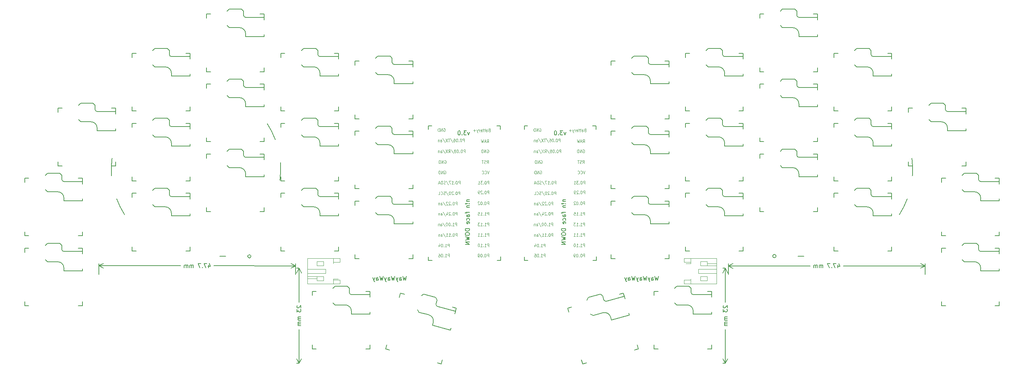
<source format=gbr>
%TF.GenerationSoftware,KiCad,Pcbnew,7.0.9*%
%TF.CreationDate,2024-04-08T09:31:46+08:00*%
%TF.ProjectId,kai_simple_v3,6b61695f-7369-46d7-906c-655f76332e6b,rev?*%
%TF.SameCoordinates,Original*%
%TF.FileFunction,Legend,Bot*%
%TF.FilePolarity,Positive*%
%FSLAX46Y46*%
G04 Gerber Fmt 4.6, Leading zero omitted, Abs format (unit mm)*
G04 Created by KiCad (PCBNEW 7.0.9) date 2024-04-08 09:31:46*
%MOMM*%
%LPD*%
G01*
G04 APERTURE LIST*
%ADD10C,0.150000*%
%ADD11C,0.125000*%
%ADD12C,0.200000*%
%ADD13C,0.120000*%
G04 APERTURE END LIST*
D10*
X121989151Y-120331110D02*
X121751056Y-121331110D01*
X121751056Y-121331110D02*
X121560580Y-120616824D01*
X121560580Y-120616824D02*
X121370104Y-121331110D01*
X121370104Y-121331110D02*
X121132009Y-120331110D01*
X120322485Y-121331110D02*
X120322485Y-120807300D01*
X120322485Y-120807300D02*
X120370104Y-120712062D01*
X120370104Y-120712062D02*
X120465342Y-120664443D01*
X120465342Y-120664443D02*
X120655818Y-120664443D01*
X120655818Y-120664443D02*
X120751056Y-120712062D01*
X120322485Y-121283491D02*
X120417723Y-121331110D01*
X120417723Y-121331110D02*
X120655818Y-121331110D01*
X120655818Y-121331110D02*
X120751056Y-121283491D01*
X120751056Y-121283491D02*
X120798675Y-121188252D01*
X120798675Y-121188252D02*
X120798675Y-121093014D01*
X120798675Y-121093014D02*
X120751056Y-120997776D01*
X120751056Y-120997776D02*
X120655818Y-120950157D01*
X120655818Y-120950157D02*
X120417723Y-120950157D01*
X120417723Y-120950157D02*
X120322485Y-120902538D01*
X119941532Y-120664443D02*
X119703437Y-121331110D01*
X119465342Y-120664443D02*
X119703437Y-121331110D01*
X119703437Y-121331110D02*
X119798675Y-121569205D01*
X119798675Y-121569205D02*
X119846294Y-121616824D01*
X119846294Y-121616824D02*
X119941532Y-121664443D01*
X119179627Y-120331110D02*
X118941532Y-121331110D01*
X118941532Y-121331110D02*
X118751056Y-120616824D01*
X118751056Y-120616824D02*
X118560580Y-121331110D01*
X118560580Y-121331110D02*
X118322485Y-120331110D01*
X117512961Y-121331110D02*
X117512961Y-120807300D01*
X117512961Y-120807300D02*
X117560580Y-120712062D01*
X117560580Y-120712062D02*
X117655818Y-120664443D01*
X117655818Y-120664443D02*
X117846294Y-120664443D01*
X117846294Y-120664443D02*
X117941532Y-120712062D01*
X117512961Y-121283491D02*
X117608199Y-121331110D01*
X117608199Y-121331110D02*
X117846294Y-121331110D01*
X117846294Y-121331110D02*
X117941532Y-121283491D01*
X117941532Y-121283491D02*
X117989151Y-121188252D01*
X117989151Y-121188252D02*
X117989151Y-121093014D01*
X117989151Y-121093014D02*
X117941532Y-120997776D01*
X117941532Y-120997776D02*
X117846294Y-120950157D01*
X117846294Y-120950157D02*
X117608199Y-120950157D01*
X117608199Y-120950157D02*
X117512961Y-120902538D01*
X117132008Y-120664443D02*
X116893913Y-121331110D01*
X116655818Y-120664443D02*
X116893913Y-121331110D01*
X116893913Y-121331110D02*
X116989151Y-121569205D01*
X116989151Y-121569205D02*
X117036770Y-121616824D01*
X117036770Y-121616824D02*
X117132008Y-121664443D01*
X116370103Y-120331110D02*
X116132008Y-121331110D01*
X116132008Y-121331110D02*
X115941532Y-120616824D01*
X115941532Y-120616824D02*
X115751056Y-121331110D01*
X115751056Y-121331110D02*
X115512961Y-120331110D01*
X114703437Y-121331110D02*
X114703437Y-120807300D01*
X114703437Y-120807300D02*
X114751056Y-120712062D01*
X114751056Y-120712062D02*
X114846294Y-120664443D01*
X114846294Y-120664443D02*
X115036770Y-120664443D01*
X115036770Y-120664443D02*
X115132008Y-120712062D01*
X114703437Y-121283491D02*
X114798675Y-121331110D01*
X114798675Y-121331110D02*
X115036770Y-121331110D01*
X115036770Y-121331110D02*
X115132008Y-121283491D01*
X115132008Y-121283491D02*
X115179627Y-121188252D01*
X115179627Y-121188252D02*
X115179627Y-121093014D01*
X115179627Y-121093014D02*
X115132008Y-120997776D01*
X115132008Y-120997776D02*
X115036770Y-120950157D01*
X115036770Y-120950157D02*
X114798675Y-120950157D01*
X114798675Y-120950157D02*
X114703437Y-120902538D01*
X114322484Y-120664443D02*
X114084389Y-121331110D01*
X113846294Y-120664443D02*
X114084389Y-121331110D01*
X114084389Y-121331110D02*
X114179627Y-121569205D01*
X114179627Y-121569205D02*
X114227246Y-121616824D01*
X114227246Y-121616824D02*
X114322484Y-121664443D01*
X78204634Y-115472733D02*
X76776062Y-115472733D01*
X83549396Y-115377495D02*
X83549396Y-115567971D01*
X83549396Y-115567971D02*
X83644634Y-115758447D01*
X83644634Y-115758447D02*
X83835110Y-115853686D01*
X83835110Y-115853686D02*
X84025586Y-115853686D01*
X84025586Y-115853686D02*
X84216062Y-115758447D01*
X84216062Y-115758447D02*
X84311301Y-115567971D01*
X84311301Y-115567971D02*
X84311301Y-115377495D01*
X84311301Y-115377495D02*
X84216062Y-115187019D01*
X84216062Y-115187019D02*
X84025586Y-115091781D01*
X84025586Y-115091781D02*
X83835110Y-115091781D01*
X83835110Y-115091781D02*
X83644634Y-115187019D01*
X83644634Y-115187019D02*
X83549396Y-115377495D01*
X216901629Y-115442733D02*
X218330201Y-115442733D01*
X211556867Y-115537971D02*
X211556867Y-115347495D01*
X211556867Y-115347495D02*
X211461629Y-115157019D01*
X211461629Y-115157019D02*
X211271153Y-115061781D01*
X211271153Y-115061781D02*
X211080677Y-115061781D01*
X211080677Y-115061781D02*
X210890201Y-115157019D01*
X210890201Y-115157019D02*
X210794962Y-115347495D01*
X210794962Y-115347495D02*
X210794962Y-115537971D01*
X210794962Y-115537971D02*
X210890201Y-115728447D01*
X210890201Y-115728447D02*
X211080677Y-115823685D01*
X211080677Y-115823685D02*
X211271153Y-115823685D01*
X211271153Y-115823685D02*
X211461629Y-115728447D01*
X211461629Y-115728447D02*
X211556867Y-115537971D01*
X183039029Y-120313610D02*
X182800934Y-121313610D01*
X182800934Y-121313610D02*
X182610458Y-120599324D01*
X182610458Y-120599324D02*
X182419982Y-121313610D01*
X182419982Y-121313610D02*
X182181887Y-120313610D01*
X181372363Y-121313610D02*
X181372363Y-120789800D01*
X181372363Y-120789800D02*
X181419982Y-120694562D01*
X181419982Y-120694562D02*
X181515220Y-120646943D01*
X181515220Y-120646943D02*
X181705696Y-120646943D01*
X181705696Y-120646943D02*
X181800934Y-120694562D01*
X181372363Y-121265991D02*
X181467601Y-121313610D01*
X181467601Y-121313610D02*
X181705696Y-121313610D01*
X181705696Y-121313610D02*
X181800934Y-121265991D01*
X181800934Y-121265991D02*
X181848553Y-121170752D01*
X181848553Y-121170752D02*
X181848553Y-121075514D01*
X181848553Y-121075514D02*
X181800934Y-120980276D01*
X181800934Y-120980276D02*
X181705696Y-120932657D01*
X181705696Y-120932657D02*
X181467601Y-120932657D01*
X181467601Y-120932657D02*
X181372363Y-120885038D01*
X180991410Y-120646943D02*
X180753315Y-121313610D01*
X180515220Y-120646943D02*
X180753315Y-121313610D01*
X180753315Y-121313610D02*
X180848553Y-121551705D01*
X180848553Y-121551705D02*
X180896172Y-121599324D01*
X180896172Y-121599324D02*
X180991410Y-121646943D01*
X180229505Y-120313610D02*
X179991410Y-121313610D01*
X179991410Y-121313610D02*
X179800934Y-120599324D01*
X179800934Y-120599324D02*
X179610458Y-121313610D01*
X179610458Y-121313610D02*
X179372363Y-120313610D01*
X178562839Y-121313610D02*
X178562839Y-120789800D01*
X178562839Y-120789800D02*
X178610458Y-120694562D01*
X178610458Y-120694562D02*
X178705696Y-120646943D01*
X178705696Y-120646943D02*
X178896172Y-120646943D01*
X178896172Y-120646943D02*
X178991410Y-120694562D01*
X178562839Y-121265991D02*
X178658077Y-121313610D01*
X178658077Y-121313610D02*
X178896172Y-121313610D01*
X178896172Y-121313610D02*
X178991410Y-121265991D01*
X178991410Y-121265991D02*
X179039029Y-121170752D01*
X179039029Y-121170752D02*
X179039029Y-121075514D01*
X179039029Y-121075514D02*
X178991410Y-120980276D01*
X178991410Y-120980276D02*
X178896172Y-120932657D01*
X178896172Y-120932657D02*
X178658077Y-120932657D01*
X178658077Y-120932657D02*
X178562839Y-120885038D01*
X178181886Y-120646943D02*
X177943791Y-121313610D01*
X177705696Y-120646943D02*
X177943791Y-121313610D01*
X177943791Y-121313610D02*
X178039029Y-121551705D01*
X178039029Y-121551705D02*
X178086648Y-121599324D01*
X178086648Y-121599324D02*
X178181886Y-121646943D01*
X177419981Y-120313610D02*
X177181886Y-121313610D01*
X177181886Y-121313610D02*
X176991410Y-120599324D01*
X176991410Y-120599324D02*
X176800934Y-121313610D01*
X176800934Y-121313610D02*
X176562839Y-120313610D01*
X175753315Y-121313610D02*
X175753315Y-120789800D01*
X175753315Y-120789800D02*
X175800934Y-120694562D01*
X175800934Y-120694562D02*
X175896172Y-120646943D01*
X175896172Y-120646943D02*
X176086648Y-120646943D01*
X176086648Y-120646943D02*
X176181886Y-120694562D01*
X175753315Y-121265991D02*
X175848553Y-121313610D01*
X175848553Y-121313610D02*
X176086648Y-121313610D01*
X176086648Y-121313610D02*
X176181886Y-121265991D01*
X176181886Y-121265991D02*
X176229505Y-121170752D01*
X176229505Y-121170752D02*
X176229505Y-121075514D01*
X176229505Y-121075514D02*
X176181886Y-120980276D01*
X176181886Y-120980276D02*
X176086648Y-120932657D01*
X176086648Y-120932657D02*
X175848553Y-120932657D01*
X175848553Y-120932657D02*
X175753315Y-120885038D01*
X175372362Y-120646943D02*
X175134267Y-121313610D01*
X174896172Y-120646943D02*
X175134267Y-121313610D01*
X175134267Y-121313610D02*
X175229505Y-121551705D01*
X175229505Y-121551705D02*
X175277124Y-121599324D01*
X175277124Y-121599324D02*
X175372362Y-121646943D01*
X137263047Y-85343793D02*
X137024952Y-86010460D01*
X137024952Y-86010460D02*
X136786857Y-85343793D01*
X136501142Y-85010460D02*
X135882095Y-85010460D01*
X135882095Y-85010460D02*
X136215428Y-85391412D01*
X136215428Y-85391412D02*
X136072571Y-85391412D01*
X136072571Y-85391412D02*
X135977333Y-85439031D01*
X135977333Y-85439031D02*
X135929714Y-85486650D01*
X135929714Y-85486650D02*
X135882095Y-85581888D01*
X135882095Y-85581888D02*
X135882095Y-85819983D01*
X135882095Y-85819983D02*
X135929714Y-85915221D01*
X135929714Y-85915221D02*
X135977333Y-85962841D01*
X135977333Y-85962841D02*
X136072571Y-86010460D01*
X136072571Y-86010460D02*
X136358285Y-86010460D01*
X136358285Y-86010460D02*
X136453523Y-85962841D01*
X136453523Y-85962841D02*
X136501142Y-85915221D01*
X135453523Y-85915221D02*
X135405904Y-85962841D01*
X135405904Y-85962841D02*
X135453523Y-86010460D01*
X135453523Y-86010460D02*
X135501142Y-85962841D01*
X135501142Y-85962841D02*
X135453523Y-85915221D01*
X135453523Y-85915221D02*
X135453523Y-86010460D01*
X134786857Y-85010460D02*
X134691619Y-85010460D01*
X134691619Y-85010460D02*
X134596381Y-85058079D01*
X134596381Y-85058079D02*
X134548762Y-85105698D01*
X134548762Y-85105698D02*
X134501143Y-85200936D01*
X134501143Y-85200936D02*
X134453524Y-85391412D01*
X134453524Y-85391412D02*
X134453524Y-85629507D01*
X134453524Y-85629507D02*
X134501143Y-85819983D01*
X134501143Y-85819983D02*
X134548762Y-85915221D01*
X134548762Y-85915221D02*
X134596381Y-85962841D01*
X134596381Y-85962841D02*
X134691619Y-86010460D01*
X134691619Y-86010460D02*
X134786857Y-86010460D01*
X134786857Y-86010460D02*
X134882095Y-85962841D01*
X134882095Y-85962841D02*
X134929714Y-85915221D01*
X134929714Y-85915221D02*
X134977333Y-85819983D01*
X134977333Y-85819983D02*
X135024952Y-85629507D01*
X135024952Y-85629507D02*
X135024952Y-85391412D01*
X135024952Y-85391412D02*
X134977333Y-85200936D01*
X134977333Y-85200936D02*
X134929714Y-85105698D01*
X134929714Y-85105698D02*
X134882095Y-85058079D01*
X134882095Y-85058079D02*
X134786857Y-85010460D01*
X136575272Y-101786735D02*
X137241939Y-101786735D01*
X136670510Y-101786735D02*
X136622891Y-101834354D01*
X136622891Y-101834354D02*
X136575272Y-101929592D01*
X136575272Y-101929592D02*
X136575272Y-102072449D01*
X136575272Y-102072449D02*
X136622891Y-102167687D01*
X136622891Y-102167687D02*
X136718129Y-102215306D01*
X136718129Y-102215306D02*
X137241939Y-102215306D01*
X137146700Y-102691497D02*
X137194320Y-102739116D01*
X137194320Y-102739116D02*
X137241939Y-102691497D01*
X137241939Y-102691497D02*
X137194320Y-102643878D01*
X137194320Y-102643878D02*
X137146700Y-102691497D01*
X137146700Y-102691497D02*
X137241939Y-102691497D01*
X136860986Y-102691497D02*
X136289558Y-102643878D01*
X136289558Y-102643878D02*
X136241939Y-102691497D01*
X136241939Y-102691497D02*
X136289558Y-102739116D01*
X136289558Y-102739116D02*
X136860986Y-102691497D01*
X136860986Y-102691497D02*
X136241939Y-102691497D01*
X136575272Y-103167687D02*
X137241939Y-103167687D01*
X136670510Y-103167687D02*
X136622891Y-103215306D01*
X136622891Y-103215306D02*
X136575272Y-103310544D01*
X136575272Y-103310544D02*
X136575272Y-103453401D01*
X136575272Y-103453401D02*
X136622891Y-103548639D01*
X136622891Y-103548639D02*
X136718129Y-103596258D01*
X136718129Y-103596258D02*
X137241939Y-103596258D01*
X136575272Y-104691497D02*
X136575272Y-105072449D01*
X137241939Y-104834354D02*
X136384796Y-104834354D01*
X136384796Y-104834354D02*
X136289558Y-104881973D01*
X136289558Y-104881973D02*
X136241939Y-104977211D01*
X136241939Y-104977211D02*
X136241939Y-105072449D01*
X137241939Y-105834354D02*
X136718129Y-105834354D01*
X136718129Y-105834354D02*
X136622891Y-105786735D01*
X136622891Y-105786735D02*
X136575272Y-105691497D01*
X136575272Y-105691497D02*
X136575272Y-105501021D01*
X136575272Y-105501021D02*
X136622891Y-105405783D01*
X137194320Y-105834354D02*
X137241939Y-105739116D01*
X137241939Y-105739116D02*
X137241939Y-105501021D01*
X137241939Y-105501021D02*
X137194320Y-105405783D01*
X137194320Y-105405783D02*
X137099081Y-105358164D01*
X137099081Y-105358164D02*
X137003843Y-105358164D01*
X137003843Y-105358164D02*
X136908605Y-105405783D01*
X136908605Y-105405783D02*
X136860986Y-105501021D01*
X136860986Y-105501021D02*
X136860986Y-105739116D01*
X136860986Y-105739116D02*
X136813367Y-105834354D01*
X137194320Y-106739116D02*
X137241939Y-106643878D01*
X137241939Y-106643878D02*
X137241939Y-106453402D01*
X137241939Y-106453402D02*
X137194320Y-106358164D01*
X137194320Y-106358164D02*
X137146700Y-106310545D01*
X137146700Y-106310545D02*
X137051462Y-106262926D01*
X137051462Y-106262926D02*
X136765748Y-106262926D01*
X136765748Y-106262926D02*
X136670510Y-106310545D01*
X136670510Y-106310545D02*
X136622891Y-106358164D01*
X136622891Y-106358164D02*
X136575272Y-106453402D01*
X136575272Y-106453402D02*
X136575272Y-106643878D01*
X136575272Y-106643878D02*
X136622891Y-106739116D01*
X137194320Y-107548640D02*
X137241939Y-107453402D01*
X137241939Y-107453402D02*
X137241939Y-107262926D01*
X137241939Y-107262926D02*
X137194320Y-107167688D01*
X137194320Y-107167688D02*
X137099081Y-107120069D01*
X137099081Y-107120069D02*
X136718129Y-107120069D01*
X136718129Y-107120069D02*
X136622891Y-107167688D01*
X136622891Y-107167688D02*
X136575272Y-107262926D01*
X136575272Y-107262926D02*
X136575272Y-107453402D01*
X136575272Y-107453402D02*
X136622891Y-107548640D01*
X136622891Y-107548640D02*
X136718129Y-107596259D01*
X136718129Y-107596259D02*
X136813367Y-107596259D01*
X136813367Y-107596259D02*
X136908605Y-107120069D01*
X137241939Y-108786736D02*
X136241939Y-108786736D01*
X136241939Y-108786736D02*
X136241939Y-109024831D01*
X136241939Y-109024831D02*
X136289558Y-109167688D01*
X136289558Y-109167688D02*
X136384796Y-109262926D01*
X136384796Y-109262926D02*
X136480034Y-109310545D01*
X136480034Y-109310545D02*
X136670510Y-109358164D01*
X136670510Y-109358164D02*
X136813367Y-109358164D01*
X136813367Y-109358164D02*
X137003843Y-109310545D01*
X137003843Y-109310545D02*
X137099081Y-109262926D01*
X137099081Y-109262926D02*
X137194320Y-109167688D01*
X137194320Y-109167688D02*
X137241939Y-109024831D01*
X137241939Y-109024831D02*
X137241939Y-108786736D01*
X136241939Y-109977212D02*
X136241939Y-110167688D01*
X136241939Y-110167688D02*
X136289558Y-110262926D01*
X136289558Y-110262926D02*
X136384796Y-110358164D01*
X136384796Y-110358164D02*
X136575272Y-110405783D01*
X136575272Y-110405783D02*
X136908605Y-110405783D01*
X136908605Y-110405783D02*
X137099081Y-110358164D01*
X137099081Y-110358164D02*
X137194320Y-110262926D01*
X137194320Y-110262926D02*
X137241939Y-110167688D01*
X137241939Y-110167688D02*
X137241939Y-109977212D01*
X137241939Y-109977212D02*
X137194320Y-109881974D01*
X137194320Y-109881974D02*
X137099081Y-109786736D01*
X137099081Y-109786736D02*
X136908605Y-109739117D01*
X136908605Y-109739117D02*
X136575272Y-109739117D01*
X136575272Y-109739117D02*
X136384796Y-109786736D01*
X136384796Y-109786736D02*
X136289558Y-109881974D01*
X136289558Y-109881974D02*
X136241939Y-109977212D01*
X136241939Y-110739117D02*
X137241939Y-110977212D01*
X137241939Y-110977212D02*
X136527653Y-111167688D01*
X136527653Y-111167688D02*
X137241939Y-111358164D01*
X137241939Y-111358164D02*
X136241939Y-111596260D01*
X137241939Y-111977212D02*
X136241939Y-111977212D01*
X136241939Y-111977212D02*
X137241939Y-112548640D01*
X137241939Y-112548640D02*
X136241939Y-112548640D01*
X159905272Y-101786735D02*
X160571939Y-101786735D01*
X160000510Y-101786735D02*
X159952891Y-101834354D01*
X159952891Y-101834354D02*
X159905272Y-101929592D01*
X159905272Y-101929592D02*
X159905272Y-102072449D01*
X159905272Y-102072449D02*
X159952891Y-102167687D01*
X159952891Y-102167687D02*
X160048129Y-102215306D01*
X160048129Y-102215306D02*
X160571939Y-102215306D01*
X160476700Y-102691497D02*
X160524320Y-102739116D01*
X160524320Y-102739116D02*
X160571939Y-102691497D01*
X160571939Y-102691497D02*
X160524320Y-102643878D01*
X160524320Y-102643878D02*
X160476700Y-102691497D01*
X160476700Y-102691497D02*
X160571939Y-102691497D01*
X160190986Y-102691497D02*
X159619558Y-102643878D01*
X159619558Y-102643878D02*
X159571939Y-102691497D01*
X159571939Y-102691497D02*
X159619558Y-102739116D01*
X159619558Y-102739116D02*
X160190986Y-102691497D01*
X160190986Y-102691497D02*
X159571939Y-102691497D01*
X159905272Y-103167687D02*
X160571939Y-103167687D01*
X160000510Y-103167687D02*
X159952891Y-103215306D01*
X159952891Y-103215306D02*
X159905272Y-103310544D01*
X159905272Y-103310544D02*
X159905272Y-103453401D01*
X159905272Y-103453401D02*
X159952891Y-103548639D01*
X159952891Y-103548639D02*
X160048129Y-103596258D01*
X160048129Y-103596258D02*
X160571939Y-103596258D01*
X159905272Y-104691497D02*
X159905272Y-105072449D01*
X160571939Y-104834354D02*
X159714796Y-104834354D01*
X159714796Y-104834354D02*
X159619558Y-104881973D01*
X159619558Y-104881973D02*
X159571939Y-104977211D01*
X159571939Y-104977211D02*
X159571939Y-105072449D01*
X160571939Y-105834354D02*
X160048129Y-105834354D01*
X160048129Y-105834354D02*
X159952891Y-105786735D01*
X159952891Y-105786735D02*
X159905272Y-105691497D01*
X159905272Y-105691497D02*
X159905272Y-105501021D01*
X159905272Y-105501021D02*
X159952891Y-105405783D01*
X160524320Y-105834354D02*
X160571939Y-105739116D01*
X160571939Y-105739116D02*
X160571939Y-105501021D01*
X160571939Y-105501021D02*
X160524320Y-105405783D01*
X160524320Y-105405783D02*
X160429081Y-105358164D01*
X160429081Y-105358164D02*
X160333843Y-105358164D01*
X160333843Y-105358164D02*
X160238605Y-105405783D01*
X160238605Y-105405783D02*
X160190986Y-105501021D01*
X160190986Y-105501021D02*
X160190986Y-105739116D01*
X160190986Y-105739116D02*
X160143367Y-105834354D01*
X160524320Y-106739116D02*
X160571939Y-106643878D01*
X160571939Y-106643878D02*
X160571939Y-106453402D01*
X160571939Y-106453402D02*
X160524320Y-106358164D01*
X160524320Y-106358164D02*
X160476700Y-106310545D01*
X160476700Y-106310545D02*
X160381462Y-106262926D01*
X160381462Y-106262926D02*
X160095748Y-106262926D01*
X160095748Y-106262926D02*
X160000510Y-106310545D01*
X160000510Y-106310545D02*
X159952891Y-106358164D01*
X159952891Y-106358164D02*
X159905272Y-106453402D01*
X159905272Y-106453402D02*
X159905272Y-106643878D01*
X159905272Y-106643878D02*
X159952891Y-106739116D01*
X160524320Y-107548640D02*
X160571939Y-107453402D01*
X160571939Y-107453402D02*
X160571939Y-107262926D01*
X160571939Y-107262926D02*
X160524320Y-107167688D01*
X160524320Y-107167688D02*
X160429081Y-107120069D01*
X160429081Y-107120069D02*
X160048129Y-107120069D01*
X160048129Y-107120069D02*
X159952891Y-107167688D01*
X159952891Y-107167688D02*
X159905272Y-107262926D01*
X159905272Y-107262926D02*
X159905272Y-107453402D01*
X159905272Y-107453402D02*
X159952891Y-107548640D01*
X159952891Y-107548640D02*
X160048129Y-107596259D01*
X160048129Y-107596259D02*
X160143367Y-107596259D01*
X160143367Y-107596259D02*
X160238605Y-107120069D01*
X160571939Y-108786736D02*
X159571939Y-108786736D01*
X159571939Y-108786736D02*
X159571939Y-109024831D01*
X159571939Y-109024831D02*
X159619558Y-109167688D01*
X159619558Y-109167688D02*
X159714796Y-109262926D01*
X159714796Y-109262926D02*
X159810034Y-109310545D01*
X159810034Y-109310545D02*
X160000510Y-109358164D01*
X160000510Y-109358164D02*
X160143367Y-109358164D01*
X160143367Y-109358164D02*
X160333843Y-109310545D01*
X160333843Y-109310545D02*
X160429081Y-109262926D01*
X160429081Y-109262926D02*
X160524320Y-109167688D01*
X160524320Y-109167688D02*
X160571939Y-109024831D01*
X160571939Y-109024831D02*
X160571939Y-108786736D01*
X159571939Y-109977212D02*
X159571939Y-110167688D01*
X159571939Y-110167688D02*
X159619558Y-110262926D01*
X159619558Y-110262926D02*
X159714796Y-110358164D01*
X159714796Y-110358164D02*
X159905272Y-110405783D01*
X159905272Y-110405783D02*
X160238605Y-110405783D01*
X160238605Y-110405783D02*
X160429081Y-110358164D01*
X160429081Y-110358164D02*
X160524320Y-110262926D01*
X160524320Y-110262926D02*
X160571939Y-110167688D01*
X160571939Y-110167688D02*
X160571939Y-109977212D01*
X160571939Y-109977212D02*
X160524320Y-109881974D01*
X160524320Y-109881974D02*
X160429081Y-109786736D01*
X160429081Y-109786736D02*
X160238605Y-109739117D01*
X160238605Y-109739117D02*
X159905272Y-109739117D01*
X159905272Y-109739117D02*
X159714796Y-109786736D01*
X159714796Y-109786736D02*
X159619558Y-109881974D01*
X159619558Y-109881974D02*
X159571939Y-109977212D01*
X159571939Y-110739117D02*
X160571939Y-110977212D01*
X160571939Y-110977212D02*
X159857653Y-111167688D01*
X159857653Y-111167688D02*
X160571939Y-111358164D01*
X160571939Y-111358164D02*
X159571939Y-111596260D01*
X160571939Y-111977212D02*
X159571939Y-111977212D01*
X159571939Y-111977212D02*
X160571939Y-112548640D01*
X160571939Y-112548640D02*
X159571939Y-112548640D01*
X160620133Y-85343793D02*
X160382038Y-86010460D01*
X160382038Y-86010460D02*
X160143943Y-85343793D01*
X159858228Y-85010460D02*
X159239181Y-85010460D01*
X159239181Y-85010460D02*
X159572514Y-85391412D01*
X159572514Y-85391412D02*
X159429657Y-85391412D01*
X159429657Y-85391412D02*
X159334419Y-85439031D01*
X159334419Y-85439031D02*
X159286800Y-85486650D01*
X159286800Y-85486650D02*
X159239181Y-85581888D01*
X159239181Y-85581888D02*
X159239181Y-85819983D01*
X159239181Y-85819983D02*
X159286800Y-85915221D01*
X159286800Y-85915221D02*
X159334419Y-85962841D01*
X159334419Y-85962841D02*
X159429657Y-86010460D01*
X159429657Y-86010460D02*
X159715371Y-86010460D01*
X159715371Y-86010460D02*
X159810609Y-85962841D01*
X159810609Y-85962841D02*
X159858228Y-85915221D01*
X158810609Y-85915221D02*
X158762990Y-85962841D01*
X158762990Y-85962841D02*
X158810609Y-86010460D01*
X158810609Y-86010460D02*
X158858228Y-85962841D01*
X158858228Y-85962841D02*
X158810609Y-85915221D01*
X158810609Y-85915221D02*
X158810609Y-86010460D01*
X158143943Y-85010460D02*
X158048705Y-85010460D01*
X158048705Y-85010460D02*
X157953467Y-85058079D01*
X157953467Y-85058079D02*
X157905848Y-85105698D01*
X157905848Y-85105698D02*
X157858229Y-85200936D01*
X157858229Y-85200936D02*
X157810610Y-85391412D01*
X157810610Y-85391412D02*
X157810610Y-85629507D01*
X157810610Y-85629507D02*
X157858229Y-85819983D01*
X157858229Y-85819983D02*
X157905848Y-85915221D01*
X157905848Y-85915221D02*
X157953467Y-85962841D01*
X157953467Y-85962841D02*
X158048705Y-86010460D01*
X158048705Y-86010460D02*
X158143943Y-86010460D01*
X158143943Y-86010460D02*
X158239181Y-85962841D01*
X158239181Y-85962841D02*
X158286800Y-85915221D01*
X158286800Y-85915221D02*
X158334419Y-85819983D01*
X158334419Y-85819983D02*
X158382038Y-85629507D01*
X158382038Y-85629507D02*
X158382038Y-85391412D01*
X158382038Y-85391412D02*
X158334419Y-85200936D01*
X158334419Y-85200936D02*
X158286800Y-85105698D01*
X158286800Y-85105698D02*
X158239181Y-85058079D01*
X158239181Y-85058079D02*
X158143943Y-85010460D01*
X95502189Y-127449597D02*
X95454569Y-127497215D01*
X95454569Y-127497215D02*
X95406948Y-127592452D01*
X95406948Y-127592452D02*
X95406943Y-127830548D01*
X95406943Y-127830548D02*
X95454560Y-127925787D01*
X95454560Y-127925787D02*
X95502179Y-127973407D01*
X95502179Y-127973407D02*
X95597416Y-128021028D01*
X95597416Y-128021028D02*
X95692654Y-128021030D01*
X95692654Y-128021030D02*
X95835512Y-127973414D01*
X95835512Y-127973414D02*
X96406952Y-127401997D01*
X96406952Y-127401997D02*
X96406939Y-128021045D01*
X95406932Y-128354357D02*
X95406919Y-128973405D01*
X95406919Y-128973405D02*
X95787879Y-128640079D01*
X95787879Y-128640079D02*
X95787876Y-128782937D01*
X95787876Y-128782937D02*
X95835493Y-128878176D01*
X95835493Y-128878176D02*
X95883111Y-128925796D01*
X95883111Y-128925796D02*
X95978348Y-128973417D01*
X95978348Y-128973417D02*
X96216443Y-128973422D01*
X96216443Y-128973422D02*
X96311682Y-128925805D01*
X96311682Y-128925805D02*
X96359302Y-128878187D01*
X96359302Y-128878187D02*
X96406923Y-128782950D01*
X96406923Y-128782950D02*
X96406929Y-128497235D01*
X96406929Y-128497235D02*
X96359312Y-128401996D01*
X96359312Y-128401996D02*
X96311694Y-128354376D01*
X96406895Y-130163902D02*
X95740228Y-130163888D01*
X95835466Y-130163890D02*
X95787846Y-130211508D01*
X95787846Y-130211508D02*
X95740225Y-130306745D01*
X95740225Y-130306745D02*
X95740222Y-130449603D01*
X95740222Y-130449603D02*
X95787839Y-130544842D01*
X95787839Y-130544842D02*
X95883076Y-130592463D01*
X95883076Y-130592463D02*
X96406886Y-130592474D01*
X95883076Y-130592463D02*
X95787837Y-130640080D01*
X95787837Y-130640080D02*
X95740216Y-130735317D01*
X95740216Y-130735317D02*
X95740213Y-130878174D01*
X95740213Y-130878174D02*
X95787830Y-130973413D01*
X95787830Y-130973413D02*
X95883067Y-131021034D01*
X95883067Y-131021034D02*
X96406877Y-131021045D01*
X96406867Y-131497235D02*
X95740200Y-131497221D01*
X95835438Y-131497223D02*
X95787818Y-131544841D01*
X95787818Y-131544841D02*
X95740197Y-131640078D01*
X95740197Y-131640078D02*
X95740194Y-131782936D01*
X95740194Y-131782936D02*
X95787811Y-131878175D01*
X95787811Y-131878175D02*
X95883048Y-131925796D01*
X95883048Y-131925796D02*
X96406858Y-131925807D01*
X95883048Y-131925796D02*
X95787809Y-131973413D01*
X95787809Y-131973413D02*
X95740188Y-132068650D01*
X95740188Y-132068650D02*
X95740185Y-132211507D01*
X95740185Y-132211507D02*
X95787802Y-132306746D01*
X95787802Y-132306746D02*
X95883039Y-132354367D01*
X95883039Y-132354367D02*
X96406849Y-132354378D01*
X95935693Y-141486281D02*
X95365419Y-141486269D01*
X95936176Y-118365314D02*
X95365902Y-118365302D01*
X95951839Y-141486281D02*
X95952012Y-133217463D01*
X95952149Y-126634130D02*
X95952322Y-118365314D01*
X95951839Y-141486281D02*
X95365442Y-140359765D01*
X95951839Y-141486281D02*
X96538283Y-140359789D01*
X95952322Y-118365314D02*
X96538719Y-119491830D01*
X95952322Y-118365314D02*
X95365878Y-119491806D01*
X198820921Y-127449607D02*
X198773301Y-127497225D01*
X198773301Y-127497225D02*
X198725680Y-127592462D01*
X198725680Y-127592462D02*
X198725675Y-127830558D01*
X198725675Y-127830558D02*
X198773292Y-127925797D01*
X198773292Y-127925797D02*
X198820911Y-127973417D01*
X198820911Y-127973417D02*
X198916148Y-128021038D01*
X198916148Y-128021038D02*
X199011386Y-128021040D01*
X199011386Y-128021040D02*
X199154244Y-127973424D01*
X199154244Y-127973424D02*
X199725684Y-127402007D01*
X199725684Y-127402007D02*
X199725671Y-128021055D01*
X198725664Y-128354367D02*
X198725651Y-128973415D01*
X198725651Y-128973415D02*
X199106611Y-128640089D01*
X199106611Y-128640089D02*
X199106608Y-128782947D01*
X199106608Y-128782947D02*
X199154225Y-128878186D01*
X199154225Y-128878186D02*
X199201843Y-128925806D01*
X199201843Y-128925806D02*
X199297080Y-128973427D01*
X199297080Y-128973427D02*
X199535175Y-128973432D01*
X199535175Y-128973432D02*
X199630414Y-128925815D01*
X199630414Y-128925815D02*
X199678034Y-128878197D01*
X199678034Y-128878197D02*
X199725655Y-128782960D01*
X199725655Y-128782960D02*
X199725661Y-128497245D01*
X199725661Y-128497245D02*
X199678044Y-128402006D01*
X199678044Y-128402006D02*
X199630426Y-128354386D01*
X199725627Y-130163912D02*
X199058960Y-130163898D01*
X199154198Y-130163900D02*
X199106578Y-130211518D01*
X199106578Y-130211518D02*
X199058957Y-130306755D01*
X199058957Y-130306755D02*
X199058954Y-130449613D01*
X199058954Y-130449613D02*
X199106571Y-130544852D01*
X199106571Y-130544852D02*
X199201808Y-130592473D01*
X199201808Y-130592473D02*
X199725618Y-130592484D01*
X199201808Y-130592473D02*
X199106569Y-130640090D01*
X199106569Y-130640090D02*
X199058948Y-130735327D01*
X199058948Y-130735327D02*
X199058945Y-130878184D01*
X199058945Y-130878184D02*
X199106562Y-130973423D01*
X199106562Y-130973423D02*
X199201799Y-131021044D01*
X199201799Y-131021044D02*
X199725609Y-131021055D01*
X199725599Y-131497245D02*
X199058932Y-131497231D01*
X199154170Y-131497233D02*
X199106550Y-131544851D01*
X199106550Y-131544851D02*
X199058929Y-131640088D01*
X199058929Y-131640088D02*
X199058926Y-131782946D01*
X199058926Y-131782946D02*
X199106543Y-131878185D01*
X199106543Y-131878185D02*
X199201780Y-131925806D01*
X199201780Y-131925806D02*
X199725590Y-131925817D01*
X199201780Y-131925806D02*
X199106541Y-131973423D01*
X199106541Y-131973423D02*
X199058920Y-132068660D01*
X199058920Y-132068660D02*
X199058917Y-132211517D01*
X199058917Y-132211517D02*
X199106534Y-132306756D01*
X199106534Y-132306756D02*
X199201771Y-132354377D01*
X199201771Y-132354377D02*
X199725581Y-132354388D01*
X199254425Y-141486291D02*
X198684151Y-141486279D01*
X199254908Y-118365324D02*
X198684634Y-118365312D01*
X199270571Y-141486291D02*
X199270744Y-133217473D01*
X199270881Y-126634140D02*
X199271054Y-118365324D01*
X199270571Y-141486291D02*
X198684174Y-140359775D01*
X199270571Y-141486291D02*
X199857015Y-140359799D01*
X199271054Y-118365324D02*
X199857451Y-119491840D01*
X199271054Y-118365324D02*
X198684610Y-119491816D01*
X73998061Y-117583347D02*
X73998023Y-118250014D01*
X74236177Y-117202408D02*
X74474233Y-117916707D01*
X74474233Y-117916707D02*
X73855185Y-117916673D01*
X73569508Y-117249990D02*
X72902841Y-117249953D01*
X72902841Y-117249953D02*
X73331357Y-118249977D01*
X72521838Y-118154694D02*
X72474216Y-118202310D01*
X72474216Y-118202310D02*
X72521833Y-118249932D01*
X72521833Y-118249932D02*
X72569455Y-118202315D01*
X72569455Y-118202315D02*
X72521838Y-118154694D01*
X72521838Y-118154694D02*
X72521833Y-118249932D01*
X72140937Y-117249910D02*
X71474270Y-117249873D01*
X71474270Y-117249873D02*
X71902786Y-118249897D01*
X70331357Y-118249809D02*
X70331394Y-117583143D01*
X70331389Y-117678381D02*
X70283772Y-117630759D01*
X70283772Y-117630759D02*
X70188537Y-117583135D01*
X70188537Y-117583135D02*
X70045680Y-117583127D01*
X70045680Y-117583127D02*
X69950439Y-117630741D01*
X69950439Y-117630741D02*
X69902815Y-117725976D01*
X69902815Y-117725976D02*
X69902785Y-118249785D01*
X69902815Y-117725976D02*
X69855201Y-117630735D01*
X69855201Y-117630735D02*
X69759966Y-117583111D01*
X69759966Y-117583111D02*
X69617108Y-117583103D01*
X69617108Y-117583103D02*
X69521868Y-117630717D01*
X69521868Y-117630717D02*
X69474243Y-117725952D01*
X69474243Y-117725952D02*
X69474214Y-118249762D01*
X68998024Y-118249735D02*
X68998061Y-117583068D01*
X68998056Y-117678306D02*
X68950439Y-117630685D01*
X68950439Y-117630685D02*
X68855204Y-117583060D01*
X68855204Y-117583060D02*
X68712347Y-117583052D01*
X68712347Y-117583052D02*
X68617106Y-117630666D01*
X68617106Y-117630666D02*
X68569482Y-117725902D01*
X68569482Y-117725902D02*
X68569452Y-118249711D01*
X68569482Y-117725902D02*
X68521868Y-117630661D01*
X68521868Y-117630661D02*
X68426633Y-117583036D01*
X68426633Y-117583036D02*
X68283775Y-117583028D01*
X68283775Y-117583028D02*
X68188535Y-117630642D01*
X68188535Y-117630642D02*
X68140910Y-117725878D01*
X68140910Y-117725878D02*
X68140881Y-118249687D01*
X47431576Y-119862663D02*
X47431724Y-117207293D01*
X95135721Y-119865324D02*
X95135869Y-117209954D01*
X47431691Y-117793713D02*
X67277812Y-117794820D01*
X75289716Y-117795267D02*
X95135836Y-117796374D01*
X47431691Y-117793713D02*
X48558227Y-117207355D01*
X47431691Y-117793713D02*
X48558162Y-118380197D01*
X95135836Y-117796374D02*
X94009300Y-118382732D01*
X95135836Y-117796374D02*
X94009365Y-117209890D01*
X226536774Y-117588791D02*
X226536811Y-118255458D01*
X226774848Y-117207826D02*
X227012983Y-117922098D01*
X227012983Y-117922098D02*
X226393935Y-117922133D01*
X226108184Y-117255482D02*
X225441517Y-117255519D01*
X225441517Y-117255519D02*
X225870144Y-118255495D01*
X225060615Y-118160302D02*
X225012999Y-118207924D01*
X225012999Y-118207924D02*
X225060621Y-118255540D01*
X225060621Y-118255540D02*
X225108237Y-118207919D01*
X225108237Y-118207919D02*
X225060615Y-118160302D01*
X225060615Y-118160302D02*
X225060621Y-118255540D01*
X224679613Y-117255562D02*
X224012946Y-117255599D01*
X224012946Y-117255599D02*
X224441573Y-118255575D01*
X222870145Y-118255663D02*
X222870107Y-117588996D01*
X222870113Y-117684234D02*
X222822491Y-117636618D01*
X222822491Y-117636618D02*
X222727250Y-117589004D01*
X222727250Y-117589004D02*
X222584393Y-117589012D01*
X222584393Y-117589012D02*
X222489158Y-117636636D01*
X222489158Y-117636636D02*
X222441544Y-117731877D01*
X222441544Y-117731877D02*
X222441573Y-118255687D01*
X222441544Y-117731877D02*
X222393920Y-117636642D01*
X222393920Y-117636642D02*
X222298679Y-117589028D01*
X222298679Y-117589028D02*
X222155822Y-117589036D01*
X222155822Y-117589036D02*
X222060586Y-117636660D01*
X222060586Y-117636660D02*
X222012973Y-117731901D01*
X222012973Y-117731901D02*
X222013002Y-118255711D01*
X221536812Y-118255737D02*
X221536774Y-117589070D01*
X221536780Y-117684309D02*
X221489158Y-117636692D01*
X221489158Y-117636692D02*
X221393917Y-117589078D01*
X221393917Y-117589078D02*
X221251060Y-117589086D01*
X221251060Y-117589086D02*
X221155825Y-117636711D01*
X221155825Y-117636711D02*
X221108211Y-117731951D01*
X221108211Y-117731951D02*
X221108240Y-118255761D01*
X221108211Y-117731951D02*
X221060587Y-117636716D01*
X221060587Y-117636716D02*
X220965346Y-117589102D01*
X220965346Y-117589102D02*
X220822489Y-117589110D01*
X220822489Y-117589110D02*
X220727253Y-117636735D01*
X220727253Y-117636735D02*
X220679640Y-117731975D01*
X220679640Y-117731975D02*
X220679669Y-118255785D01*
X199970543Y-119865324D02*
X199970395Y-117215702D01*
X247674688Y-119862663D02*
X247674540Y-117213041D01*
X199970428Y-117802122D02*
X219816549Y-117801015D01*
X227828453Y-117800568D02*
X247674573Y-117799461D01*
X199970428Y-117802122D02*
X201096899Y-117215638D01*
X199970428Y-117802122D02*
X201096964Y-118388480D01*
X247674573Y-117799461D02*
X246548102Y-118385945D01*
X247674573Y-117799461D02*
X246548037Y-117213103D01*
D11*
X141431493Y-92916255D02*
X141654826Y-92559112D01*
X141814350Y-92916255D02*
X141814350Y-92166255D01*
X141814350Y-92166255D02*
X141559112Y-92166255D01*
X141559112Y-92166255D02*
X141495302Y-92201969D01*
X141495302Y-92201969D02*
X141463397Y-92237683D01*
X141463397Y-92237683D02*
X141431493Y-92309112D01*
X141431493Y-92309112D02*
X141431493Y-92416255D01*
X141431493Y-92416255D02*
X141463397Y-92487683D01*
X141463397Y-92487683D02*
X141495302Y-92523398D01*
X141495302Y-92523398D02*
X141559112Y-92559112D01*
X141559112Y-92559112D02*
X141814350Y-92559112D01*
X141176254Y-92880541D02*
X141080540Y-92916255D01*
X141080540Y-92916255D02*
X140921016Y-92916255D01*
X140921016Y-92916255D02*
X140857207Y-92880541D01*
X140857207Y-92880541D02*
X140825302Y-92844826D01*
X140825302Y-92844826D02*
X140793397Y-92773398D01*
X140793397Y-92773398D02*
X140793397Y-92701969D01*
X140793397Y-92701969D02*
X140825302Y-92630541D01*
X140825302Y-92630541D02*
X140857207Y-92594826D01*
X140857207Y-92594826D02*
X140921016Y-92559112D01*
X140921016Y-92559112D02*
X141048635Y-92523398D01*
X141048635Y-92523398D02*
X141112445Y-92487683D01*
X141112445Y-92487683D02*
X141144350Y-92451969D01*
X141144350Y-92451969D02*
X141176254Y-92380541D01*
X141176254Y-92380541D02*
X141176254Y-92309112D01*
X141176254Y-92309112D02*
X141144350Y-92237683D01*
X141144350Y-92237683D02*
X141112445Y-92201969D01*
X141112445Y-92201969D02*
X141048635Y-92166255D01*
X141048635Y-92166255D02*
X140889112Y-92166255D01*
X140889112Y-92166255D02*
X140793397Y-92201969D01*
X140601969Y-92166255D02*
X140219112Y-92166255D01*
X140410540Y-92916255D02*
X140410540Y-92166255D01*
X132356731Y-115666255D02*
X132356731Y-114916255D01*
X132356731Y-114916255D02*
X132101493Y-114916255D01*
X132101493Y-114916255D02*
X132037683Y-114951969D01*
X132037683Y-114951969D02*
X132005778Y-114987683D01*
X132005778Y-114987683D02*
X131973874Y-115059112D01*
X131973874Y-115059112D02*
X131973874Y-115166255D01*
X131973874Y-115166255D02*
X132005778Y-115237683D01*
X132005778Y-115237683D02*
X132037683Y-115273398D01*
X132037683Y-115273398D02*
X132101493Y-115309112D01*
X132101493Y-115309112D02*
X132356731Y-115309112D01*
X131335778Y-115666255D02*
X131718635Y-115666255D01*
X131527207Y-115666255D02*
X131527207Y-114916255D01*
X131527207Y-114916255D02*
X131591016Y-115023398D01*
X131591016Y-115023398D02*
X131654826Y-115094826D01*
X131654826Y-115094826D02*
X131718635Y-115130541D01*
X131048636Y-115594826D02*
X131016731Y-115630541D01*
X131016731Y-115630541D02*
X131048636Y-115666255D01*
X131048636Y-115666255D02*
X131080540Y-115630541D01*
X131080540Y-115630541D02*
X131048636Y-115594826D01*
X131048636Y-115594826D02*
X131048636Y-115666255D01*
X130601969Y-114916255D02*
X130538159Y-114916255D01*
X130538159Y-114916255D02*
X130474350Y-114951969D01*
X130474350Y-114951969D02*
X130442445Y-114987683D01*
X130442445Y-114987683D02*
X130410540Y-115059112D01*
X130410540Y-115059112D02*
X130378635Y-115201969D01*
X130378635Y-115201969D02*
X130378635Y-115380541D01*
X130378635Y-115380541D02*
X130410540Y-115523398D01*
X130410540Y-115523398D02*
X130442445Y-115594826D01*
X130442445Y-115594826D02*
X130474350Y-115630541D01*
X130474350Y-115630541D02*
X130538159Y-115666255D01*
X130538159Y-115666255D02*
X130601969Y-115666255D01*
X130601969Y-115666255D02*
X130665778Y-115630541D01*
X130665778Y-115630541D02*
X130697683Y-115594826D01*
X130697683Y-115594826D02*
X130729588Y-115523398D01*
X130729588Y-115523398D02*
X130761492Y-115380541D01*
X130761492Y-115380541D02*
X130761492Y-115201969D01*
X130761492Y-115201969D02*
X130729588Y-115059112D01*
X130729588Y-115059112D02*
X130697683Y-114987683D01*
X130697683Y-114987683D02*
X130665778Y-114951969D01*
X130665778Y-114951969D02*
X130601969Y-114916255D01*
X129804350Y-114916255D02*
X129931969Y-114916255D01*
X129931969Y-114916255D02*
X129995778Y-114951969D01*
X129995778Y-114951969D02*
X130027683Y-114987683D01*
X130027683Y-114987683D02*
X130091493Y-115094826D01*
X130091493Y-115094826D02*
X130123397Y-115237683D01*
X130123397Y-115237683D02*
X130123397Y-115523398D01*
X130123397Y-115523398D02*
X130091493Y-115594826D01*
X130091493Y-115594826D02*
X130059588Y-115630541D01*
X130059588Y-115630541D02*
X129995778Y-115666255D01*
X129995778Y-115666255D02*
X129868159Y-115666255D01*
X129868159Y-115666255D02*
X129804350Y-115630541D01*
X129804350Y-115630541D02*
X129772445Y-115594826D01*
X129772445Y-115594826D02*
X129740540Y-115523398D01*
X129740540Y-115523398D02*
X129740540Y-115344826D01*
X129740540Y-115344826D02*
X129772445Y-115273398D01*
X129772445Y-115273398D02*
X129804350Y-115237683D01*
X129804350Y-115237683D02*
X129868159Y-115201969D01*
X129868159Y-115201969D02*
X129995778Y-115201969D01*
X129995778Y-115201969D02*
X130059588Y-115237683D01*
X130059588Y-115237683D02*
X130091493Y-115273398D01*
X130091493Y-115273398D02*
X130123397Y-115344826D01*
X141906731Y-113166255D02*
X141906731Y-112416255D01*
X141906731Y-112416255D02*
X141651493Y-112416255D01*
X141651493Y-112416255D02*
X141587683Y-112451969D01*
X141587683Y-112451969D02*
X141555778Y-112487683D01*
X141555778Y-112487683D02*
X141523874Y-112559112D01*
X141523874Y-112559112D02*
X141523874Y-112666255D01*
X141523874Y-112666255D02*
X141555778Y-112737683D01*
X141555778Y-112737683D02*
X141587683Y-112773398D01*
X141587683Y-112773398D02*
X141651493Y-112809112D01*
X141651493Y-112809112D02*
X141906731Y-112809112D01*
X140885778Y-113166255D02*
X141268635Y-113166255D01*
X141077207Y-113166255D02*
X141077207Y-112416255D01*
X141077207Y-112416255D02*
X141141016Y-112523398D01*
X141141016Y-112523398D02*
X141204826Y-112594826D01*
X141204826Y-112594826D02*
X141268635Y-112630541D01*
X140598636Y-113094826D02*
X140566731Y-113130541D01*
X140566731Y-113130541D02*
X140598636Y-113166255D01*
X140598636Y-113166255D02*
X140630540Y-113130541D01*
X140630540Y-113130541D02*
X140598636Y-113094826D01*
X140598636Y-113094826D02*
X140598636Y-113166255D01*
X139928635Y-113166255D02*
X140311492Y-113166255D01*
X140120064Y-113166255D02*
X140120064Y-112416255D01*
X140120064Y-112416255D02*
X140183873Y-112523398D01*
X140183873Y-112523398D02*
X140247683Y-112594826D01*
X140247683Y-112594826D02*
X140311492Y-112630541D01*
X139513874Y-112416255D02*
X139450064Y-112416255D01*
X139450064Y-112416255D02*
X139386255Y-112451969D01*
X139386255Y-112451969D02*
X139354350Y-112487683D01*
X139354350Y-112487683D02*
X139322445Y-112559112D01*
X139322445Y-112559112D02*
X139290540Y-112701969D01*
X139290540Y-112701969D02*
X139290540Y-112880541D01*
X139290540Y-112880541D02*
X139322445Y-113023398D01*
X139322445Y-113023398D02*
X139354350Y-113094826D01*
X139354350Y-113094826D02*
X139386255Y-113130541D01*
X139386255Y-113130541D02*
X139450064Y-113166255D01*
X139450064Y-113166255D02*
X139513874Y-113166255D01*
X139513874Y-113166255D02*
X139577683Y-113130541D01*
X139577683Y-113130541D02*
X139609588Y-113094826D01*
X139609588Y-113094826D02*
X139641493Y-113023398D01*
X139641493Y-113023398D02*
X139673397Y-112880541D01*
X139673397Y-112880541D02*
X139673397Y-112701969D01*
X139673397Y-112701969D02*
X139641493Y-112559112D01*
X139641493Y-112559112D02*
X139609588Y-112487683D01*
X139609588Y-112487683D02*
X139577683Y-112451969D01*
X139577683Y-112451969D02*
X139513874Y-112416255D01*
X131193607Y-92216819D02*
X131257417Y-92181105D01*
X131257417Y-92181105D02*
X131353131Y-92181105D01*
X131353131Y-92181105D02*
X131448845Y-92216819D01*
X131448845Y-92216819D02*
X131512655Y-92288248D01*
X131512655Y-92288248D02*
X131544560Y-92359676D01*
X131544560Y-92359676D02*
X131576464Y-92502533D01*
X131576464Y-92502533D02*
X131576464Y-92609676D01*
X131576464Y-92609676D02*
X131544560Y-92752533D01*
X131544560Y-92752533D02*
X131512655Y-92823962D01*
X131512655Y-92823962D02*
X131448845Y-92895391D01*
X131448845Y-92895391D02*
X131353131Y-92931105D01*
X131353131Y-92931105D02*
X131289322Y-92931105D01*
X131289322Y-92931105D02*
X131193607Y-92895391D01*
X131193607Y-92895391D02*
X131161703Y-92859676D01*
X131161703Y-92859676D02*
X131161703Y-92609676D01*
X131161703Y-92609676D02*
X131289322Y-92609676D01*
X130874560Y-92931105D02*
X130874560Y-92181105D01*
X130874560Y-92181105D02*
X130491703Y-92931105D01*
X130491703Y-92931105D02*
X130491703Y-92181105D01*
X130172655Y-92931105D02*
X130172655Y-92181105D01*
X130172655Y-92181105D02*
X130013131Y-92181105D01*
X130013131Y-92181105D02*
X129917417Y-92216819D01*
X129917417Y-92216819D02*
X129853607Y-92288248D01*
X129853607Y-92288248D02*
X129821702Y-92359676D01*
X129821702Y-92359676D02*
X129789798Y-92502533D01*
X129789798Y-92502533D02*
X129789798Y-92609676D01*
X129789798Y-92609676D02*
X129821702Y-92752533D01*
X129821702Y-92752533D02*
X129853607Y-92823962D01*
X129853607Y-92823962D02*
X129917417Y-92895391D01*
X129917417Y-92895391D02*
X130013131Y-92931105D01*
X130013131Y-92931105D02*
X130172655Y-92931105D01*
X131125064Y-94751969D02*
X131188874Y-94716255D01*
X131188874Y-94716255D02*
X131284588Y-94716255D01*
X131284588Y-94716255D02*
X131380302Y-94751969D01*
X131380302Y-94751969D02*
X131444112Y-94823398D01*
X131444112Y-94823398D02*
X131476017Y-94894826D01*
X131476017Y-94894826D02*
X131507921Y-95037683D01*
X131507921Y-95037683D02*
X131507921Y-95144826D01*
X131507921Y-95144826D02*
X131476017Y-95287683D01*
X131476017Y-95287683D02*
X131444112Y-95359112D01*
X131444112Y-95359112D02*
X131380302Y-95430541D01*
X131380302Y-95430541D02*
X131284588Y-95466255D01*
X131284588Y-95466255D02*
X131220779Y-95466255D01*
X131220779Y-95466255D02*
X131125064Y-95430541D01*
X131125064Y-95430541D02*
X131093160Y-95394826D01*
X131093160Y-95394826D02*
X131093160Y-95144826D01*
X131093160Y-95144826D02*
X131220779Y-95144826D01*
X130806017Y-95466255D02*
X130806017Y-94716255D01*
X130806017Y-94716255D02*
X130423160Y-95466255D01*
X130423160Y-95466255D02*
X130423160Y-94716255D01*
X130104112Y-95466255D02*
X130104112Y-94716255D01*
X130104112Y-94716255D02*
X129944588Y-94716255D01*
X129944588Y-94716255D02*
X129848874Y-94751969D01*
X129848874Y-94751969D02*
X129785064Y-94823398D01*
X129785064Y-94823398D02*
X129753159Y-94894826D01*
X129753159Y-94894826D02*
X129721255Y-95037683D01*
X129721255Y-95037683D02*
X129721255Y-95144826D01*
X129721255Y-95144826D02*
X129753159Y-95287683D01*
X129753159Y-95287683D02*
X129785064Y-95359112D01*
X129785064Y-95359112D02*
X129848874Y-95430541D01*
X129848874Y-95430541D02*
X129944588Y-95466255D01*
X129944588Y-95466255D02*
X130104112Y-95466255D01*
X141525064Y-89601969D02*
X141588874Y-89566255D01*
X141588874Y-89566255D02*
X141684588Y-89566255D01*
X141684588Y-89566255D02*
X141780302Y-89601969D01*
X141780302Y-89601969D02*
X141844112Y-89673398D01*
X141844112Y-89673398D02*
X141876017Y-89744826D01*
X141876017Y-89744826D02*
X141907921Y-89887683D01*
X141907921Y-89887683D02*
X141907921Y-89994826D01*
X141907921Y-89994826D02*
X141876017Y-90137683D01*
X141876017Y-90137683D02*
X141844112Y-90209112D01*
X141844112Y-90209112D02*
X141780302Y-90280541D01*
X141780302Y-90280541D02*
X141684588Y-90316255D01*
X141684588Y-90316255D02*
X141620779Y-90316255D01*
X141620779Y-90316255D02*
X141525064Y-90280541D01*
X141525064Y-90280541D02*
X141493160Y-90244826D01*
X141493160Y-90244826D02*
X141493160Y-89994826D01*
X141493160Y-89994826D02*
X141620779Y-89994826D01*
X141206017Y-90316255D02*
X141206017Y-89566255D01*
X141206017Y-89566255D02*
X140823160Y-90316255D01*
X140823160Y-90316255D02*
X140823160Y-89566255D01*
X140504112Y-90316255D02*
X140504112Y-89566255D01*
X140504112Y-89566255D02*
X140344588Y-89566255D01*
X140344588Y-89566255D02*
X140248874Y-89601969D01*
X140248874Y-89601969D02*
X140185064Y-89673398D01*
X140185064Y-89673398D02*
X140153159Y-89744826D01*
X140153159Y-89744826D02*
X140121255Y-89887683D01*
X140121255Y-89887683D02*
X140121255Y-89994826D01*
X140121255Y-89994826D02*
X140153159Y-90137683D01*
X140153159Y-90137683D02*
X140185064Y-90209112D01*
X140185064Y-90209112D02*
X140248874Y-90280541D01*
X140248874Y-90280541D02*
X140344588Y-90316255D01*
X140344588Y-90316255D02*
X140504112Y-90316255D01*
X141906731Y-105516255D02*
X141906731Y-104766255D01*
X141906731Y-104766255D02*
X141651493Y-104766255D01*
X141651493Y-104766255D02*
X141587683Y-104801969D01*
X141587683Y-104801969D02*
X141555778Y-104837683D01*
X141555778Y-104837683D02*
X141523874Y-104909112D01*
X141523874Y-104909112D02*
X141523874Y-105016255D01*
X141523874Y-105016255D02*
X141555778Y-105087683D01*
X141555778Y-105087683D02*
X141587683Y-105123398D01*
X141587683Y-105123398D02*
X141651493Y-105159112D01*
X141651493Y-105159112D02*
X141906731Y-105159112D01*
X140885778Y-105516255D02*
X141268635Y-105516255D01*
X141077207Y-105516255D02*
X141077207Y-104766255D01*
X141077207Y-104766255D02*
X141141016Y-104873398D01*
X141141016Y-104873398D02*
X141204826Y-104944826D01*
X141204826Y-104944826D02*
X141268635Y-104980541D01*
X140598636Y-105444826D02*
X140566731Y-105480541D01*
X140566731Y-105480541D02*
X140598636Y-105516255D01*
X140598636Y-105516255D02*
X140630540Y-105480541D01*
X140630540Y-105480541D02*
X140598636Y-105444826D01*
X140598636Y-105444826D02*
X140598636Y-105516255D01*
X139928635Y-105516255D02*
X140311492Y-105516255D01*
X140120064Y-105516255D02*
X140120064Y-104766255D01*
X140120064Y-104766255D02*
X140183873Y-104873398D01*
X140183873Y-104873398D02*
X140247683Y-104944826D01*
X140247683Y-104944826D02*
X140311492Y-104980541D01*
X139322445Y-104766255D02*
X139641493Y-104766255D01*
X139641493Y-104766255D02*
X139673397Y-105123398D01*
X139673397Y-105123398D02*
X139641493Y-105087683D01*
X139641493Y-105087683D02*
X139577683Y-105051969D01*
X139577683Y-105051969D02*
X139418159Y-105051969D01*
X139418159Y-105051969D02*
X139354350Y-105087683D01*
X139354350Y-105087683D02*
X139322445Y-105123398D01*
X139322445Y-105123398D02*
X139290540Y-105194826D01*
X139290540Y-105194826D02*
X139290540Y-105373398D01*
X139290540Y-105373398D02*
X139322445Y-105444826D01*
X139322445Y-105444826D02*
X139354350Y-105480541D01*
X139354350Y-105480541D02*
X139418159Y-105516255D01*
X139418159Y-105516255D02*
X139577683Y-105516255D01*
X139577683Y-105516255D02*
X139641493Y-105480541D01*
X139641493Y-105480541D02*
X139673397Y-105444826D01*
X135989112Y-87666255D02*
X135989112Y-86916255D01*
X135989112Y-86916255D02*
X135733874Y-86916255D01*
X135733874Y-86916255D02*
X135670064Y-86951969D01*
X135670064Y-86951969D02*
X135638159Y-86987683D01*
X135638159Y-86987683D02*
X135606255Y-87059112D01*
X135606255Y-87059112D02*
X135606255Y-87166255D01*
X135606255Y-87166255D02*
X135638159Y-87237683D01*
X135638159Y-87237683D02*
X135670064Y-87273398D01*
X135670064Y-87273398D02*
X135733874Y-87309112D01*
X135733874Y-87309112D02*
X135989112Y-87309112D01*
X135191493Y-86916255D02*
X135127683Y-86916255D01*
X135127683Y-86916255D02*
X135063874Y-86951969D01*
X135063874Y-86951969D02*
X135031969Y-86987683D01*
X135031969Y-86987683D02*
X135000064Y-87059112D01*
X135000064Y-87059112D02*
X134968159Y-87201969D01*
X134968159Y-87201969D02*
X134968159Y-87380541D01*
X134968159Y-87380541D02*
X135000064Y-87523398D01*
X135000064Y-87523398D02*
X135031969Y-87594826D01*
X135031969Y-87594826D02*
X135063874Y-87630541D01*
X135063874Y-87630541D02*
X135127683Y-87666255D01*
X135127683Y-87666255D02*
X135191493Y-87666255D01*
X135191493Y-87666255D02*
X135255302Y-87630541D01*
X135255302Y-87630541D02*
X135287207Y-87594826D01*
X135287207Y-87594826D02*
X135319112Y-87523398D01*
X135319112Y-87523398D02*
X135351016Y-87380541D01*
X135351016Y-87380541D02*
X135351016Y-87201969D01*
X135351016Y-87201969D02*
X135319112Y-87059112D01*
X135319112Y-87059112D02*
X135287207Y-86987683D01*
X135287207Y-86987683D02*
X135255302Y-86951969D01*
X135255302Y-86951969D02*
X135191493Y-86916255D01*
X134681017Y-87594826D02*
X134649112Y-87630541D01*
X134649112Y-87630541D02*
X134681017Y-87666255D01*
X134681017Y-87666255D02*
X134712921Y-87630541D01*
X134712921Y-87630541D02*
X134681017Y-87594826D01*
X134681017Y-87594826D02*
X134681017Y-87666255D01*
X134234350Y-86916255D02*
X134170540Y-86916255D01*
X134170540Y-86916255D02*
X134106731Y-86951969D01*
X134106731Y-86951969D02*
X134074826Y-86987683D01*
X134074826Y-86987683D02*
X134042921Y-87059112D01*
X134042921Y-87059112D02*
X134011016Y-87201969D01*
X134011016Y-87201969D02*
X134011016Y-87380541D01*
X134011016Y-87380541D02*
X134042921Y-87523398D01*
X134042921Y-87523398D02*
X134074826Y-87594826D01*
X134074826Y-87594826D02*
X134106731Y-87630541D01*
X134106731Y-87630541D02*
X134170540Y-87666255D01*
X134170540Y-87666255D02*
X134234350Y-87666255D01*
X134234350Y-87666255D02*
X134298159Y-87630541D01*
X134298159Y-87630541D02*
X134330064Y-87594826D01*
X134330064Y-87594826D02*
X134361969Y-87523398D01*
X134361969Y-87523398D02*
X134393873Y-87380541D01*
X134393873Y-87380541D02*
X134393873Y-87201969D01*
X134393873Y-87201969D02*
X134361969Y-87059112D01*
X134361969Y-87059112D02*
X134330064Y-86987683D01*
X134330064Y-86987683D02*
X134298159Y-86951969D01*
X134298159Y-86951969D02*
X134234350Y-86916255D01*
X133436731Y-86916255D02*
X133564350Y-86916255D01*
X133564350Y-86916255D02*
X133628159Y-86951969D01*
X133628159Y-86951969D02*
X133660064Y-86987683D01*
X133660064Y-86987683D02*
X133723874Y-87094826D01*
X133723874Y-87094826D02*
X133755778Y-87237683D01*
X133755778Y-87237683D02*
X133755778Y-87523398D01*
X133755778Y-87523398D02*
X133723874Y-87594826D01*
X133723874Y-87594826D02*
X133691969Y-87630541D01*
X133691969Y-87630541D02*
X133628159Y-87666255D01*
X133628159Y-87666255D02*
X133500540Y-87666255D01*
X133500540Y-87666255D02*
X133436731Y-87630541D01*
X133436731Y-87630541D02*
X133404826Y-87594826D01*
X133404826Y-87594826D02*
X133372921Y-87523398D01*
X133372921Y-87523398D02*
X133372921Y-87344826D01*
X133372921Y-87344826D02*
X133404826Y-87273398D01*
X133404826Y-87273398D02*
X133436731Y-87237683D01*
X133436731Y-87237683D02*
X133500540Y-87201969D01*
X133500540Y-87201969D02*
X133628159Y-87201969D01*
X133628159Y-87201969D02*
X133691969Y-87237683D01*
X133691969Y-87237683D02*
X133723874Y-87273398D01*
X133723874Y-87273398D02*
X133755778Y-87344826D01*
X132607207Y-86880541D02*
X133181493Y-87844826D01*
X132479588Y-86916255D02*
X132096731Y-86916255D01*
X132288159Y-87666255D02*
X132288159Y-86916255D01*
X131937207Y-86916255D02*
X131490541Y-87666255D01*
X131490541Y-86916255D02*
X131937207Y-87666255D01*
X130756731Y-86880541D02*
X131331017Y-87844826D01*
X130246255Y-87666255D02*
X130246255Y-87273398D01*
X130246255Y-87273398D02*
X130278160Y-87201969D01*
X130278160Y-87201969D02*
X130341969Y-87166255D01*
X130341969Y-87166255D02*
X130469588Y-87166255D01*
X130469588Y-87166255D02*
X130533398Y-87201969D01*
X130246255Y-87630541D02*
X130310064Y-87666255D01*
X130310064Y-87666255D02*
X130469588Y-87666255D01*
X130469588Y-87666255D02*
X130533398Y-87630541D01*
X130533398Y-87630541D02*
X130565302Y-87559112D01*
X130565302Y-87559112D02*
X130565302Y-87487683D01*
X130565302Y-87487683D02*
X130533398Y-87416255D01*
X130533398Y-87416255D02*
X130469588Y-87380541D01*
X130469588Y-87380541D02*
X130310064Y-87380541D01*
X130310064Y-87380541D02*
X130246255Y-87344826D01*
X129927208Y-87166255D02*
X129927208Y-87666255D01*
X129927208Y-87237683D02*
X129895303Y-87201969D01*
X129895303Y-87201969D02*
X129831493Y-87166255D01*
X129831493Y-87166255D02*
X129735779Y-87166255D01*
X129735779Y-87166255D02*
X129671970Y-87201969D01*
X129671970Y-87201969D02*
X129640065Y-87273398D01*
X129640065Y-87273398D02*
X129640065Y-87666255D01*
X134213874Y-110666255D02*
X134213874Y-109916255D01*
X134213874Y-109916255D02*
X133958636Y-109916255D01*
X133958636Y-109916255D02*
X133894826Y-109951969D01*
X133894826Y-109951969D02*
X133862921Y-109987683D01*
X133862921Y-109987683D02*
X133831017Y-110059112D01*
X133831017Y-110059112D02*
X133831017Y-110166255D01*
X133831017Y-110166255D02*
X133862921Y-110237683D01*
X133862921Y-110237683D02*
X133894826Y-110273398D01*
X133894826Y-110273398D02*
X133958636Y-110309112D01*
X133958636Y-110309112D02*
X134213874Y-110309112D01*
X133416255Y-109916255D02*
X133352445Y-109916255D01*
X133352445Y-109916255D02*
X133288636Y-109951969D01*
X133288636Y-109951969D02*
X133256731Y-109987683D01*
X133256731Y-109987683D02*
X133224826Y-110059112D01*
X133224826Y-110059112D02*
X133192921Y-110201969D01*
X133192921Y-110201969D02*
X133192921Y-110380541D01*
X133192921Y-110380541D02*
X133224826Y-110523398D01*
X133224826Y-110523398D02*
X133256731Y-110594826D01*
X133256731Y-110594826D02*
X133288636Y-110630541D01*
X133288636Y-110630541D02*
X133352445Y-110666255D01*
X133352445Y-110666255D02*
X133416255Y-110666255D01*
X133416255Y-110666255D02*
X133480064Y-110630541D01*
X133480064Y-110630541D02*
X133511969Y-110594826D01*
X133511969Y-110594826D02*
X133543874Y-110523398D01*
X133543874Y-110523398D02*
X133575778Y-110380541D01*
X133575778Y-110380541D02*
X133575778Y-110201969D01*
X133575778Y-110201969D02*
X133543874Y-110059112D01*
X133543874Y-110059112D02*
X133511969Y-109987683D01*
X133511969Y-109987683D02*
X133480064Y-109951969D01*
X133480064Y-109951969D02*
X133416255Y-109916255D01*
X132905779Y-110594826D02*
X132873874Y-110630541D01*
X132873874Y-110630541D02*
X132905779Y-110666255D01*
X132905779Y-110666255D02*
X132937683Y-110630541D01*
X132937683Y-110630541D02*
X132905779Y-110594826D01*
X132905779Y-110594826D02*
X132905779Y-110666255D01*
X132235778Y-110666255D02*
X132618635Y-110666255D01*
X132427207Y-110666255D02*
X132427207Y-109916255D01*
X132427207Y-109916255D02*
X132491016Y-110023398D01*
X132491016Y-110023398D02*
X132554826Y-110094826D01*
X132554826Y-110094826D02*
X132618635Y-110130541D01*
X131597683Y-110666255D02*
X131980540Y-110666255D01*
X131789112Y-110666255D02*
X131789112Y-109916255D01*
X131789112Y-109916255D02*
X131852921Y-110023398D01*
X131852921Y-110023398D02*
X131916731Y-110094826D01*
X131916731Y-110094826D02*
X131980540Y-110130541D01*
X130831969Y-109880541D02*
X131406255Y-110844826D01*
X130321493Y-110666255D02*
X130321493Y-110273398D01*
X130321493Y-110273398D02*
X130353398Y-110201969D01*
X130353398Y-110201969D02*
X130417207Y-110166255D01*
X130417207Y-110166255D02*
X130544826Y-110166255D01*
X130544826Y-110166255D02*
X130608636Y-110201969D01*
X130321493Y-110630541D02*
X130385302Y-110666255D01*
X130385302Y-110666255D02*
X130544826Y-110666255D01*
X130544826Y-110666255D02*
X130608636Y-110630541D01*
X130608636Y-110630541D02*
X130640540Y-110559112D01*
X130640540Y-110559112D02*
X130640540Y-110487683D01*
X130640540Y-110487683D02*
X130608636Y-110416255D01*
X130608636Y-110416255D02*
X130544826Y-110380541D01*
X130544826Y-110380541D02*
X130385302Y-110380541D01*
X130385302Y-110380541D02*
X130321493Y-110344826D01*
X130002446Y-110166255D02*
X130002446Y-110666255D01*
X130002446Y-110237683D02*
X129970541Y-110201969D01*
X129970541Y-110201969D02*
X129906731Y-110166255D01*
X129906731Y-110166255D02*
X129811017Y-110166255D01*
X129811017Y-110166255D02*
X129747208Y-110201969D01*
X129747208Y-110201969D02*
X129715303Y-110273398D01*
X129715303Y-110273398D02*
X129715303Y-110666255D01*
X141956731Y-100316255D02*
X141956731Y-99566255D01*
X141956731Y-99566255D02*
X141701493Y-99566255D01*
X141701493Y-99566255D02*
X141637683Y-99601969D01*
X141637683Y-99601969D02*
X141605778Y-99637683D01*
X141605778Y-99637683D02*
X141573874Y-99709112D01*
X141573874Y-99709112D02*
X141573874Y-99816255D01*
X141573874Y-99816255D02*
X141605778Y-99887683D01*
X141605778Y-99887683D02*
X141637683Y-99923398D01*
X141637683Y-99923398D02*
X141701493Y-99959112D01*
X141701493Y-99959112D02*
X141956731Y-99959112D01*
X141159112Y-99566255D02*
X141095302Y-99566255D01*
X141095302Y-99566255D02*
X141031493Y-99601969D01*
X141031493Y-99601969D02*
X140999588Y-99637683D01*
X140999588Y-99637683D02*
X140967683Y-99709112D01*
X140967683Y-99709112D02*
X140935778Y-99851969D01*
X140935778Y-99851969D02*
X140935778Y-100030541D01*
X140935778Y-100030541D02*
X140967683Y-100173398D01*
X140967683Y-100173398D02*
X140999588Y-100244826D01*
X140999588Y-100244826D02*
X141031493Y-100280541D01*
X141031493Y-100280541D02*
X141095302Y-100316255D01*
X141095302Y-100316255D02*
X141159112Y-100316255D01*
X141159112Y-100316255D02*
X141222921Y-100280541D01*
X141222921Y-100280541D02*
X141254826Y-100244826D01*
X141254826Y-100244826D02*
X141286731Y-100173398D01*
X141286731Y-100173398D02*
X141318635Y-100030541D01*
X141318635Y-100030541D02*
X141318635Y-99851969D01*
X141318635Y-99851969D02*
X141286731Y-99709112D01*
X141286731Y-99709112D02*
X141254826Y-99637683D01*
X141254826Y-99637683D02*
X141222921Y-99601969D01*
X141222921Y-99601969D02*
X141159112Y-99566255D01*
X140648636Y-100244826D02*
X140616731Y-100280541D01*
X140616731Y-100280541D02*
X140648636Y-100316255D01*
X140648636Y-100316255D02*
X140680540Y-100280541D01*
X140680540Y-100280541D02*
X140648636Y-100244826D01*
X140648636Y-100244826D02*
X140648636Y-100316255D01*
X140361492Y-99637683D02*
X140329588Y-99601969D01*
X140329588Y-99601969D02*
X140265778Y-99566255D01*
X140265778Y-99566255D02*
X140106254Y-99566255D01*
X140106254Y-99566255D02*
X140042445Y-99601969D01*
X140042445Y-99601969D02*
X140010540Y-99637683D01*
X140010540Y-99637683D02*
X139978635Y-99709112D01*
X139978635Y-99709112D02*
X139978635Y-99780541D01*
X139978635Y-99780541D02*
X140010540Y-99887683D01*
X140010540Y-99887683D02*
X140393397Y-100316255D01*
X140393397Y-100316255D02*
X139978635Y-100316255D01*
X139659588Y-100316255D02*
X139531969Y-100316255D01*
X139531969Y-100316255D02*
X139468159Y-100280541D01*
X139468159Y-100280541D02*
X139436255Y-100244826D01*
X139436255Y-100244826D02*
X139372445Y-100137683D01*
X139372445Y-100137683D02*
X139340540Y-99994826D01*
X139340540Y-99994826D02*
X139340540Y-99709112D01*
X139340540Y-99709112D02*
X139372445Y-99637683D01*
X139372445Y-99637683D02*
X139404350Y-99601969D01*
X139404350Y-99601969D02*
X139468159Y-99566255D01*
X139468159Y-99566255D02*
X139595778Y-99566255D01*
X139595778Y-99566255D02*
X139659588Y-99601969D01*
X139659588Y-99601969D02*
X139691493Y-99637683D01*
X139691493Y-99637683D02*
X139723397Y-99709112D01*
X139723397Y-99709112D02*
X139723397Y-99887683D01*
X139723397Y-99887683D02*
X139691493Y-99959112D01*
X139691493Y-99959112D02*
X139659588Y-99994826D01*
X139659588Y-99994826D02*
X139595778Y-100030541D01*
X139595778Y-100030541D02*
X139468159Y-100030541D01*
X139468159Y-100030541D02*
X139404350Y-99994826D01*
X139404350Y-99994826D02*
X139372445Y-99959112D01*
X139372445Y-99959112D02*
X139340540Y-99887683D01*
X136168874Y-90316255D02*
X136168874Y-89566255D01*
X136168874Y-89566255D02*
X135913636Y-89566255D01*
X135913636Y-89566255D02*
X135849826Y-89601969D01*
X135849826Y-89601969D02*
X135817921Y-89637683D01*
X135817921Y-89637683D02*
X135786017Y-89709112D01*
X135786017Y-89709112D02*
X135786017Y-89816255D01*
X135786017Y-89816255D02*
X135817921Y-89887683D01*
X135817921Y-89887683D02*
X135849826Y-89923398D01*
X135849826Y-89923398D02*
X135913636Y-89959112D01*
X135913636Y-89959112D02*
X136168874Y-89959112D01*
X135371255Y-89566255D02*
X135307445Y-89566255D01*
X135307445Y-89566255D02*
X135243636Y-89601969D01*
X135243636Y-89601969D02*
X135211731Y-89637683D01*
X135211731Y-89637683D02*
X135179826Y-89709112D01*
X135179826Y-89709112D02*
X135147921Y-89851969D01*
X135147921Y-89851969D02*
X135147921Y-90030541D01*
X135147921Y-90030541D02*
X135179826Y-90173398D01*
X135179826Y-90173398D02*
X135211731Y-90244826D01*
X135211731Y-90244826D02*
X135243636Y-90280541D01*
X135243636Y-90280541D02*
X135307445Y-90316255D01*
X135307445Y-90316255D02*
X135371255Y-90316255D01*
X135371255Y-90316255D02*
X135435064Y-90280541D01*
X135435064Y-90280541D02*
X135466969Y-90244826D01*
X135466969Y-90244826D02*
X135498874Y-90173398D01*
X135498874Y-90173398D02*
X135530778Y-90030541D01*
X135530778Y-90030541D02*
X135530778Y-89851969D01*
X135530778Y-89851969D02*
X135498874Y-89709112D01*
X135498874Y-89709112D02*
X135466969Y-89637683D01*
X135466969Y-89637683D02*
X135435064Y-89601969D01*
X135435064Y-89601969D02*
X135371255Y-89566255D01*
X134860779Y-90244826D02*
X134828874Y-90280541D01*
X134828874Y-90280541D02*
X134860779Y-90316255D01*
X134860779Y-90316255D02*
X134892683Y-90280541D01*
X134892683Y-90280541D02*
X134860779Y-90244826D01*
X134860779Y-90244826D02*
X134860779Y-90316255D01*
X134414112Y-89566255D02*
X134350302Y-89566255D01*
X134350302Y-89566255D02*
X134286493Y-89601969D01*
X134286493Y-89601969D02*
X134254588Y-89637683D01*
X134254588Y-89637683D02*
X134222683Y-89709112D01*
X134222683Y-89709112D02*
X134190778Y-89851969D01*
X134190778Y-89851969D02*
X134190778Y-90030541D01*
X134190778Y-90030541D02*
X134222683Y-90173398D01*
X134222683Y-90173398D02*
X134254588Y-90244826D01*
X134254588Y-90244826D02*
X134286493Y-90280541D01*
X134286493Y-90280541D02*
X134350302Y-90316255D01*
X134350302Y-90316255D02*
X134414112Y-90316255D01*
X134414112Y-90316255D02*
X134477921Y-90280541D01*
X134477921Y-90280541D02*
X134509826Y-90244826D01*
X134509826Y-90244826D02*
X134541731Y-90173398D01*
X134541731Y-90173398D02*
X134573635Y-90030541D01*
X134573635Y-90030541D02*
X134573635Y-89851969D01*
X134573635Y-89851969D02*
X134541731Y-89709112D01*
X134541731Y-89709112D02*
X134509826Y-89637683D01*
X134509826Y-89637683D02*
X134477921Y-89601969D01*
X134477921Y-89601969D02*
X134414112Y-89566255D01*
X133807921Y-89887683D02*
X133871731Y-89851969D01*
X133871731Y-89851969D02*
X133903636Y-89816255D01*
X133903636Y-89816255D02*
X133935540Y-89744826D01*
X133935540Y-89744826D02*
X133935540Y-89709112D01*
X133935540Y-89709112D02*
X133903636Y-89637683D01*
X133903636Y-89637683D02*
X133871731Y-89601969D01*
X133871731Y-89601969D02*
X133807921Y-89566255D01*
X133807921Y-89566255D02*
X133680302Y-89566255D01*
X133680302Y-89566255D02*
X133616493Y-89601969D01*
X133616493Y-89601969D02*
X133584588Y-89637683D01*
X133584588Y-89637683D02*
X133552683Y-89709112D01*
X133552683Y-89709112D02*
X133552683Y-89744826D01*
X133552683Y-89744826D02*
X133584588Y-89816255D01*
X133584588Y-89816255D02*
X133616493Y-89851969D01*
X133616493Y-89851969D02*
X133680302Y-89887683D01*
X133680302Y-89887683D02*
X133807921Y-89887683D01*
X133807921Y-89887683D02*
X133871731Y-89923398D01*
X133871731Y-89923398D02*
X133903636Y-89959112D01*
X133903636Y-89959112D02*
X133935540Y-90030541D01*
X133935540Y-90030541D02*
X133935540Y-90173398D01*
X133935540Y-90173398D02*
X133903636Y-90244826D01*
X133903636Y-90244826D02*
X133871731Y-90280541D01*
X133871731Y-90280541D02*
X133807921Y-90316255D01*
X133807921Y-90316255D02*
X133680302Y-90316255D01*
X133680302Y-90316255D02*
X133616493Y-90280541D01*
X133616493Y-90280541D02*
X133584588Y-90244826D01*
X133584588Y-90244826D02*
X133552683Y-90173398D01*
X133552683Y-90173398D02*
X133552683Y-90030541D01*
X133552683Y-90030541D02*
X133584588Y-89959112D01*
X133584588Y-89959112D02*
X133616493Y-89923398D01*
X133616493Y-89923398D02*
X133680302Y-89887683D01*
X132786969Y-89530541D02*
X133361255Y-90494826D01*
X132180779Y-90316255D02*
X132404112Y-89959112D01*
X132563636Y-90316255D02*
X132563636Y-89566255D01*
X132563636Y-89566255D02*
X132308398Y-89566255D01*
X132308398Y-89566255D02*
X132244588Y-89601969D01*
X132244588Y-89601969D02*
X132212683Y-89637683D01*
X132212683Y-89637683D02*
X132180779Y-89709112D01*
X132180779Y-89709112D02*
X132180779Y-89816255D01*
X132180779Y-89816255D02*
X132212683Y-89887683D01*
X132212683Y-89887683D02*
X132244588Y-89923398D01*
X132244588Y-89923398D02*
X132308398Y-89959112D01*
X132308398Y-89959112D02*
X132563636Y-89959112D01*
X131957445Y-89566255D02*
X131510779Y-90316255D01*
X131510779Y-89566255D02*
X131957445Y-90316255D01*
X130776969Y-89530541D02*
X131351255Y-90494826D01*
X130266493Y-90316255D02*
X130266493Y-89923398D01*
X130266493Y-89923398D02*
X130298398Y-89851969D01*
X130298398Y-89851969D02*
X130362207Y-89816255D01*
X130362207Y-89816255D02*
X130489826Y-89816255D01*
X130489826Y-89816255D02*
X130553636Y-89851969D01*
X130266493Y-90280541D02*
X130330302Y-90316255D01*
X130330302Y-90316255D02*
X130489826Y-90316255D01*
X130489826Y-90316255D02*
X130553636Y-90280541D01*
X130553636Y-90280541D02*
X130585540Y-90209112D01*
X130585540Y-90209112D02*
X130585540Y-90137683D01*
X130585540Y-90137683D02*
X130553636Y-90066255D01*
X130553636Y-90066255D02*
X130489826Y-90030541D01*
X130489826Y-90030541D02*
X130330302Y-90030541D01*
X130330302Y-90030541D02*
X130266493Y-89994826D01*
X129947446Y-89816255D02*
X129947446Y-90316255D01*
X129947446Y-89887683D02*
X129915541Y-89851969D01*
X129915541Y-89851969D02*
X129851731Y-89816255D01*
X129851731Y-89816255D02*
X129756017Y-89816255D01*
X129756017Y-89816255D02*
X129692208Y-89851969D01*
X129692208Y-89851969D02*
X129660303Y-89923398D01*
X129660303Y-89923398D02*
X129660303Y-90316255D01*
X134932922Y-100516255D02*
X134932922Y-99766255D01*
X134932922Y-99766255D02*
X134677684Y-99766255D01*
X134677684Y-99766255D02*
X134613874Y-99801969D01*
X134613874Y-99801969D02*
X134581969Y-99837683D01*
X134581969Y-99837683D02*
X134550065Y-99909112D01*
X134550065Y-99909112D02*
X134550065Y-100016255D01*
X134550065Y-100016255D02*
X134581969Y-100087683D01*
X134581969Y-100087683D02*
X134613874Y-100123398D01*
X134613874Y-100123398D02*
X134677684Y-100159112D01*
X134677684Y-100159112D02*
X134932922Y-100159112D01*
X134135303Y-99766255D02*
X134071493Y-99766255D01*
X134071493Y-99766255D02*
X134007684Y-99801969D01*
X134007684Y-99801969D02*
X133975779Y-99837683D01*
X133975779Y-99837683D02*
X133943874Y-99909112D01*
X133943874Y-99909112D02*
X133911969Y-100051969D01*
X133911969Y-100051969D02*
X133911969Y-100230541D01*
X133911969Y-100230541D02*
X133943874Y-100373398D01*
X133943874Y-100373398D02*
X133975779Y-100444826D01*
X133975779Y-100444826D02*
X134007684Y-100480541D01*
X134007684Y-100480541D02*
X134071493Y-100516255D01*
X134071493Y-100516255D02*
X134135303Y-100516255D01*
X134135303Y-100516255D02*
X134199112Y-100480541D01*
X134199112Y-100480541D02*
X134231017Y-100444826D01*
X134231017Y-100444826D02*
X134262922Y-100373398D01*
X134262922Y-100373398D02*
X134294826Y-100230541D01*
X134294826Y-100230541D02*
X134294826Y-100051969D01*
X134294826Y-100051969D02*
X134262922Y-99909112D01*
X134262922Y-99909112D02*
X134231017Y-99837683D01*
X134231017Y-99837683D02*
X134199112Y-99801969D01*
X134199112Y-99801969D02*
X134135303Y-99766255D01*
X133624827Y-100444826D02*
X133592922Y-100480541D01*
X133592922Y-100480541D02*
X133624827Y-100516255D01*
X133624827Y-100516255D02*
X133656731Y-100480541D01*
X133656731Y-100480541D02*
X133624827Y-100444826D01*
X133624827Y-100444826D02*
X133624827Y-100516255D01*
X133337683Y-99837683D02*
X133305779Y-99801969D01*
X133305779Y-99801969D02*
X133241969Y-99766255D01*
X133241969Y-99766255D02*
X133082445Y-99766255D01*
X133082445Y-99766255D02*
X133018636Y-99801969D01*
X133018636Y-99801969D02*
X132986731Y-99837683D01*
X132986731Y-99837683D02*
X132954826Y-99909112D01*
X132954826Y-99909112D02*
X132954826Y-99980541D01*
X132954826Y-99980541D02*
X132986731Y-100087683D01*
X132986731Y-100087683D02*
X133369588Y-100516255D01*
X133369588Y-100516255D02*
X132954826Y-100516255D01*
X132540065Y-99766255D02*
X132476255Y-99766255D01*
X132476255Y-99766255D02*
X132412446Y-99801969D01*
X132412446Y-99801969D02*
X132380541Y-99837683D01*
X132380541Y-99837683D02*
X132348636Y-99909112D01*
X132348636Y-99909112D02*
X132316731Y-100051969D01*
X132316731Y-100051969D02*
X132316731Y-100230541D01*
X132316731Y-100230541D02*
X132348636Y-100373398D01*
X132348636Y-100373398D02*
X132380541Y-100444826D01*
X132380541Y-100444826D02*
X132412446Y-100480541D01*
X132412446Y-100480541D02*
X132476255Y-100516255D01*
X132476255Y-100516255D02*
X132540065Y-100516255D01*
X132540065Y-100516255D02*
X132603874Y-100480541D01*
X132603874Y-100480541D02*
X132635779Y-100444826D01*
X132635779Y-100444826D02*
X132667684Y-100373398D01*
X132667684Y-100373398D02*
X132699588Y-100230541D01*
X132699588Y-100230541D02*
X132699588Y-100051969D01*
X132699588Y-100051969D02*
X132667684Y-99909112D01*
X132667684Y-99909112D02*
X132635779Y-99837683D01*
X132635779Y-99837683D02*
X132603874Y-99801969D01*
X132603874Y-99801969D02*
X132540065Y-99766255D01*
X131551017Y-99730541D02*
X132125303Y-100694826D01*
X131359588Y-100480541D02*
X131263874Y-100516255D01*
X131263874Y-100516255D02*
X131104350Y-100516255D01*
X131104350Y-100516255D02*
X131040541Y-100480541D01*
X131040541Y-100480541D02*
X131008636Y-100444826D01*
X131008636Y-100444826D02*
X130976731Y-100373398D01*
X130976731Y-100373398D02*
X130976731Y-100301969D01*
X130976731Y-100301969D02*
X131008636Y-100230541D01*
X131008636Y-100230541D02*
X131040541Y-100194826D01*
X131040541Y-100194826D02*
X131104350Y-100159112D01*
X131104350Y-100159112D02*
X131231969Y-100123398D01*
X131231969Y-100123398D02*
X131295779Y-100087683D01*
X131295779Y-100087683D02*
X131327684Y-100051969D01*
X131327684Y-100051969D02*
X131359588Y-99980541D01*
X131359588Y-99980541D02*
X131359588Y-99909112D01*
X131359588Y-99909112D02*
X131327684Y-99837683D01*
X131327684Y-99837683D02*
X131295779Y-99801969D01*
X131295779Y-99801969D02*
X131231969Y-99766255D01*
X131231969Y-99766255D02*
X131072446Y-99766255D01*
X131072446Y-99766255D02*
X130976731Y-99801969D01*
X130306732Y-100444826D02*
X130338636Y-100480541D01*
X130338636Y-100480541D02*
X130434351Y-100516255D01*
X130434351Y-100516255D02*
X130498160Y-100516255D01*
X130498160Y-100516255D02*
X130593874Y-100480541D01*
X130593874Y-100480541D02*
X130657684Y-100409112D01*
X130657684Y-100409112D02*
X130689589Y-100337683D01*
X130689589Y-100337683D02*
X130721493Y-100194826D01*
X130721493Y-100194826D02*
X130721493Y-100087683D01*
X130721493Y-100087683D02*
X130689589Y-99944826D01*
X130689589Y-99944826D02*
X130657684Y-99873398D01*
X130657684Y-99873398D02*
X130593874Y-99801969D01*
X130593874Y-99801969D02*
X130498160Y-99766255D01*
X130498160Y-99766255D02*
X130434351Y-99766255D01*
X130434351Y-99766255D02*
X130338636Y-99801969D01*
X130338636Y-99801969D02*
X130306732Y-99837683D01*
X129700541Y-100516255D02*
X130019589Y-100516255D01*
X130019589Y-100516255D02*
X130019589Y-99766255D01*
X134948874Y-97966255D02*
X134948874Y-97216255D01*
X134948874Y-97216255D02*
X134693636Y-97216255D01*
X134693636Y-97216255D02*
X134629826Y-97251969D01*
X134629826Y-97251969D02*
X134597921Y-97287683D01*
X134597921Y-97287683D02*
X134566017Y-97359112D01*
X134566017Y-97359112D02*
X134566017Y-97466255D01*
X134566017Y-97466255D02*
X134597921Y-97537683D01*
X134597921Y-97537683D02*
X134629826Y-97573398D01*
X134629826Y-97573398D02*
X134693636Y-97609112D01*
X134693636Y-97609112D02*
X134948874Y-97609112D01*
X134151255Y-97216255D02*
X134087445Y-97216255D01*
X134087445Y-97216255D02*
X134023636Y-97251969D01*
X134023636Y-97251969D02*
X133991731Y-97287683D01*
X133991731Y-97287683D02*
X133959826Y-97359112D01*
X133959826Y-97359112D02*
X133927921Y-97501969D01*
X133927921Y-97501969D02*
X133927921Y-97680541D01*
X133927921Y-97680541D02*
X133959826Y-97823398D01*
X133959826Y-97823398D02*
X133991731Y-97894826D01*
X133991731Y-97894826D02*
X134023636Y-97930541D01*
X134023636Y-97930541D02*
X134087445Y-97966255D01*
X134087445Y-97966255D02*
X134151255Y-97966255D01*
X134151255Y-97966255D02*
X134215064Y-97930541D01*
X134215064Y-97930541D02*
X134246969Y-97894826D01*
X134246969Y-97894826D02*
X134278874Y-97823398D01*
X134278874Y-97823398D02*
X134310778Y-97680541D01*
X134310778Y-97680541D02*
X134310778Y-97501969D01*
X134310778Y-97501969D02*
X134278874Y-97359112D01*
X134278874Y-97359112D02*
X134246969Y-97287683D01*
X134246969Y-97287683D02*
X134215064Y-97251969D01*
X134215064Y-97251969D02*
X134151255Y-97216255D01*
X133640779Y-97894826D02*
X133608874Y-97930541D01*
X133608874Y-97930541D02*
X133640779Y-97966255D01*
X133640779Y-97966255D02*
X133672683Y-97930541D01*
X133672683Y-97930541D02*
X133640779Y-97894826D01*
X133640779Y-97894826D02*
X133640779Y-97966255D01*
X132970778Y-97966255D02*
X133353635Y-97966255D01*
X133162207Y-97966255D02*
X133162207Y-97216255D01*
X133162207Y-97216255D02*
X133226016Y-97323398D01*
X133226016Y-97323398D02*
X133289826Y-97394826D01*
X133289826Y-97394826D02*
X133353635Y-97430541D01*
X132747445Y-97216255D02*
X132300779Y-97216255D01*
X132300779Y-97216255D02*
X132587921Y-97966255D01*
X131566969Y-97180541D02*
X132141255Y-98144826D01*
X131375540Y-97930541D02*
X131279826Y-97966255D01*
X131279826Y-97966255D02*
X131120302Y-97966255D01*
X131120302Y-97966255D02*
X131056493Y-97930541D01*
X131056493Y-97930541D02*
X131024588Y-97894826D01*
X131024588Y-97894826D02*
X130992683Y-97823398D01*
X130992683Y-97823398D02*
X130992683Y-97751969D01*
X130992683Y-97751969D02*
X131024588Y-97680541D01*
X131024588Y-97680541D02*
X131056493Y-97644826D01*
X131056493Y-97644826D02*
X131120302Y-97609112D01*
X131120302Y-97609112D02*
X131247921Y-97573398D01*
X131247921Y-97573398D02*
X131311731Y-97537683D01*
X131311731Y-97537683D02*
X131343636Y-97501969D01*
X131343636Y-97501969D02*
X131375540Y-97430541D01*
X131375540Y-97430541D02*
X131375540Y-97359112D01*
X131375540Y-97359112D02*
X131343636Y-97287683D01*
X131343636Y-97287683D02*
X131311731Y-97251969D01*
X131311731Y-97251969D02*
X131247921Y-97216255D01*
X131247921Y-97216255D02*
X131088398Y-97216255D01*
X131088398Y-97216255D02*
X130992683Y-97251969D01*
X130705541Y-97966255D02*
X130705541Y-97216255D01*
X130705541Y-97216255D02*
X130546017Y-97216255D01*
X130546017Y-97216255D02*
X130450303Y-97251969D01*
X130450303Y-97251969D02*
X130386493Y-97323398D01*
X130386493Y-97323398D02*
X130354588Y-97394826D01*
X130354588Y-97394826D02*
X130322684Y-97537683D01*
X130322684Y-97537683D02*
X130322684Y-97644826D01*
X130322684Y-97644826D02*
X130354588Y-97787683D01*
X130354588Y-97787683D02*
X130386493Y-97859112D01*
X130386493Y-97859112D02*
X130450303Y-97930541D01*
X130450303Y-97930541D02*
X130546017Y-97966255D01*
X130546017Y-97966255D02*
X130705541Y-97966255D01*
X130067445Y-97751969D02*
X129748398Y-97751969D01*
X130131255Y-97966255D02*
X129907922Y-97216255D01*
X129907922Y-97216255D02*
X129684588Y-97966255D01*
X141906731Y-110616255D02*
X141906731Y-109866255D01*
X141906731Y-109866255D02*
X141651493Y-109866255D01*
X141651493Y-109866255D02*
X141587683Y-109901969D01*
X141587683Y-109901969D02*
X141555778Y-109937683D01*
X141555778Y-109937683D02*
X141523874Y-110009112D01*
X141523874Y-110009112D02*
X141523874Y-110116255D01*
X141523874Y-110116255D02*
X141555778Y-110187683D01*
X141555778Y-110187683D02*
X141587683Y-110223398D01*
X141587683Y-110223398D02*
X141651493Y-110259112D01*
X141651493Y-110259112D02*
X141906731Y-110259112D01*
X140885778Y-110616255D02*
X141268635Y-110616255D01*
X141077207Y-110616255D02*
X141077207Y-109866255D01*
X141077207Y-109866255D02*
X141141016Y-109973398D01*
X141141016Y-109973398D02*
X141204826Y-110044826D01*
X141204826Y-110044826D02*
X141268635Y-110080541D01*
X140598636Y-110544826D02*
X140566731Y-110580541D01*
X140566731Y-110580541D02*
X140598636Y-110616255D01*
X140598636Y-110616255D02*
X140630540Y-110580541D01*
X140630540Y-110580541D02*
X140598636Y-110544826D01*
X140598636Y-110544826D02*
X140598636Y-110616255D01*
X139928635Y-110616255D02*
X140311492Y-110616255D01*
X140120064Y-110616255D02*
X140120064Y-109866255D01*
X140120064Y-109866255D02*
X140183873Y-109973398D01*
X140183873Y-109973398D02*
X140247683Y-110044826D01*
X140247683Y-110044826D02*
X140311492Y-110080541D01*
X139290540Y-110616255D02*
X139673397Y-110616255D01*
X139481969Y-110616255D02*
X139481969Y-109866255D01*
X139481969Y-109866255D02*
X139545778Y-109973398D01*
X139545778Y-109973398D02*
X139609588Y-110044826D01*
X139609588Y-110044826D02*
X139673397Y-110080541D01*
X141906731Y-108066255D02*
X141906731Y-107316255D01*
X141906731Y-107316255D02*
X141651493Y-107316255D01*
X141651493Y-107316255D02*
X141587683Y-107351969D01*
X141587683Y-107351969D02*
X141555778Y-107387683D01*
X141555778Y-107387683D02*
X141523874Y-107459112D01*
X141523874Y-107459112D02*
X141523874Y-107566255D01*
X141523874Y-107566255D02*
X141555778Y-107637683D01*
X141555778Y-107637683D02*
X141587683Y-107673398D01*
X141587683Y-107673398D02*
X141651493Y-107709112D01*
X141651493Y-107709112D02*
X141906731Y-107709112D01*
X140885778Y-108066255D02*
X141268635Y-108066255D01*
X141077207Y-108066255D02*
X141077207Y-107316255D01*
X141077207Y-107316255D02*
X141141016Y-107423398D01*
X141141016Y-107423398D02*
X141204826Y-107494826D01*
X141204826Y-107494826D02*
X141268635Y-107530541D01*
X140598636Y-107994826D02*
X140566731Y-108030541D01*
X140566731Y-108030541D02*
X140598636Y-108066255D01*
X140598636Y-108066255D02*
X140630540Y-108030541D01*
X140630540Y-108030541D02*
X140598636Y-107994826D01*
X140598636Y-107994826D02*
X140598636Y-108066255D01*
X139928635Y-108066255D02*
X140311492Y-108066255D01*
X140120064Y-108066255D02*
X140120064Y-107316255D01*
X140120064Y-107316255D02*
X140183873Y-107423398D01*
X140183873Y-107423398D02*
X140247683Y-107494826D01*
X140247683Y-107494826D02*
X140311492Y-107530541D01*
X139705302Y-107316255D02*
X139290540Y-107316255D01*
X139290540Y-107316255D02*
X139513874Y-107601969D01*
X139513874Y-107601969D02*
X139418159Y-107601969D01*
X139418159Y-107601969D02*
X139354350Y-107637683D01*
X139354350Y-107637683D02*
X139322445Y-107673398D01*
X139322445Y-107673398D02*
X139290540Y-107744826D01*
X139290540Y-107744826D02*
X139290540Y-107923398D01*
X139290540Y-107923398D02*
X139322445Y-107994826D01*
X139322445Y-107994826D02*
X139354350Y-108030541D01*
X139354350Y-108030541D02*
X139418159Y-108066255D01*
X139418159Y-108066255D02*
X139609588Y-108066255D01*
X139609588Y-108066255D02*
X139673397Y-108030541D01*
X139673397Y-108030541D02*
X139705302Y-107994826D01*
X134213874Y-103016255D02*
X134213874Y-102266255D01*
X134213874Y-102266255D02*
X133958636Y-102266255D01*
X133958636Y-102266255D02*
X133894826Y-102301969D01*
X133894826Y-102301969D02*
X133862921Y-102337683D01*
X133862921Y-102337683D02*
X133831017Y-102409112D01*
X133831017Y-102409112D02*
X133831017Y-102516255D01*
X133831017Y-102516255D02*
X133862921Y-102587683D01*
X133862921Y-102587683D02*
X133894826Y-102623398D01*
X133894826Y-102623398D02*
X133958636Y-102659112D01*
X133958636Y-102659112D02*
X134213874Y-102659112D01*
X133416255Y-102266255D02*
X133352445Y-102266255D01*
X133352445Y-102266255D02*
X133288636Y-102301969D01*
X133288636Y-102301969D02*
X133256731Y-102337683D01*
X133256731Y-102337683D02*
X133224826Y-102409112D01*
X133224826Y-102409112D02*
X133192921Y-102551969D01*
X133192921Y-102551969D02*
X133192921Y-102730541D01*
X133192921Y-102730541D02*
X133224826Y-102873398D01*
X133224826Y-102873398D02*
X133256731Y-102944826D01*
X133256731Y-102944826D02*
X133288636Y-102980541D01*
X133288636Y-102980541D02*
X133352445Y-103016255D01*
X133352445Y-103016255D02*
X133416255Y-103016255D01*
X133416255Y-103016255D02*
X133480064Y-102980541D01*
X133480064Y-102980541D02*
X133511969Y-102944826D01*
X133511969Y-102944826D02*
X133543874Y-102873398D01*
X133543874Y-102873398D02*
X133575778Y-102730541D01*
X133575778Y-102730541D02*
X133575778Y-102551969D01*
X133575778Y-102551969D02*
X133543874Y-102409112D01*
X133543874Y-102409112D02*
X133511969Y-102337683D01*
X133511969Y-102337683D02*
X133480064Y-102301969D01*
X133480064Y-102301969D02*
X133416255Y-102266255D01*
X132905779Y-102944826D02*
X132873874Y-102980541D01*
X132873874Y-102980541D02*
X132905779Y-103016255D01*
X132905779Y-103016255D02*
X132937683Y-102980541D01*
X132937683Y-102980541D02*
X132905779Y-102944826D01*
X132905779Y-102944826D02*
X132905779Y-103016255D01*
X132618635Y-102337683D02*
X132586731Y-102301969D01*
X132586731Y-102301969D02*
X132522921Y-102266255D01*
X132522921Y-102266255D02*
X132363397Y-102266255D01*
X132363397Y-102266255D02*
X132299588Y-102301969D01*
X132299588Y-102301969D02*
X132267683Y-102337683D01*
X132267683Y-102337683D02*
X132235778Y-102409112D01*
X132235778Y-102409112D02*
X132235778Y-102480541D01*
X132235778Y-102480541D02*
X132267683Y-102587683D01*
X132267683Y-102587683D02*
X132650540Y-103016255D01*
X132650540Y-103016255D02*
X132235778Y-103016255D01*
X131980540Y-102337683D02*
X131948636Y-102301969D01*
X131948636Y-102301969D02*
X131884826Y-102266255D01*
X131884826Y-102266255D02*
X131725302Y-102266255D01*
X131725302Y-102266255D02*
X131661493Y-102301969D01*
X131661493Y-102301969D02*
X131629588Y-102337683D01*
X131629588Y-102337683D02*
X131597683Y-102409112D01*
X131597683Y-102409112D02*
X131597683Y-102480541D01*
X131597683Y-102480541D02*
X131629588Y-102587683D01*
X131629588Y-102587683D02*
X132012445Y-103016255D01*
X132012445Y-103016255D02*
X131597683Y-103016255D01*
X130831969Y-102230541D02*
X131406255Y-103194826D01*
X130321493Y-103016255D02*
X130321493Y-102623398D01*
X130321493Y-102623398D02*
X130353398Y-102551969D01*
X130353398Y-102551969D02*
X130417207Y-102516255D01*
X130417207Y-102516255D02*
X130544826Y-102516255D01*
X130544826Y-102516255D02*
X130608636Y-102551969D01*
X130321493Y-102980541D02*
X130385302Y-103016255D01*
X130385302Y-103016255D02*
X130544826Y-103016255D01*
X130544826Y-103016255D02*
X130608636Y-102980541D01*
X130608636Y-102980541D02*
X130640540Y-102909112D01*
X130640540Y-102909112D02*
X130640540Y-102837683D01*
X130640540Y-102837683D02*
X130608636Y-102766255D01*
X130608636Y-102766255D02*
X130544826Y-102730541D01*
X130544826Y-102730541D02*
X130385302Y-102730541D01*
X130385302Y-102730541D02*
X130321493Y-102694826D01*
X130002446Y-102516255D02*
X130002446Y-103016255D01*
X130002446Y-102587683D02*
X129970541Y-102551969D01*
X129970541Y-102551969D02*
X129906731Y-102516255D01*
X129906731Y-102516255D02*
X129811017Y-102516255D01*
X129811017Y-102516255D02*
X129747208Y-102551969D01*
X129747208Y-102551969D02*
X129715303Y-102623398D01*
X129715303Y-102623398D02*
X129715303Y-103016255D01*
X130975064Y-84451969D02*
X131038874Y-84416255D01*
X131038874Y-84416255D02*
X131134588Y-84416255D01*
X131134588Y-84416255D02*
X131230302Y-84451969D01*
X131230302Y-84451969D02*
X131294112Y-84523398D01*
X131294112Y-84523398D02*
X131326017Y-84594826D01*
X131326017Y-84594826D02*
X131357921Y-84737683D01*
X131357921Y-84737683D02*
X131357921Y-84844826D01*
X131357921Y-84844826D02*
X131326017Y-84987683D01*
X131326017Y-84987683D02*
X131294112Y-85059112D01*
X131294112Y-85059112D02*
X131230302Y-85130541D01*
X131230302Y-85130541D02*
X131134588Y-85166255D01*
X131134588Y-85166255D02*
X131070779Y-85166255D01*
X131070779Y-85166255D02*
X130975064Y-85130541D01*
X130975064Y-85130541D02*
X130943160Y-85094826D01*
X130943160Y-85094826D02*
X130943160Y-84844826D01*
X130943160Y-84844826D02*
X131070779Y-84844826D01*
X130656017Y-85166255D02*
X130656017Y-84416255D01*
X130656017Y-84416255D02*
X130273160Y-85166255D01*
X130273160Y-85166255D02*
X130273160Y-84416255D01*
X129954112Y-85166255D02*
X129954112Y-84416255D01*
X129954112Y-84416255D02*
X129794588Y-84416255D01*
X129794588Y-84416255D02*
X129698874Y-84451969D01*
X129698874Y-84451969D02*
X129635064Y-84523398D01*
X129635064Y-84523398D02*
X129603159Y-84594826D01*
X129603159Y-84594826D02*
X129571255Y-84737683D01*
X129571255Y-84737683D02*
X129571255Y-84844826D01*
X129571255Y-84844826D02*
X129603159Y-84987683D01*
X129603159Y-84987683D02*
X129635064Y-85059112D01*
X129635064Y-85059112D02*
X129698874Y-85130541D01*
X129698874Y-85130541D02*
X129794588Y-85166255D01*
X129794588Y-85166255D02*
X129954112Y-85166255D01*
X142007922Y-94716255D02*
X141784589Y-95466255D01*
X141784589Y-95466255D02*
X141561255Y-94716255D01*
X140955065Y-95394826D02*
X140986969Y-95430541D01*
X140986969Y-95430541D02*
X141082684Y-95466255D01*
X141082684Y-95466255D02*
X141146493Y-95466255D01*
X141146493Y-95466255D02*
X141242207Y-95430541D01*
X141242207Y-95430541D02*
X141306017Y-95359112D01*
X141306017Y-95359112D02*
X141337922Y-95287683D01*
X141337922Y-95287683D02*
X141369826Y-95144826D01*
X141369826Y-95144826D02*
X141369826Y-95037683D01*
X141369826Y-95037683D02*
X141337922Y-94894826D01*
X141337922Y-94894826D02*
X141306017Y-94823398D01*
X141306017Y-94823398D02*
X141242207Y-94751969D01*
X141242207Y-94751969D02*
X141146493Y-94716255D01*
X141146493Y-94716255D02*
X141082684Y-94716255D01*
X141082684Y-94716255D02*
X140986969Y-94751969D01*
X140986969Y-94751969D02*
X140955065Y-94787683D01*
X140285065Y-95394826D02*
X140316969Y-95430541D01*
X140316969Y-95430541D02*
X140412684Y-95466255D01*
X140412684Y-95466255D02*
X140476493Y-95466255D01*
X140476493Y-95466255D02*
X140572207Y-95430541D01*
X140572207Y-95430541D02*
X140636017Y-95359112D01*
X140636017Y-95359112D02*
X140667922Y-95287683D01*
X140667922Y-95287683D02*
X140699826Y-95144826D01*
X140699826Y-95144826D02*
X140699826Y-95037683D01*
X140699826Y-95037683D02*
X140667922Y-94894826D01*
X140667922Y-94894826D02*
X140636017Y-94823398D01*
X140636017Y-94823398D02*
X140572207Y-94751969D01*
X140572207Y-94751969D02*
X140476493Y-94716255D01*
X140476493Y-94716255D02*
X140412684Y-94716255D01*
X140412684Y-94716255D02*
X140316969Y-94751969D01*
X140316969Y-94751969D02*
X140285065Y-94787683D01*
X142017207Y-84823398D02*
X141921493Y-84859112D01*
X141921493Y-84859112D02*
X141889588Y-84894826D01*
X141889588Y-84894826D02*
X141857684Y-84966255D01*
X141857684Y-84966255D02*
X141857684Y-85073398D01*
X141857684Y-85073398D02*
X141889588Y-85144826D01*
X141889588Y-85144826D02*
X141921493Y-85180541D01*
X141921493Y-85180541D02*
X141985303Y-85216255D01*
X141985303Y-85216255D02*
X142240541Y-85216255D01*
X142240541Y-85216255D02*
X142240541Y-84466255D01*
X142240541Y-84466255D02*
X142017207Y-84466255D01*
X142017207Y-84466255D02*
X141953398Y-84501969D01*
X141953398Y-84501969D02*
X141921493Y-84537683D01*
X141921493Y-84537683D02*
X141889588Y-84609112D01*
X141889588Y-84609112D02*
X141889588Y-84680541D01*
X141889588Y-84680541D02*
X141921493Y-84751969D01*
X141921493Y-84751969D02*
X141953398Y-84787683D01*
X141953398Y-84787683D02*
X142017207Y-84823398D01*
X142017207Y-84823398D02*
X142240541Y-84823398D01*
X141283398Y-85216255D02*
X141283398Y-84823398D01*
X141283398Y-84823398D02*
X141315303Y-84751969D01*
X141315303Y-84751969D02*
X141379112Y-84716255D01*
X141379112Y-84716255D02*
X141506731Y-84716255D01*
X141506731Y-84716255D02*
X141570541Y-84751969D01*
X141283398Y-85180541D02*
X141347207Y-85216255D01*
X141347207Y-85216255D02*
X141506731Y-85216255D01*
X141506731Y-85216255D02*
X141570541Y-85180541D01*
X141570541Y-85180541D02*
X141602445Y-85109112D01*
X141602445Y-85109112D02*
X141602445Y-85037683D01*
X141602445Y-85037683D02*
X141570541Y-84966255D01*
X141570541Y-84966255D02*
X141506731Y-84930541D01*
X141506731Y-84930541D02*
X141347207Y-84930541D01*
X141347207Y-84930541D02*
X141283398Y-84894826D01*
X141060065Y-84716255D02*
X140804827Y-84716255D01*
X140964351Y-84466255D02*
X140964351Y-85109112D01*
X140964351Y-85109112D02*
X140932446Y-85180541D01*
X140932446Y-85180541D02*
X140868636Y-85216255D01*
X140868636Y-85216255D02*
X140804827Y-85216255D01*
X140677208Y-84716255D02*
X140421970Y-84716255D01*
X140581494Y-84466255D02*
X140581494Y-85109112D01*
X140581494Y-85109112D02*
X140549589Y-85180541D01*
X140549589Y-85180541D02*
X140485779Y-85216255D01*
X140485779Y-85216255D02*
X140421970Y-85216255D01*
X139943399Y-85180541D02*
X140007208Y-85216255D01*
X140007208Y-85216255D02*
X140134827Y-85216255D01*
X140134827Y-85216255D02*
X140198637Y-85180541D01*
X140198637Y-85180541D02*
X140230541Y-85109112D01*
X140230541Y-85109112D02*
X140230541Y-84823398D01*
X140230541Y-84823398D02*
X140198637Y-84751969D01*
X140198637Y-84751969D02*
X140134827Y-84716255D01*
X140134827Y-84716255D02*
X140007208Y-84716255D01*
X140007208Y-84716255D02*
X139943399Y-84751969D01*
X139943399Y-84751969D02*
X139911494Y-84823398D01*
X139911494Y-84823398D02*
X139911494Y-84894826D01*
X139911494Y-84894826D02*
X140230541Y-84966255D01*
X139624351Y-85216255D02*
X139624351Y-84716255D01*
X139624351Y-84859112D02*
X139592446Y-84787683D01*
X139592446Y-84787683D02*
X139560541Y-84751969D01*
X139560541Y-84751969D02*
X139496732Y-84716255D01*
X139496732Y-84716255D02*
X139432922Y-84716255D01*
X139273398Y-84716255D02*
X139113874Y-85216255D01*
X138954351Y-84716255D02*
X139113874Y-85216255D01*
X139113874Y-85216255D02*
X139177684Y-85394826D01*
X139177684Y-85394826D02*
X139209589Y-85430541D01*
X139209589Y-85430541D02*
X139273398Y-85466255D01*
X138699113Y-84930541D02*
X138188637Y-84930541D01*
X138443875Y-85216255D02*
X138443875Y-84644826D01*
X134163874Y-108091255D02*
X134163874Y-107341255D01*
X134163874Y-107341255D02*
X133908636Y-107341255D01*
X133908636Y-107341255D02*
X133844826Y-107376969D01*
X133844826Y-107376969D02*
X133812921Y-107412683D01*
X133812921Y-107412683D02*
X133781017Y-107484112D01*
X133781017Y-107484112D02*
X133781017Y-107591255D01*
X133781017Y-107591255D02*
X133812921Y-107662683D01*
X133812921Y-107662683D02*
X133844826Y-107698398D01*
X133844826Y-107698398D02*
X133908636Y-107734112D01*
X133908636Y-107734112D02*
X134163874Y-107734112D01*
X133142921Y-108091255D02*
X133525778Y-108091255D01*
X133334350Y-108091255D02*
X133334350Y-107341255D01*
X133334350Y-107341255D02*
X133398159Y-107448398D01*
X133398159Y-107448398D02*
X133461969Y-107519826D01*
X133461969Y-107519826D02*
X133525778Y-107555541D01*
X132855779Y-108019826D02*
X132823874Y-108055541D01*
X132823874Y-108055541D02*
X132855779Y-108091255D01*
X132855779Y-108091255D02*
X132887683Y-108055541D01*
X132887683Y-108055541D02*
X132855779Y-108019826D01*
X132855779Y-108019826D02*
X132855779Y-108091255D01*
X132409112Y-107341255D02*
X132345302Y-107341255D01*
X132345302Y-107341255D02*
X132281493Y-107376969D01*
X132281493Y-107376969D02*
X132249588Y-107412683D01*
X132249588Y-107412683D02*
X132217683Y-107484112D01*
X132217683Y-107484112D02*
X132185778Y-107626969D01*
X132185778Y-107626969D02*
X132185778Y-107805541D01*
X132185778Y-107805541D02*
X132217683Y-107948398D01*
X132217683Y-107948398D02*
X132249588Y-108019826D01*
X132249588Y-108019826D02*
X132281493Y-108055541D01*
X132281493Y-108055541D02*
X132345302Y-108091255D01*
X132345302Y-108091255D02*
X132409112Y-108091255D01*
X132409112Y-108091255D02*
X132472921Y-108055541D01*
X132472921Y-108055541D02*
X132504826Y-108019826D01*
X132504826Y-108019826D02*
X132536731Y-107948398D01*
X132536731Y-107948398D02*
X132568635Y-107805541D01*
X132568635Y-107805541D02*
X132568635Y-107626969D01*
X132568635Y-107626969D02*
X132536731Y-107484112D01*
X132536731Y-107484112D02*
X132504826Y-107412683D01*
X132504826Y-107412683D02*
X132472921Y-107376969D01*
X132472921Y-107376969D02*
X132409112Y-107341255D01*
X131771017Y-107341255D02*
X131707207Y-107341255D01*
X131707207Y-107341255D02*
X131643398Y-107376969D01*
X131643398Y-107376969D02*
X131611493Y-107412683D01*
X131611493Y-107412683D02*
X131579588Y-107484112D01*
X131579588Y-107484112D02*
X131547683Y-107626969D01*
X131547683Y-107626969D02*
X131547683Y-107805541D01*
X131547683Y-107805541D02*
X131579588Y-107948398D01*
X131579588Y-107948398D02*
X131611493Y-108019826D01*
X131611493Y-108019826D02*
X131643398Y-108055541D01*
X131643398Y-108055541D02*
X131707207Y-108091255D01*
X131707207Y-108091255D02*
X131771017Y-108091255D01*
X131771017Y-108091255D02*
X131834826Y-108055541D01*
X131834826Y-108055541D02*
X131866731Y-108019826D01*
X131866731Y-108019826D02*
X131898636Y-107948398D01*
X131898636Y-107948398D02*
X131930540Y-107805541D01*
X131930540Y-107805541D02*
X131930540Y-107626969D01*
X131930540Y-107626969D02*
X131898636Y-107484112D01*
X131898636Y-107484112D02*
X131866731Y-107412683D01*
X131866731Y-107412683D02*
X131834826Y-107376969D01*
X131834826Y-107376969D02*
X131771017Y-107341255D01*
X130781969Y-107305541D02*
X131356255Y-108269826D01*
X130271493Y-108091255D02*
X130271493Y-107698398D01*
X130271493Y-107698398D02*
X130303398Y-107626969D01*
X130303398Y-107626969D02*
X130367207Y-107591255D01*
X130367207Y-107591255D02*
X130494826Y-107591255D01*
X130494826Y-107591255D02*
X130558636Y-107626969D01*
X130271493Y-108055541D02*
X130335302Y-108091255D01*
X130335302Y-108091255D02*
X130494826Y-108091255D01*
X130494826Y-108091255D02*
X130558636Y-108055541D01*
X130558636Y-108055541D02*
X130590540Y-107984112D01*
X130590540Y-107984112D02*
X130590540Y-107912683D01*
X130590540Y-107912683D02*
X130558636Y-107841255D01*
X130558636Y-107841255D02*
X130494826Y-107805541D01*
X130494826Y-107805541D02*
X130335302Y-107805541D01*
X130335302Y-107805541D02*
X130271493Y-107769826D01*
X129952446Y-107591255D02*
X129952446Y-108091255D01*
X129952446Y-107662683D02*
X129920541Y-107626969D01*
X129920541Y-107626969D02*
X129856731Y-107591255D01*
X129856731Y-107591255D02*
X129761017Y-107591255D01*
X129761017Y-107591255D02*
X129697208Y-107626969D01*
X129697208Y-107626969D02*
X129665303Y-107698398D01*
X129665303Y-107698398D02*
X129665303Y-108091255D01*
X141477208Y-87866255D02*
X141700541Y-87509112D01*
X141860065Y-87866255D02*
X141860065Y-87116255D01*
X141860065Y-87116255D02*
X141604827Y-87116255D01*
X141604827Y-87116255D02*
X141541017Y-87151969D01*
X141541017Y-87151969D02*
X141509112Y-87187683D01*
X141509112Y-87187683D02*
X141477208Y-87259112D01*
X141477208Y-87259112D02*
X141477208Y-87366255D01*
X141477208Y-87366255D02*
X141509112Y-87437683D01*
X141509112Y-87437683D02*
X141541017Y-87473398D01*
X141541017Y-87473398D02*
X141604827Y-87509112D01*
X141604827Y-87509112D02*
X141860065Y-87509112D01*
X141221969Y-87651969D02*
X140902922Y-87651969D01*
X141285779Y-87866255D02*
X141062446Y-87116255D01*
X141062446Y-87116255D02*
X140839112Y-87866255D01*
X140679588Y-87116255D02*
X140520064Y-87866255D01*
X140520064Y-87866255D02*
X140392445Y-87330541D01*
X140392445Y-87330541D02*
X140264826Y-87866255D01*
X140264826Y-87866255D02*
X140105303Y-87116255D01*
X141906731Y-102966255D02*
X141906731Y-102216255D01*
X141906731Y-102216255D02*
X141651493Y-102216255D01*
X141651493Y-102216255D02*
X141587683Y-102251969D01*
X141587683Y-102251969D02*
X141555778Y-102287683D01*
X141555778Y-102287683D02*
X141523874Y-102359112D01*
X141523874Y-102359112D02*
X141523874Y-102466255D01*
X141523874Y-102466255D02*
X141555778Y-102537683D01*
X141555778Y-102537683D02*
X141587683Y-102573398D01*
X141587683Y-102573398D02*
X141651493Y-102609112D01*
X141651493Y-102609112D02*
X141906731Y-102609112D01*
X141109112Y-102216255D02*
X141045302Y-102216255D01*
X141045302Y-102216255D02*
X140981493Y-102251969D01*
X140981493Y-102251969D02*
X140949588Y-102287683D01*
X140949588Y-102287683D02*
X140917683Y-102359112D01*
X140917683Y-102359112D02*
X140885778Y-102501969D01*
X140885778Y-102501969D02*
X140885778Y-102680541D01*
X140885778Y-102680541D02*
X140917683Y-102823398D01*
X140917683Y-102823398D02*
X140949588Y-102894826D01*
X140949588Y-102894826D02*
X140981493Y-102930541D01*
X140981493Y-102930541D02*
X141045302Y-102966255D01*
X141045302Y-102966255D02*
X141109112Y-102966255D01*
X141109112Y-102966255D02*
X141172921Y-102930541D01*
X141172921Y-102930541D02*
X141204826Y-102894826D01*
X141204826Y-102894826D02*
X141236731Y-102823398D01*
X141236731Y-102823398D02*
X141268635Y-102680541D01*
X141268635Y-102680541D02*
X141268635Y-102501969D01*
X141268635Y-102501969D02*
X141236731Y-102359112D01*
X141236731Y-102359112D02*
X141204826Y-102287683D01*
X141204826Y-102287683D02*
X141172921Y-102251969D01*
X141172921Y-102251969D02*
X141109112Y-102216255D01*
X140598636Y-102894826D02*
X140566731Y-102930541D01*
X140566731Y-102930541D02*
X140598636Y-102966255D01*
X140598636Y-102966255D02*
X140630540Y-102930541D01*
X140630540Y-102930541D02*
X140598636Y-102894826D01*
X140598636Y-102894826D02*
X140598636Y-102966255D01*
X140151969Y-102216255D02*
X140088159Y-102216255D01*
X140088159Y-102216255D02*
X140024350Y-102251969D01*
X140024350Y-102251969D02*
X139992445Y-102287683D01*
X139992445Y-102287683D02*
X139960540Y-102359112D01*
X139960540Y-102359112D02*
X139928635Y-102501969D01*
X139928635Y-102501969D02*
X139928635Y-102680541D01*
X139928635Y-102680541D02*
X139960540Y-102823398D01*
X139960540Y-102823398D02*
X139992445Y-102894826D01*
X139992445Y-102894826D02*
X140024350Y-102930541D01*
X140024350Y-102930541D02*
X140088159Y-102966255D01*
X140088159Y-102966255D02*
X140151969Y-102966255D01*
X140151969Y-102966255D02*
X140215778Y-102930541D01*
X140215778Y-102930541D02*
X140247683Y-102894826D01*
X140247683Y-102894826D02*
X140279588Y-102823398D01*
X140279588Y-102823398D02*
X140311492Y-102680541D01*
X140311492Y-102680541D02*
X140311492Y-102501969D01*
X140311492Y-102501969D02*
X140279588Y-102359112D01*
X140279588Y-102359112D02*
X140247683Y-102287683D01*
X140247683Y-102287683D02*
X140215778Y-102251969D01*
X140215778Y-102251969D02*
X140151969Y-102216255D01*
X139673397Y-102287683D02*
X139641493Y-102251969D01*
X139641493Y-102251969D02*
X139577683Y-102216255D01*
X139577683Y-102216255D02*
X139418159Y-102216255D01*
X139418159Y-102216255D02*
X139354350Y-102251969D01*
X139354350Y-102251969D02*
X139322445Y-102287683D01*
X139322445Y-102287683D02*
X139290540Y-102359112D01*
X139290540Y-102359112D02*
X139290540Y-102430541D01*
X139290540Y-102430541D02*
X139322445Y-102537683D01*
X139322445Y-102537683D02*
X139705302Y-102966255D01*
X139705302Y-102966255D02*
X139290540Y-102966255D01*
X132356731Y-113216255D02*
X132356731Y-112466255D01*
X132356731Y-112466255D02*
X132101493Y-112466255D01*
X132101493Y-112466255D02*
X132037683Y-112501969D01*
X132037683Y-112501969D02*
X132005778Y-112537683D01*
X132005778Y-112537683D02*
X131973874Y-112609112D01*
X131973874Y-112609112D02*
X131973874Y-112716255D01*
X131973874Y-112716255D02*
X132005778Y-112787683D01*
X132005778Y-112787683D02*
X132037683Y-112823398D01*
X132037683Y-112823398D02*
X132101493Y-112859112D01*
X132101493Y-112859112D02*
X132356731Y-112859112D01*
X131335778Y-113216255D02*
X131718635Y-113216255D01*
X131527207Y-113216255D02*
X131527207Y-112466255D01*
X131527207Y-112466255D02*
X131591016Y-112573398D01*
X131591016Y-112573398D02*
X131654826Y-112644826D01*
X131654826Y-112644826D02*
X131718635Y-112680541D01*
X131048636Y-113144826D02*
X131016731Y-113180541D01*
X131016731Y-113180541D02*
X131048636Y-113216255D01*
X131048636Y-113216255D02*
X131080540Y-113180541D01*
X131080540Y-113180541D02*
X131048636Y-113144826D01*
X131048636Y-113144826D02*
X131048636Y-113216255D01*
X130601969Y-112466255D02*
X130538159Y-112466255D01*
X130538159Y-112466255D02*
X130474350Y-112501969D01*
X130474350Y-112501969D02*
X130442445Y-112537683D01*
X130442445Y-112537683D02*
X130410540Y-112609112D01*
X130410540Y-112609112D02*
X130378635Y-112751969D01*
X130378635Y-112751969D02*
X130378635Y-112930541D01*
X130378635Y-112930541D02*
X130410540Y-113073398D01*
X130410540Y-113073398D02*
X130442445Y-113144826D01*
X130442445Y-113144826D02*
X130474350Y-113180541D01*
X130474350Y-113180541D02*
X130538159Y-113216255D01*
X130538159Y-113216255D02*
X130601969Y-113216255D01*
X130601969Y-113216255D02*
X130665778Y-113180541D01*
X130665778Y-113180541D02*
X130697683Y-113144826D01*
X130697683Y-113144826D02*
X130729588Y-113073398D01*
X130729588Y-113073398D02*
X130761492Y-112930541D01*
X130761492Y-112930541D02*
X130761492Y-112751969D01*
X130761492Y-112751969D02*
X130729588Y-112609112D01*
X130729588Y-112609112D02*
X130697683Y-112537683D01*
X130697683Y-112537683D02*
X130665778Y-112501969D01*
X130665778Y-112501969D02*
X130601969Y-112466255D01*
X129804350Y-112716255D02*
X129804350Y-113216255D01*
X129963874Y-112430541D02*
X130123397Y-112966255D01*
X130123397Y-112966255D02*
X129708636Y-112966255D01*
X141956731Y-97966255D02*
X141956731Y-97216255D01*
X141956731Y-97216255D02*
X141701493Y-97216255D01*
X141701493Y-97216255D02*
X141637683Y-97251969D01*
X141637683Y-97251969D02*
X141605778Y-97287683D01*
X141605778Y-97287683D02*
X141573874Y-97359112D01*
X141573874Y-97359112D02*
X141573874Y-97466255D01*
X141573874Y-97466255D02*
X141605778Y-97537683D01*
X141605778Y-97537683D02*
X141637683Y-97573398D01*
X141637683Y-97573398D02*
X141701493Y-97609112D01*
X141701493Y-97609112D02*
X141956731Y-97609112D01*
X141159112Y-97216255D02*
X141095302Y-97216255D01*
X141095302Y-97216255D02*
X141031493Y-97251969D01*
X141031493Y-97251969D02*
X140999588Y-97287683D01*
X140999588Y-97287683D02*
X140967683Y-97359112D01*
X140967683Y-97359112D02*
X140935778Y-97501969D01*
X140935778Y-97501969D02*
X140935778Y-97680541D01*
X140935778Y-97680541D02*
X140967683Y-97823398D01*
X140967683Y-97823398D02*
X140999588Y-97894826D01*
X140999588Y-97894826D02*
X141031493Y-97930541D01*
X141031493Y-97930541D02*
X141095302Y-97966255D01*
X141095302Y-97966255D02*
X141159112Y-97966255D01*
X141159112Y-97966255D02*
X141222921Y-97930541D01*
X141222921Y-97930541D02*
X141254826Y-97894826D01*
X141254826Y-97894826D02*
X141286731Y-97823398D01*
X141286731Y-97823398D02*
X141318635Y-97680541D01*
X141318635Y-97680541D02*
X141318635Y-97501969D01*
X141318635Y-97501969D02*
X141286731Y-97359112D01*
X141286731Y-97359112D02*
X141254826Y-97287683D01*
X141254826Y-97287683D02*
X141222921Y-97251969D01*
X141222921Y-97251969D02*
X141159112Y-97216255D01*
X140648636Y-97894826D02*
X140616731Y-97930541D01*
X140616731Y-97930541D02*
X140648636Y-97966255D01*
X140648636Y-97966255D02*
X140680540Y-97930541D01*
X140680540Y-97930541D02*
X140648636Y-97894826D01*
X140648636Y-97894826D02*
X140648636Y-97966255D01*
X140393397Y-97216255D02*
X139978635Y-97216255D01*
X139978635Y-97216255D02*
X140201969Y-97501969D01*
X140201969Y-97501969D02*
X140106254Y-97501969D01*
X140106254Y-97501969D02*
X140042445Y-97537683D01*
X140042445Y-97537683D02*
X140010540Y-97573398D01*
X140010540Y-97573398D02*
X139978635Y-97644826D01*
X139978635Y-97644826D02*
X139978635Y-97823398D01*
X139978635Y-97823398D02*
X140010540Y-97894826D01*
X140010540Y-97894826D02*
X140042445Y-97930541D01*
X140042445Y-97930541D02*
X140106254Y-97966255D01*
X140106254Y-97966255D02*
X140297683Y-97966255D01*
X140297683Y-97966255D02*
X140361492Y-97930541D01*
X140361492Y-97930541D02*
X140393397Y-97894826D01*
X139340540Y-97966255D02*
X139723397Y-97966255D01*
X139531969Y-97966255D02*
X139531969Y-97216255D01*
X139531969Y-97216255D02*
X139595778Y-97323398D01*
X139595778Y-97323398D02*
X139659588Y-97394826D01*
X139659588Y-97394826D02*
X139723397Y-97430541D01*
X134213874Y-105516255D02*
X134213874Y-104766255D01*
X134213874Y-104766255D02*
X133958636Y-104766255D01*
X133958636Y-104766255D02*
X133894826Y-104801969D01*
X133894826Y-104801969D02*
X133862921Y-104837683D01*
X133862921Y-104837683D02*
X133831017Y-104909112D01*
X133831017Y-104909112D02*
X133831017Y-105016255D01*
X133831017Y-105016255D02*
X133862921Y-105087683D01*
X133862921Y-105087683D02*
X133894826Y-105123398D01*
X133894826Y-105123398D02*
X133958636Y-105159112D01*
X133958636Y-105159112D02*
X134213874Y-105159112D01*
X133416255Y-104766255D02*
X133352445Y-104766255D01*
X133352445Y-104766255D02*
X133288636Y-104801969D01*
X133288636Y-104801969D02*
X133256731Y-104837683D01*
X133256731Y-104837683D02*
X133224826Y-104909112D01*
X133224826Y-104909112D02*
X133192921Y-105051969D01*
X133192921Y-105051969D02*
X133192921Y-105230541D01*
X133192921Y-105230541D02*
X133224826Y-105373398D01*
X133224826Y-105373398D02*
X133256731Y-105444826D01*
X133256731Y-105444826D02*
X133288636Y-105480541D01*
X133288636Y-105480541D02*
X133352445Y-105516255D01*
X133352445Y-105516255D02*
X133416255Y-105516255D01*
X133416255Y-105516255D02*
X133480064Y-105480541D01*
X133480064Y-105480541D02*
X133511969Y-105444826D01*
X133511969Y-105444826D02*
X133543874Y-105373398D01*
X133543874Y-105373398D02*
X133575778Y-105230541D01*
X133575778Y-105230541D02*
X133575778Y-105051969D01*
X133575778Y-105051969D02*
X133543874Y-104909112D01*
X133543874Y-104909112D02*
X133511969Y-104837683D01*
X133511969Y-104837683D02*
X133480064Y-104801969D01*
X133480064Y-104801969D02*
X133416255Y-104766255D01*
X132905779Y-105444826D02*
X132873874Y-105480541D01*
X132873874Y-105480541D02*
X132905779Y-105516255D01*
X132905779Y-105516255D02*
X132937683Y-105480541D01*
X132937683Y-105480541D02*
X132905779Y-105444826D01*
X132905779Y-105444826D02*
X132905779Y-105516255D01*
X132618635Y-104837683D02*
X132586731Y-104801969D01*
X132586731Y-104801969D02*
X132522921Y-104766255D01*
X132522921Y-104766255D02*
X132363397Y-104766255D01*
X132363397Y-104766255D02*
X132299588Y-104801969D01*
X132299588Y-104801969D02*
X132267683Y-104837683D01*
X132267683Y-104837683D02*
X132235778Y-104909112D01*
X132235778Y-104909112D02*
X132235778Y-104980541D01*
X132235778Y-104980541D02*
X132267683Y-105087683D01*
X132267683Y-105087683D02*
X132650540Y-105516255D01*
X132650540Y-105516255D02*
X132235778Y-105516255D01*
X131661493Y-105016255D02*
X131661493Y-105516255D01*
X131821017Y-104730541D02*
X131980540Y-105266255D01*
X131980540Y-105266255D02*
X131565779Y-105266255D01*
X130831969Y-104730541D02*
X131406255Y-105694826D01*
X130321493Y-105516255D02*
X130321493Y-105123398D01*
X130321493Y-105123398D02*
X130353398Y-105051969D01*
X130353398Y-105051969D02*
X130417207Y-105016255D01*
X130417207Y-105016255D02*
X130544826Y-105016255D01*
X130544826Y-105016255D02*
X130608636Y-105051969D01*
X130321493Y-105480541D02*
X130385302Y-105516255D01*
X130385302Y-105516255D02*
X130544826Y-105516255D01*
X130544826Y-105516255D02*
X130608636Y-105480541D01*
X130608636Y-105480541D02*
X130640540Y-105409112D01*
X130640540Y-105409112D02*
X130640540Y-105337683D01*
X130640540Y-105337683D02*
X130608636Y-105266255D01*
X130608636Y-105266255D02*
X130544826Y-105230541D01*
X130544826Y-105230541D02*
X130385302Y-105230541D01*
X130385302Y-105230541D02*
X130321493Y-105194826D01*
X130002446Y-105016255D02*
X130002446Y-105516255D01*
X130002446Y-105087683D02*
X129970541Y-105051969D01*
X129970541Y-105051969D02*
X129906731Y-105016255D01*
X129906731Y-105016255D02*
X129811017Y-105016255D01*
X129811017Y-105016255D02*
X129747208Y-105051969D01*
X129747208Y-105051969D02*
X129715303Y-105123398D01*
X129715303Y-105123398D02*
X129715303Y-105516255D01*
X141906731Y-115666255D02*
X141906731Y-114916255D01*
X141906731Y-114916255D02*
X141651493Y-114916255D01*
X141651493Y-114916255D02*
X141587683Y-114951969D01*
X141587683Y-114951969D02*
X141555778Y-114987683D01*
X141555778Y-114987683D02*
X141523874Y-115059112D01*
X141523874Y-115059112D02*
X141523874Y-115166255D01*
X141523874Y-115166255D02*
X141555778Y-115237683D01*
X141555778Y-115237683D02*
X141587683Y-115273398D01*
X141587683Y-115273398D02*
X141651493Y-115309112D01*
X141651493Y-115309112D02*
X141906731Y-115309112D01*
X141109112Y-114916255D02*
X141045302Y-114916255D01*
X141045302Y-114916255D02*
X140981493Y-114951969D01*
X140981493Y-114951969D02*
X140949588Y-114987683D01*
X140949588Y-114987683D02*
X140917683Y-115059112D01*
X140917683Y-115059112D02*
X140885778Y-115201969D01*
X140885778Y-115201969D02*
X140885778Y-115380541D01*
X140885778Y-115380541D02*
X140917683Y-115523398D01*
X140917683Y-115523398D02*
X140949588Y-115594826D01*
X140949588Y-115594826D02*
X140981493Y-115630541D01*
X140981493Y-115630541D02*
X141045302Y-115666255D01*
X141045302Y-115666255D02*
X141109112Y-115666255D01*
X141109112Y-115666255D02*
X141172921Y-115630541D01*
X141172921Y-115630541D02*
X141204826Y-115594826D01*
X141204826Y-115594826D02*
X141236731Y-115523398D01*
X141236731Y-115523398D02*
X141268635Y-115380541D01*
X141268635Y-115380541D02*
X141268635Y-115201969D01*
X141268635Y-115201969D02*
X141236731Y-115059112D01*
X141236731Y-115059112D02*
X141204826Y-114987683D01*
X141204826Y-114987683D02*
X141172921Y-114951969D01*
X141172921Y-114951969D02*
X141109112Y-114916255D01*
X140598636Y-115594826D02*
X140566731Y-115630541D01*
X140566731Y-115630541D02*
X140598636Y-115666255D01*
X140598636Y-115666255D02*
X140630540Y-115630541D01*
X140630540Y-115630541D02*
X140598636Y-115594826D01*
X140598636Y-115594826D02*
X140598636Y-115666255D01*
X140151969Y-114916255D02*
X140088159Y-114916255D01*
X140088159Y-114916255D02*
X140024350Y-114951969D01*
X140024350Y-114951969D02*
X139992445Y-114987683D01*
X139992445Y-114987683D02*
X139960540Y-115059112D01*
X139960540Y-115059112D02*
X139928635Y-115201969D01*
X139928635Y-115201969D02*
X139928635Y-115380541D01*
X139928635Y-115380541D02*
X139960540Y-115523398D01*
X139960540Y-115523398D02*
X139992445Y-115594826D01*
X139992445Y-115594826D02*
X140024350Y-115630541D01*
X140024350Y-115630541D02*
X140088159Y-115666255D01*
X140088159Y-115666255D02*
X140151969Y-115666255D01*
X140151969Y-115666255D02*
X140215778Y-115630541D01*
X140215778Y-115630541D02*
X140247683Y-115594826D01*
X140247683Y-115594826D02*
X140279588Y-115523398D01*
X140279588Y-115523398D02*
X140311492Y-115380541D01*
X140311492Y-115380541D02*
X140311492Y-115201969D01*
X140311492Y-115201969D02*
X140279588Y-115059112D01*
X140279588Y-115059112D02*
X140247683Y-114987683D01*
X140247683Y-114987683D02*
X140215778Y-114951969D01*
X140215778Y-114951969D02*
X140151969Y-114916255D01*
X139609588Y-115666255D02*
X139481969Y-115666255D01*
X139481969Y-115666255D02*
X139418159Y-115630541D01*
X139418159Y-115630541D02*
X139386255Y-115594826D01*
X139386255Y-115594826D02*
X139322445Y-115487683D01*
X139322445Y-115487683D02*
X139290540Y-115344826D01*
X139290540Y-115344826D02*
X139290540Y-115059112D01*
X139290540Y-115059112D02*
X139322445Y-114987683D01*
X139322445Y-114987683D02*
X139354350Y-114951969D01*
X139354350Y-114951969D02*
X139418159Y-114916255D01*
X139418159Y-114916255D02*
X139545778Y-114916255D01*
X139545778Y-114916255D02*
X139609588Y-114951969D01*
X139609588Y-114951969D02*
X139641493Y-114987683D01*
X139641493Y-114987683D02*
X139673397Y-115059112D01*
X139673397Y-115059112D02*
X139673397Y-115237683D01*
X139673397Y-115237683D02*
X139641493Y-115309112D01*
X139641493Y-115309112D02*
X139609588Y-115344826D01*
X139609588Y-115344826D02*
X139545778Y-115380541D01*
X139545778Y-115380541D02*
X139418159Y-115380541D01*
X139418159Y-115380541D02*
X139354350Y-115344826D01*
X139354350Y-115344826D02*
X139322445Y-115309112D01*
X139322445Y-115309112D02*
X139290540Y-115237683D01*
X164704294Y-87866255D02*
X164927627Y-87509112D01*
X165087151Y-87866255D02*
X165087151Y-87116255D01*
X165087151Y-87116255D02*
X164831913Y-87116255D01*
X164831913Y-87116255D02*
X164768103Y-87151969D01*
X164768103Y-87151969D02*
X164736198Y-87187683D01*
X164736198Y-87187683D02*
X164704294Y-87259112D01*
X164704294Y-87259112D02*
X164704294Y-87366255D01*
X164704294Y-87366255D02*
X164736198Y-87437683D01*
X164736198Y-87437683D02*
X164768103Y-87473398D01*
X164768103Y-87473398D02*
X164831913Y-87509112D01*
X164831913Y-87509112D02*
X165087151Y-87509112D01*
X164449055Y-87651969D02*
X164130008Y-87651969D01*
X164512865Y-87866255D02*
X164289532Y-87116255D01*
X164289532Y-87116255D02*
X164066198Y-87866255D01*
X163906674Y-87116255D02*
X163747150Y-87866255D01*
X163747150Y-87866255D02*
X163619531Y-87330541D01*
X163619531Y-87330541D02*
X163491912Y-87866255D01*
X163491912Y-87866255D02*
X163332389Y-87116255D01*
X159395960Y-90316255D02*
X159395960Y-89566255D01*
X159395960Y-89566255D02*
X159140722Y-89566255D01*
X159140722Y-89566255D02*
X159076912Y-89601969D01*
X159076912Y-89601969D02*
X159045007Y-89637683D01*
X159045007Y-89637683D02*
X159013103Y-89709112D01*
X159013103Y-89709112D02*
X159013103Y-89816255D01*
X159013103Y-89816255D02*
X159045007Y-89887683D01*
X159045007Y-89887683D02*
X159076912Y-89923398D01*
X159076912Y-89923398D02*
X159140722Y-89959112D01*
X159140722Y-89959112D02*
X159395960Y-89959112D01*
X158598341Y-89566255D02*
X158534531Y-89566255D01*
X158534531Y-89566255D02*
X158470722Y-89601969D01*
X158470722Y-89601969D02*
X158438817Y-89637683D01*
X158438817Y-89637683D02*
X158406912Y-89709112D01*
X158406912Y-89709112D02*
X158375007Y-89851969D01*
X158375007Y-89851969D02*
X158375007Y-90030541D01*
X158375007Y-90030541D02*
X158406912Y-90173398D01*
X158406912Y-90173398D02*
X158438817Y-90244826D01*
X158438817Y-90244826D02*
X158470722Y-90280541D01*
X158470722Y-90280541D02*
X158534531Y-90316255D01*
X158534531Y-90316255D02*
X158598341Y-90316255D01*
X158598341Y-90316255D02*
X158662150Y-90280541D01*
X158662150Y-90280541D02*
X158694055Y-90244826D01*
X158694055Y-90244826D02*
X158725960Y-90173398D01*
X158725960Y-90173398D02*
X158757864Y-90030541D01*
X158757864Y-90030541D02*
X158757864Y-89851969D01*
X158757864Y-89851969D02*
X158725960Y-89709112D01*
X158725960Y-89709112D02*
X158694055Y-89637683D01*
X158694055Y-89637683D02*
X158662150Y-89601969D01*
X158662150Y-89601969D02*
X158598341Y-89566255D01*
X158087865Y-90244826D02*
X158055960Y-90280541D01*
X158055960Y-90280541D02*
X158087865Y-90316255D01*
X158087865Y-90316255D02*
X158119769Y-90280541D01*
X158119769Y-90280541D02*
X158087865Y-90244826D01*
X158087865Y-90244826D02*
X158087865Y-90316255D01*
X157641198Y-89566255D02*
X157577388Y-89566255D01*
X157577388Y-89566255D02*
X157513579Y-89601969D01*
X157513579Y-89601969D02*
X157481674Y-89637683D01*
X157481674Y-89637683D02*
X157449769Y-89709112D01*
X157449769Y-89709112D02*
X157417864Y-89851969D01*
X157417864Y-89851969D02*
X157417864Y-90030541D01*
X157417864Y-90030541D02*
X157449769Y-90173398D01*
X157449769Y-90173398D02*
X157481674Y-90244826D01*
X157481674Y-90244826D02*
X157513579Y-90280541D01*
X157513579Y-90280541D02*
X157577388Y-90316255D01*
X157577388Y-90316255D02*
X157641198Y-90316255D01*
X157641198Y-90316255D02*
X157705007Y-90280541D01*
X157705007Y-90280541D02*
X157736912Y-90244826D01*
X157736912Y-90244826D02*
X157768817Y-90173398D01*
X157768817Y-90173398D02*
X157800721Y-90030541D01*
X157800721Y-90030541D02*
X157800721Y-89851969D01*
X157800721Y-89851969D02*
X157768817Y-89709112D01*
X157768817Y-89709112D02*
X157736912Y-89637683D01*
X157736912Y-89637683D02*
X157705007Y-89601969D01*
X157705007Y-89601969D02*
X157641198Y-89566255D01*
X157035007Y-89887683D02*
X157098817Y-89851969D01*
X157098817Y-89851969D02*
X157130722Y-89816255D01*
X157130722Y-89816255D02*
X157162626Y-89744826D01*
X157162626Y-89744826D02*
X157162626Y-89709112D01*
X157162626Y-89709112D02*
X157130722Y-89637683D01*
X157130722Y-89637683D02*
X157098817Y-89601969D01*
X157098817Y-89601969D02*
X157035007Y-89566255D01*
X157035007Y-89566255D02*
X156907388Y-89566255D01*
X156907388Y-89566255D02*
X156843579Y-89601969D01*
X156843579Y-89601969D02*
X156811674Y-89637683D01*
X156811674Y-89637683D02*
X156779769Y-89709112D01*
X156779769Y-89709112D02*
X156779769Y-89744826D01*
X156779769Y-89744826D02*
X156811674Y-89816255D01*
X156811674Y-89816255D02*
X156843579Y-89851969D01*
X156843579Y-89851969D02*
X156907388Y-89887683D01*
X156907388Y-89887683D02*
X157035007Y-89887683D01*
X157035007Y-89887683D02*
X157098817Y-89923398D01*
X157098817Y-89923398D02*
X157130722Y-89959112D01*
X157130722Y-89959112D02*
X157162626Y-90030541D01*
X157162626Y-90030541D02*
X157162626Y-90173398D01*
X157162626Y-90173398D02*
X157130722Y-90244826D01*
X157130722Y-90244826D02*
X157098817Y-90280541D01*
X157098817Y-90280541D02*
X157035007Y-90316255D01*
X157035007Y-90316255D02*
X156907388Y-90316255D01*
X156907388Y-90316255D02*
X156843579Y-90280541D01*
X156843579Y-90280541D02*
X156811674Y-90244826D01*
X156811674Y-90244826D02*
X156779769Y-90173398D01*
X156779769Y-90173398D02*
X156779769Y-90030541D01*
X156779769Y-90030541D02*
X156811674Y-89959112D01*
X156811674Y-89959112D02*
X156843579Y-89923398D01*
X156843579Y-89923398D02*
X156907388Y-89887683D01*
X156014055Y-89530541D02*
X156588341Y-90494826D01*
X155407865Y-90316255D02*
X155631198Y-89959112D01*
X155790722Y-90316255D02*
X155790722Y-89566255D01*
X155790722Y-89566255D02*
X155535484Y-89566255D01*
X155535484Y-89566255D02*
X155471674Y-89601969D01*
X155471674Y-89601969D02*
X155439769Y-89637683D01*
X155439769Y-89637683D02*
X155407865Y-89709112D01*
X155407865Y-89709112D02*
X155407865Y-89816255D01*
X155407865Y-89816255D02*
X155439769Y-89887683D01*
X155439769Y-89887683D02*
X155471674Y-89923398D01*
X155471674Y-89923398D02*
X155535484Y-89959112D01*
X155535484Y-89959112D02*
X155790722Y-89959112D01*
X155184531Y-89566255D02*
X154737865Y-90316255D01*
X154737865Y-89566255D02*
X155184531Y-90316255D01*
X154004055Y-89530541D02*
X154578341Y-90494826D01*
X153493579Y-90316255D02*
X153493579Y-89923398D01*
X153493579Y-89923398D02*
X153525484Y-89851969D01*
X153525484Y-89851969D02*
X153589293Y-89816255D01*
X153589293Y-89816255D02*
X153716912Y-89816255D01*
X153716912Y-89816255D02*
X153780722Y-89851969D01*
X153493579Y-90280541D02*
X153557388Y-90316255D01*
X153557388Y-90316255D02*
X153716912Y-90316255D01*
X153716912Y-90316255D02*
X153780722Y-90280541D01*
X153780722Y-90280541D02*
X153812626Y-90209112D01*
X153812626Y-90209112D02*
X153812626Y-90137683D01*
X153812626Y-90137683D02*
X153780722Y-90066255D01*
X153780722Y-90066255D02*
X153716912Y-90030541D01*
X153716912Y-90030541D02*
X153557388Y-90030541D01*
X153557388Y-90030541D02*
X153493579Y-89994826D01*
X153174532Y-89816255D02*
X153174532Y-90316255D01*
X153174532Y-89887683D02*
X153142627Y-89851969D01*
X153142627Y-89851969D02*
X153078817Y-89816255D01*
X153078817Y-89816255D02*
X152983103Y-89816255D01*
X152983103Y-89816255D02*
X152919294Y-89851969D01*
X152919294Y-89851969D02*
X152887389Y-89923398D01*
X152887389Y-89923398D02*
X152887389Y-90316255D01*
X165183817Y-100316255D02*
X165183817Y-99566255D01*
X165183817Y-99566255D02*
X164928579Y-99566255D01*
X164928579Y-99566255D02*
X164864769Y-99601969D01*
X164864769Y-99601969D02*
X164832864Y-99637683D01*
X164832864Y-99637683D02*
X164800960Y-99709112D01*
X164800960Y-99709112D02*
X164800960Y-99816255D01*
X164800960Y-99816255D02*
X164832864Y-99887683D01*
X164832864Y-99887683D02*
X164864769Y-99923398D01*
X164864769Y-99923398D02*
X164928579Y-99959112D01*
X164928579Y-99959112D02*
X165183817Y-99959112D01*
X164386198Y-99566255D02*
X164322388Y-99566255D01*
X164322388Y-99566255D02*
X164258579Y-99601969D01*
X164258579Y-99601969D02*
X164226674Y-99637683D01*
X164226674Y-99637683D02*
X164194769Y-99709112D01*
X164194769Y-99709112D02*
X164162864Y-99851969D01*
X164162864Y-99851969D02*
X164162864Y-100030541D01*
X164162864Y-100030541D02*
X164194769Y-100173398D01*
X164194769Y-100173398D02*
X164226674Y-100244826D01*
X164226674Y-100244826D02*
X164258579Y-100280541D01*
X164258579Y-100280541D02*
X164322388Y-100316255D01*
X164322388Y-100316255D02*
X164386198Y-100316255D01*
X164386198Y-100316255D02*
X164450007Y-100280541D01*
X164450007Y-100280541D02*
X164481912Y-100244826D01*
X164481912Y-100244826D02*
X164513817Y-100173398D01*
X164513817Y-100173398D02*
X164545721Y-100030541D01*
X164545721Y-100030541D02*
X164545721Y-99851969D01*
X164545721Y-99851969D02*
X164513817Y-99709112D01*
X164513817Y-99709112D02*
X164481912Y-99637683D01*
X164481912Y-99637683D02*
X164450007Y-99601969D01*
X164450007Y-99601969D02*
X164386198Y-99566255D01*
X163875722Y-100244826D02*
X163843817Y-100280541D01*
X163843817Y-100280541D02*
X163875722Y-100316255D01*
X163875722Y-100316255D02*
X163907626Y-100280541D01*
X163907626Y-100280541D02*
X163875722Y-100244826D01*
X163875722Y-100244826D02*
X163875722Y-100316255D01*
X163588578Y-99637683D02*
X163556674Y-99601969D01*
X163556674Y-99601969D02*
X163492864Y-99566255D01*
X163492864Y-99566255D02*
X163333340Y-99566255D01*
X163333340Y-99566255D02*
X163269531Y-99601969D01*
X163269531Y-99601969D02*
X163237626Y-99637683D01*
X163237626Y-99637683D02*
X163205721Y-99709112D01*
X163205721Y-99709112D02*
X163205721Y-99780541D01*
X163205721Y-99780541D02*
X163237626Y-99887683D01*
X163237626Y-99887683D02*
X163620483Y-100316255D01*
X163620483Y-100316255D02*
X163205721Y-100316255D01*
X162886674Y-100316255D02*
X162759055Y-100316255D01*
X162759055Y-100316255D02*
X162695245Y-100280541D01*
X162695245Y-100280541D02*
X162663341Y-100244826D01*
X162663341Y-100244826D02*
X162599531Y-100137683D01*
X162599531Y-100137683D02*
X162567626Y-99994826D01*
X162567626Y-99994826D02*
X162567626Y-99709112D01*
X162567626Y-99709112D02*
X162599531Y-99637683D01*
X162599531Y-99637683D02*
X162631436Y-99601969D01*
X162631436Y-99601969D02*
X162695245Y-99566255D01*
X162695245Y-99566255D02*
X162822864Y-99566255D01*
X162822864Y-99566255D02*
X162886674Y-99601969D01*
X162886674Y-99601969D02*
X162918579Y-99637683D01*
X162918579Y-99637683D02*
X162950483Y-99709112D01*
X162950483Y-99709112D02*
X162950483Y-99887683D01*
X162950483Y-99887683D02*
X162918579Y-99959112D01*
X162918579Y-99959112D02*
X162886674Y-99994826D01*
X162886674Y-99994826D02*
X162822864Y-100030541D01*
X162822864Y-100030541D02*
X162695245Y-100030541D01*
X162695245Y-100030541D02*
X162631436Y-99994826D01*
X162631436Y-99994826D02*
X162599531Y-99959112D01*
X162599531Y-99959112D02*
X162567626Y-99887683D01*
X165244293Y-84823398D02*
X165148579Y-84859112D01*
X165148579Y-84859112D02*
X165116674Y-84894826D01*
X165116674Y-84894826D02*
X165084770Y-84966255D01*
X165084770Y-84966255D02*
X165084770Y-85073398D01*
X165084770Y-85073398D02*
X165116674Y-85144826D01*
X165116674Y-85144826D02*
X165148579Y-85180541D01*
X165148579Y-85180541D02*
X165212389Y-85216255D01*
X165212389Y-85216255D02*
X165467627Y-85216255D01*
X165467627Y-85216255D02*
X165467627Y-84466255D01*
X165467627Y-84466255D02*
X165244293Y-84466255D01*
X165244293Y-84466255D02*
X165180484Y-84501969D01*
X165180484Y-84501969D02*
X165148579Y-84537683D01*
X165148579Y-84537683D02*
X165116674Y-84609112D01*
X165116674Y-84609112D02*
X165116674Y-84680541D01*
X165116674Y-84680541D02*
X165148579Y-84751969D01*
X165148579Y-84751969D02*
X165180484Y-84787683D01*
X165180484Y-84787683D02*
X165244293Y-84823398D01*
X165244293Y-84823398D02*
X165467627Y-84823398D01*
X164510484Y-85216255D02*
X164510484Y-84823398D01*
X164510484Y-84823398D02*
X164542389Y-84751969D01*
X164542389Y-84751969D02*
X164606198Y-84716255D01*
X164606198Y-84716255D02*
X164733817Y-84716255D01*
X164733817Y-84716255D02*
X164797627Y-84751969D01*
X164510484Y-85180541D02*
X164574293Y-85216255D01*
X164574293Y-85216255D02*
X164733817Y-85216255D01*
X164733817Y-85216255D02*
X164797627Y-85180541D01*
X164797627Y-85180541D02*
X164829531Y-85109112D01*
X164829531Y-85109112D02*
X164829531Y-85037683D01*
X164829531Y-85037683D02*
X164797627Y-84966255D01*
X164797627Y-84966255D02*
X164733817Y-84930541D01*
X164733817Y-84930541D02*
X164574293Y-84930541D01*
X164574293Y-84930541D02*
X164510484Y-84894826D01*
X164287151Y-84716255D02*
X164031913Y-84716255D01*
X164191437Y-84466255D02*
X164191437Y-85109112D01*
X164191437Y-85109112D02*
X164159532Y-85180541D01*
X164159532Y-85180541D02*
X164095722Y-85216255D01*
X164095722Y-85216255D02*
X164031913Y-85216255D01*
X163904294Y-84716255D02*
X163649056Y-84716255D01*
X163808580Y-84466255D02*
X163808580Y-85109112D01*
X163808580Y-85109112D02*
X163776675Y-85180541D01*
X163776675Y-85180541D02*
X163712865Y-85216255D01*
X163712865Y-85216255D02*
X163649056Y-85216255D01*
X163170485Y-85180541D02*
X163234294Y-85216255D01*
X163234294Y-85216255D02*
X163361913Y-85216255D01*
X163361913Y-85216255D02*
X163425723Y-85180541D01*
X163425723Y-85180541D02*
X163457627Y-85109112D01*
X163457627Y-85109112D02*
X163457627Y-84823398D01*
X163457627Y-84823398D02*
X163425723Y-84751969D01*
X163425723Y-84751969D02*
X163361913Y-84716255D01*
X163361913Y-84716255D02*
X163234294Y-84716255D01*
X163234294Y-84716255D02*
X163170485Y-84751969D01*
X163170485Y-84751969D02*
X163138580Y-84823398D01*
X163138580Y-84823398D02*
X163138580Y-84894826D01*
X163138580Y-84894826D02*
X163457627Y-84966255D01*
X162851437Y-85216255D02*
X162851437Y-84716255D01*
X162851437Y-84859112D02*
X162819532Y-84787683D01*
X162819532Y-84787683D02*
X162787627Y-84751969D01*
X162787627Y-84751969D02*
X162723818Y-84716255D01*
X162723818Y-84716255D02*
X162660008Y-84716255D01*
X162500484Y-84716255D02*
X162340960Y-85216255D01*
X162181437Y-84716255D02*
X162340960Y-85216255D01*
X162340960Y-85216255D02*
X162404770Y-85394826D01*
X162404770Y-85394826D02*
X162436675Y-85430541D01*
X162436675Y-85430541D02*
X162500484Y-85466255D01*
X161926199Y-84930541D02*
X161415723Y-84930541D01*
X161670961Y-85216255D02*
X161670961Y-84644826D01*
X157390960Y-108091255D02*
X157390960Y-107341255D01*
X157390960Y-107341255D02*
X157135722Y-107341255D01*
X157135722Y-107341255D02*
X157071912Y-107376969D01*
X157071912Y-107376969D02*
X157040007Y-107412683D01*
X157040007Y-107412683D02*
X157008103Y-107484112D01*
X157008103Y-107484112D02*
X157008103Y-107591255D01*
X157008103Y-107591255D02*
X157040007Y-107662683D01*
X157040007Y-107662683D02*
X157071912Y-107698398D01*
X157071912Y-107698398D02*
X157135722Y-107734112D01*
X157135722Y-107734112D02*
X157390960Y-107734112D01*
X156370007Y-108091255D02*
X156752864Y-108091255D01*
X156561436Y-108091255D02*
X156561436Y-107341255D01*
X156561436Y-107341255D02*
X156625245Y-107448398D01*
X156625245Y-107448398D02*
X156689055Y-107519826D01*
X156689055Y-107519826D02*
X156752864Y-107555541D01*
X156082865Y-108019826D02*
X156050960Y-108055541D01*
X156050960Y-108055541D02*
X156082865Y-108091255D01*
X156082865Y-108091255D02*
X156114769Y-108055541D01*
X156114769Y-108055541D02*
X156082865Y-108019826D01*
X156082865Y-108019826D02*
X156082865Y-108091255D01*
X155636198Y-107341255D02*
X155572388Y-107341255D01*
X155572388Y-107341255D02*
X155508579Y-107376969D01*
X155508579Y-107376969D02*
X155476674Y-107412683D01*
X155476674Y-107412683D02*
X155444769Y-107484112D01*
X155444769Y-107484112D02*
X155412864Y-107626969D01*
X155412864Y-107626969D02*
X155412864Y-107805541D01*
X155412864Y-107805541D02*
X155444769Y-107948398D01*
X155444769Y-107948398D02*
X155476674Y-108019826D01*
X155476674Y-108019826D02*
X155508579Y-108055541D01*
X155508579Y-108055541D02*
X155572388Y-108091255D01*
X155572388Y-108091255D02*
X155636198Y-108091255D01*
X155636198Y-108091255D02*
X155700007Y-108055541D01*
X155700007Y-108055541D02*
X155731912Y-108019826D01*
X155731912Y-108019826D02*
X155763817Y-107948398D01*
X155763817Y-107948398D02*
X155795721Y-107805541D01*
X155795721Y-107805541D02*
X155795721Y-107626969D01*
X155795721Y-107626969D02*
X155763817Y-107484112D01*
X155763817Y-107484112D02*
X155731912Y-107412683D01*
X155731912Y-107412683D02*
X155700007Y-107376969D01*
X155700007Y-107376969D02*
X155636198Y-107341255D01*
X154998103Y-107341255D02*
X154934293Y-107341255D01*
X154934293Y-107341255D02*
X154870484Y-107376969D01*
X154870484Y-107376969D02*
X154838579Y-107412683D01*
X154838579Y-107412683D02*
X154806674Y-107484112D01*
X154806674Y-107484112D02*
X154774769Y-107626969D01*
X154774769Y-107626969D02*
X154774769Y-107805541D01*
X154774769Y-107805541D02*
X154806674Y-107948398D01*
X154806674Y-107948398D02*
X154838579Y-108019826D01*
X154838579Y-108019826D02*
X154870484Y-108055541D01*
X154870484Y-108055541D02*
X154934293Y-108091255D01*
X154934293Y-108091255D02*
X154998103Y-108091255D01*
X154998103Y-108091255D02*
X155061912Y-108055541D01*
X155061912Y-108055541D02*
X155093817Y-108019826D01*
X155093817Y-108019826D02*
X155125722Y-107948398D01*
X155125722Y-107948398D02*
X155157626Y-107805541D01*
X155157626Y-107805541D02*
X155157626Y-107626969D01*
X155157626Y-107626969D02*
X155125722Y-107484112D01*
X155125722Y-107484112D02*
X155093817Y-107412683D01*
X155093817Y-107412683D02*
X155061912Y-107376969D01*
X155061912Y-107376969D02*
X154998103Y-107341255D01*
X154009055Y-107305541D02*
X154583341Y-108269826D01*
X153498579Y-108091255D02*
X153498579Y-107698398D01*
X153498579Y-107698398D02*
X153530484Y-107626969D01*
X153530484Y-107626969D02*
X153594293Y-107591255D01*
X153594293Y-107591255D02*
X153721912Y-107591255D01*
X153721912Y-107591255D02*
X153785722Y-107626969D01*
X153498579Y-108055541D02*
X153562388Y-108091255D01*
X153562388Y-108091255D02*
X153721912Y-108091255D01*
X153721912Y-108091255D02*
X153785722Y-108055541D01*
X153785722Y-108055541D02*
X153817626Y-107984112D01*
X153817626Y-107984112D02*
X153817626Y-107912683D01*
X153817626Y-107912683D02*
X153785722Y-107841255D01*
X153785722Y-107841255D02*
X153721912Y-107805541D01*
X153721912Y-107805541D02*
X153562388Y-107805541D01*
X153562388Y-107805541D02*
X153498579Y-107769826D01*
X153179532Y-107591255D02*
X153179532Y-108091255D01*
X153179532Y-107662683D02*
X153147627Y-107626969D01*
X153147627Y-107626969D02*
X153083817Y-107591255D01*
X153083817Y-107591255D02*
X152988103Y-107591255D01*
X152988103Y-107591255D02*
X152924294Y-107626969D01*
X152924294Y-107626969D02*
X152892389Y-107698398D01*
X152892389Y-107698398D02*
X152892389Y-108091255D01*
X157440960Y-105516255D02*
X157440960Y-104766255D01*
X157440960Y-104766255D02*
X157185722Y-104766255D01*
X157185722Y-104766255D02*
X157121912Y-104801969D01*
X157121912Y-104801969D02*
X157090007Y-104837683D01*
X157090007Y-104837683D02*
X157058103Y-104909112D01*
X157058103Y-104909112D02*
X157058103Y-105016255D01*
X157058103Y-105016255D02*
X157090007Y-105087683D01*
X157090007Y-105087683D02*
X157121912Y-105123398D01*
X157121912Y-105123398D02*
X157185722Y-105159112D01*
X157185722Y-105159112D02*
X157440960Y-105159112D01*
X156643341Y-104766255D02*
X156579531Y-104766255D01*
X156579531Y-104766255D02*
X156515722Y-104801969D01*
X156515722Y-104801969D02*
X156483817Y-104837683D01*
X156483817Y-104837683D02*
X156451912Y-104909112D01*
X156451912Y-104909112D02*
X156420007Y-105051969D01*
X156420007Y-105051969D02*
X156420007Y-105230541D01*
X156420007Y-105230541D02*
X156451912Y-105373398D01*
X156451912Y-105373398D02*
X156483817Y-105444826D01*
X156483817Y-105444826D02*
X156515722Y-105480541D01*
X156515722Y-105480541D02*
X156579531Y-105516255D01*
X156579531Y-105516255D02*
X156643341Y-105516255D01*
X156643341Y-105516255D02*
X156707150Y-105480541D01*
X156707150Y-105480541D02*
X156739055Y-105444826D01*
X156739055Y-105444826D02*
X156770960Y-105373398D01*
X156770960Y-105373398D02*
X156802864Y-105230541D01*
X156802864Y-105230541D02*
X156802864Y-105051969D01*
X156802864Y-105051969D02*
X156770960Y-104909112D01*
X156770960Y-104909112D02*
X156739055Y-104837683D01*
X156739055Y-104837683D02*
X156707150Y-104801969D01*
X156707150Y-104801969D02*
X156643341Y-104766255D01*
X156132865Y-105444826D02*
X156100960Y-105480541D01*
X156100960Y-105480541D02*
X156132865Y-105516255D01*
X156132865Y-105516255D02*
X156164769Y-105480541D01*
X156164769Y-105480541D02*
X156132865Y-105444826D01*
X156132865Y-105444826D02*
X156132865Y-105516255D01*
X155845721Y-104837683D02*
X155813817Y-104801969D01*
X155813817Y-104801969D02*
X155750007Y-104766255D01*
X155750007Y-104766255D02*
X155590483Y-104766255D01*
X155590483Y-104766255D02*
X155526674Y-104801969D01*
X155526674Y-104801969D02*
X155494769Y-104837683D01*
X155494769Y-104837683D02*
X155462864Y-104909112D01*
X155462864Y-104909112D02*
X155462864Y-104980541D01*
X155462864Y-104980541D02*
X155494769Y-105087683D01*
X155494769Y-105087683D02*
X155877626Y-105516255D01*
X155877626Y-105516255D02*
X155462864Y-105516255D01*
X154888579Y-105016255D02*
X154888579Y-105516255D01*
X155048103Y-104730541D02*
X155207626Y-105266255D01*
X155207626Y-105266255D02*
X154792865Y-105266255D01*
X154059055Y-104730541D02*
X154633341Y-105694826D01*
X153548579Y-105516255D02*
X153548579Y-105123398D01*
X153548579Y-105123398D02*
X153580484Y-105051969D01*
X153580484Y-105051969D02*
X153644293Y-105016255D01*
X153644293Y-105016255D02*
X153771912Y-105016255D01*
X153771912Y-105016255D02*
X153835722Y-105051969D01*
X153548579Y-105480541D02*
X153612388Y-105516255D01*
X153612388Y-105516255D02*
X153771912Y-105516255D01*
X153771912Y-105516255D02*
X153835722Y-105480541D01*
X153835722Y-105480541D02*
X153867626Y-105409112D01*
X153867626Y-105409112D02*
X153867626Y-105337683D01*
X153867626Y-105337683D02*
X153835722Y-105266255D01*
X153835722Y-105266255D02*
X153771912Y-105230541D01*
X153771912Y-105230541D02*
X153612388Y-105230541D01*
X153612388Y-105230541D02*
X153548579Y-105194826D01*
X153229532Y-105016255D02*
X153229532Y-105516255D01*
X153229532Y-105087683D02*
X153197627Y-105051969D01*
X153197627Y-105051969D02*
X153133817Y-105016255D01*
X153133817Y-105016255D02*
X153038103Y-105016255D01*
X153038103Y-105016255D02*
X152974294Y-105051969D01*
X152974294Y-105051969D02*
X152942389Y-105123398D01*
X152942389Y-105123398D02*
X152942389Y-105516255D01*
X157440960Y-103016255D02*
X157440960Y-102266255D01*
X157440960Y-102266255D02*
X157185722Y-102266255D01*
X157185722Y-102266255D02*
X157121912Y-102301969D01*
X157121912Y-102301969D02*
X157090007Y-102337683D01*
X157090007Y-102337683D02*
X157058103Y-102409112D01*
X157058103Y-102409112D02*
X157058103Y-102516255D01*
X157058103Y-102516255D02*
X157090007Y-102587683D01*
X157090007Y-102587683D02*
X157121912Y-102623398D01*
X157121912Y-102623398D02*
X157185722Y-102659112D01*
X157185722Y-102659112D02*
X157440960Y-102659112D01*
X156643341Y-102266255D02*
X156579531Y-102266255D01*
X156579531Y-102266255D02*
X156515722Y-102301969D01*
X156515722Y-102301969D02*
X156483817Y-102337683D01*
X156483817Y-102337683D02*
X156451912Y-102409112D01*
X156451912Y-102409112D02*
X156420007Y-102551969D01*
X156420007Y-102551969D02*
X156420007Y-102730541D01*
X156420007Y-102730541D02*
X156451912Y-102873398D01*
X156451912Y-102873398D02*
X156483817Y-102944826D01*
X156483817Y-102944826D02*
X156515722Y-102980541D01*
X156515722Y-102980541D02*
X156579531Y-103016255D01*
X156579531Y-103016255D02*
X156643341Y-103016255D01*
X156643341Y-103016255D02*
X156707150Y-102980541D01*
X156707150Y-102980541D02*
X156739055Y-102944826D01*
X156739055Y-102944826D02*
X156770960Y-102873398D01*
X156770960Y-102873398D02*
X156802864Y-102730541D01*
X156802864Y-102730541D02*
X156802864Y-102551969D01*
X156802864Y-102551969D02*
X156770960Y-102409112D01*
X156770960Y-102409112D02*
X156739055Y-102337683D01*
X156739055Y-102337683D02*
X156707150Y-102301969D01*
X156707150Y-102301969D02*
X156643341Y-102266255D01*
X156132865Y-102944826D02*
X156100960Y-102980541D01*
X156100960Y-102980541D02*
X156132865Y-103016255D01*
X156132865Y-103016255D02*
X156164769Y-102980541D01*
X156164769Y-102980541D02*
X156132865Y-102944826D01*
X156132865Y-102944826D02*
X156132865Y-103016255D01*
X155845721Y-102337683D02*
X155813817Y-102301969D01*
X155813817Y-102301969D02*
X155750007Y-102266255D01*
X155750007Y-102266255D02*
X155590483Y-102266255D01*
X155590483Y-102266255D02*
X155526674Y-102301969D01*
X155526674Y-102301969D02*
X155494769Y-102337683D01*
X155494769Y-102337683D02*
X155462864Y-102409112D01*
X155462864Y-102409112D02*
X155462864Y-102480541D01*
X155462864Y-102480541D02*
X155494769Y-102587683D01*
X155494769Y-102587683D02*
X155877626Y-103016255D01*
X155877626Y-103016255D02*
X155462864Y-103016255D01*
X155207626Y-102337683D02*
X155175722Y-102301969D01*
X155175722Y-102301969D02*
X155111912Y-102266255D01*
X155111912Y-102266255D02*
X154952388Y-102266255D01*
X154952388Y-102266255D02*
X154888579Y-102301969D01*
X154888579Y-102301969D02*
X154856674Y-102337683D01*
X154856674Y-102337683D02*
X154824769Y-102409112D01*
X154824769Y-102409112D02*
X154824769Y-102480541D01*
X154824769Y-102480541D02*
X154856674Y-102587683D01*
X154856674Y-102587683D02*
X155239531Y-103016255D01*
X155239531Y-103016255D02*
X154824769Y-103016255D01*
X154059055Y-102230541D02*
X154633341Y-103194826D01*
X153548579Y-103016255D02*
X153548579Y-102623398D01*
X153548579Y-102623398D02*
X153580484Y-102551969D01*
X153580484Y-102551969D02*
X153644293Y-102516255D01*
X153644293Y-102516255D02*
X153771912Y-102516255D01*
X153771912Y-102516255D02*
X153835722Y-102551969D01*
X153548579Y-102980541D02*
X153612388Y-103016255D01*
X153612388Y-103016255D02*
X153771912Y-103016255D01*
X153771912Y-103016255D02*
X153835722Y-102980541D01*
X153835722Y-102980541D02*
X153867626Y-102909112D01*
X153867626Y-102909112D02*
X153867626Y-102837683D01*
X153867626Y-102837683D02*
X153835722Y-102766255D01*
X153835722Y-102766255D02*
X153771912Y-102730541D01*
X153771912Y-102730541D02*
X153612388Y-102730541D01*
X153612388Y-102730541D02*
X153548579Y-102694826D01*
X153229532Y-102516255D02*
X153229532Y-103016255D01*
X153229532Y-102587683D02*
X153197627Y-102551969D01*
X153197627Y-102551969D02*
X153133817Y-102516255D01*
X153133817Y-102516255D02*
X153038103Y-102516255D01*
X153038103Y-102516255D02*
X152974294Y-102551969D01*
X152974294Y-102551969D02*
X152942389Y-102623398D01*
X152942389Y-102623398D02*
X152942389Y-103016255D01*
X164752150Y-89601969D02*
X164815960Y-89566255D01*
X164815960Y-89566255D02*
X164911674Y-89566255D01*
X164911674Y-89566255D02*
X165007388Y-89601969D01*
X165007388Y-89601969D02*
X165071198Y-89673398D01*
X165071198Y-89673398D02*
X165103103Y-89744826D01*
X165103103Y-89744826D02*
X165135007Y-89887683D01*
X165135007Y-89887683D02*
X165135007Y-89994826D01*
X165135007Y-89994826D02*
X165103103Y-90137683D01*
X165103103Y-90137683D02*
X165071198Y-90209112D01*
X165071198Y-90209112D02*
X165007388Y-90280541D01*
X165007388Y-90280541D02*
X164911674Y-90316255D01*
X164911674Y-90316255D02*
X164847865Y-90316255D01*
X164847865Y-90316255D02*
X164752150Y-90280541D01*
X164752150Y-90280541D02*
X164720246Y-90244826D01*
X164720246Y-90244826D02*
X164720246Y-89994826D01*
X164720246Y-89994826D02*
X164847865Y-89994826D01*
X164433103Y-90316255D02*
X164433103Y-89566255D01*
X164433103Y-89566255D02*
X164050246Y-90316255D01*
X164050246Y-90316255D02*
X164050246Y-89566255D01*
X163731198Y-90316255D02*
X163731198Y-89566255D01*
X163731198Y-89566255D02*
X163571674Y-89566255D01*
X163571674Y-89566255D02*
X163475960Y-89601969D01*
X163475960Y-89601969D02*
X163412150Y-89673398D01*
X163412150Y-89673398D02*
X163380245Y-89744826D01*
X163380245Y-89744826D02*
X163348341Y-89887683D01*
X163348341Y-89887683D02*
X163348341Y-89994826D01*
X163348341Y-89994826D02*
X163380245Y-90137683D01*
X163380245Y-90137683D02*
X163412150Y-90209112D01*
X163412150Y-90209112D02*
X163475960Y-90280541D01*
X163475960Y-90280541D02*
X163571674Y-90316255D01*
X163571674Y-90316255D02*
X163731198Y-90316255D01*
X165133817Y-115666255D02*
X165133817Y-114916255D01*
X165133817Y-114916255D02*
X164878579Y-114916255D01*
X164878579Y-114916255D02*
X164814769Y-114951969D01*
X164814769Y-114951969D02*
X164782864Y-114987683D01*
X164782864Y-114987683D02*
X164750960Y-115059112D01*
X164750960Y-115059112D02*
X164750960Y-115166255D01*
X164750960Y-115166255D02*
X164782864Y-115237683D01*
X164782864Y-115237683D02*
X164814769Y-115273398D01*
X164814769Y-115273398D02*
X164878579Y-115309112D01*
X164878579Y-115309112D02*
X165133817Y-115309112D01*
X164336198Y-114916255D02*
X164272388Y-114916255D01*
X164272388Y-114916255D02*
X164208579Y-114951969D01*
X164208579Y-114951969D02*
X164176674Y-114987683D01*
X164176674Y-114987683D02*
X164144769Y-115059112D01*
X164144769Y-115059112D02*
X164112864Y-115201969D01*
X164112864Y-115201969D02*
X164112864Y-115380541D01*
X164112864Y-115380541D02*
X164144769Y-115523398D01*
X164144769Y-115523398D02*
X164176674Y-115594826D01*
X164176674Y-115594826D02*
X164208579Y-115630541D01*
X164208579Y-115630541D02*
X164272388Y-115666255D01*
X164272388Y-115666255D02*
X164336198Y-115666255D01*
X164336198Y-115666255D02*
X164400007Y-115630541D01*
X164400007Y-115630541D02*
X164431912Y-115594826D01*
X164431912Y-115594826D02*
X164463817Y-115523398D01*
X164463817Y-115523398D02*
X164495721Y-115380541D01*
X164495721Y-115380541D02*
X164495721Y-115201969D01*
X164495721Y-115201969D02*
X164463817Y-115059112D01*
X164463817Y-115059112D02*
X164431912Y-114987683D01*
X164431912Y-114987683D02*
X164400007Y-114951969D01*
X164400007Y-114951969D02*
X164336198Y-114916255D01*
X163825722Y-115594826D02*
X163793817Y-115630541D01*
X163793817Y-115630541D02*
X163825722Y-115666255D01*
X163825722Y-115666255D02*
X163857626Y-115630541D01*
X163857626Y-115630541D02*
X163825722Y-115594826D01*
X163825722Y-115594826D02*
X163825722Y-115666255D01*
X163379055Y-114916255D02*
X163315245Y-114916255D01*
X163315245Y-114916255D02*
X163251436Y-114951969D01*
X163251436Y-114951969D02*
X163219531Y-114987683D01*
X163219531Y-114987683D02*
X163187626Y-115059112D01*
X163187626Y-115059112D02*
X163155721Y-115201969D01*
X163155721Y-115201969D02*
X163155721Y-115380541D01*
X163155721Y-115380541D02*
X163187626Y-115523398D01*
X163187626Y-115523398D02*
X163219531Y-115594826D01*
X163219531Y-115594826D02*
X163251436Y-115630541D01*
X163251436Y-115630541D02*
X163315245Y-115666255D01*
X163315245Y-115666255D02*
X163379055Y-115666255D01*
X163379055Y-115666255D02*
X163442864Y-115630541D01*
X163442864Y-115630541D02*
X163474769Y-115594826D01*
X163474769Y-115594826D02*
X163506674Y-115523398D01*
X163506674Y-115523398D02*
X163538578Y-115380541D01*
X163538578Y-115380541D02*
X163538578Y-115201969D01*
X163538578Y-115201969D02*
X163506674Y-115059112D01*
X163506674Y-115059112D02*
X163474769Y-114987683D01*
X163474769Y-114987683D02*
X163442864Y-114951969D01*
X163442864Y-114951969D02*
X163379055Y-114916255D01*
X162836674Y-115666255D02*
X162709055Y-115666255D01*
X162709055Y-115666255D02*
X162645245Y-115630541D01*
X162645245Y-115630541D02*
X162613341Y-115594826D01*
X162613341Y-115594826D02*
X162549531Y-115487683D01*
X162549531Y-115487683D02*
X162517626Y-115344826D01*
X162517626Y-115344826D02*
X162517626Y-115059112D01*
X162517626Y-115059112D02*
X162549531Y-114987683D01*
X162549531Y-114987683D02*
X162581436Y-114951969D01*
X162581436Y-114951969D02*
X162645245Y-114916255D01*
X162645245Y-114916255D02*
X162772864Y-114916255D01*
X162772864Y-114916255D02*
X162836674Y-114951969D01*
X162836674Y-114951969D02*
X162868579Y-114987683D01*
X162868579Y-114987683D02*
X162900483Y-115059112D01*
X162900483Y-115059112D02*
X162900483Y-115237683D01*
X162900483Y-115237683D02*
X162868579Y-115309112D01*
X162868579Y-115309112D02*
X162836674Y-115344826D01*
X162836674Y-115344826D02*
X162772864Y-115380541D01*
X162772864Y-115380541D02*
X162645245Y-115380541D01*
X162645245Y-115380541D02*
X162581436Y-115344826D01*
X162581436Y-115344826D02*
X162549531Y-115309112D01*
X162549531Y-115309112D02*
X162517626Y-115237683D01*
X164658579Y-92916255D02*
X164881912Y-92559112D01*
X165041436Y-92916255D02*
X165041436Y-92166255D01*
X165041436Y-92166255D02*
X164786198Y-92166255D01*
X164786198Y-92166255D02*
X164722388Y-92201969D01*
X164722388Y-92201969D02*
X164690483Y-92237683D01*
X164690483Y-92237683D02*
X164658579Y-92309112D01*
X164658579Y-92309112D02*
X164658579Y-92416255D01*
X164658579Y-92416255D02*
X164690483Y-92487683D01*
X164690483Y-92487683D02*
X164722388Y-92523398D01*
X164722388Y-92523398D02*
X164786198Y-92559112D01*
X164786198Y-92559112D02*
X165041436Y-92559112D01*
X164403340Y-92880541D02*
X164307626Y-92916255D01*
X164307626Y-92916255D02*
X164148102Y-92916255D01*
X164148102Y-92916255D02*
X164084293Y-92880541D01*
X164084293Y-92880541D02*
X164052388Y-92844826D01*
X164052388Y-92844826D02*
X164020483Y-92773398D01*
X164020483Y-92773398D02*
X164020483Y-92701969D01*
X164020483Y-92701969D02*
X164052388Y-92630541D01*
X164052388Y-92630541D02*
X164084293Y-92594826D01*
X164084293Y-92594826D02*
X164148102Y-92559112D01*
X164148102Y-92559112D02*
X164275721Y-92523398D01*
X164275721Y-92523398D02*
X164339531Y-92487683D01*
X164339531Y-92487683D02*
X164371436Y-92451969D01*
X164371436Y-92451969D02*
X164403340Y-92380541D01*
X164403340Y-92380541D02*
X164403340Y-92309112D01*
X164403340Y-92309112D02*
X164371436Y-92237683D01*
X164371436Y-92237683D02*
X164339531Y-92201969D01*
X164339531Y-92201969D02*
X164275721Y-92166255D01*
X164275721Y-92166255D02*
X164116198Y-92166255D01*
X164116198Y-92166255D02*
X164020483Y-92201969D01*
X163829055Y-92166255D02*
X163446198Y-92166255D01*
X163637626Y-92916255D02*
X163637626Y-92166255D01*
X165133817Y-113166255D02*
X165133817Y-112416255D01*
X165133817Y-112416255D02*
X164878579Y-112416255D01*
X164878579Y-112416255D02*
X164814769Y-112451969D01*
X164814769Y-112451969D02*
X164782864Y-112487683D01*
X164782864Y-112487683D02*
X164750960Y-112559112D01*
X164750960Y-112559112D02*
X164750960Y-112666255D01*
X164750960Y-112666255D02*
X164782864Y-112737683D01*
X164782864Y-112737683D02*
X164814769Y-112773398D01*
X164814769Y-112773398D02*
X164878579Y-112809112D01*
X164878579Y-112809112D02*
X165133817Y-112809112D01*
X164112864Y-113166255D02*
X164495721Y-113166255D01*
X164304293Y-113166255D02*
X164304293Y-112416255D01*
X164304293Y-112416255D02*
X164368102Y-112523398D01*
X164368102Y-112523398D02*
X164431912Y-112594826D01*
X164431912Y-112594826D02*
X164495721Y-112630541D01*
X163825722Y-113094826D02*
X163793817Y-113130541D01*
X163793817Y-113130541D02*
X163825722Y-113166255D01*
X163825722Y-113166255D02*
X163857626Y-113130541D01*
X163857626Y-113130541D02*
X163825722Y-113094826D01*
X163825722Y-113094826D02*
X163825722Y-113166255D01*
X163155721Y-113166255D02*
X163538578Y-113166255D01*
X163347150Y-113166255D02*
X163347150Y-112416255D01*
X163347150Y-112416255D02*
X163410959Y-112523398D01*
X163410959Y-112523398D02*
X163474769Y-112594826D01*
X163474769Y-112594826D02*
X163538578Y-112630541D01*
X162740960Y-112416255D02*
X162677150Y-112416255D01*
X162677150Y-112416255D02*
X162613341Y-112451969D01*
X162613341Y-112451969D02*
X162581436Y-112487683D01*
X162581436Y-112487683D02*
X162549531Y-112559112D01*
X162549531Y-112559112D02*
X162517626Y-112701969D01*
X162517626Y-112701969D02*
X162517626Y-112880541D01*
X162517626Y-112880541D02*
X162549531Y-113023398D01*
X162549531Y-113023398D02*
X162581436Y-113094826D01*
X162581436Y-113094826D02*
X162613341Y-113130541D01*
X162613341Y-113130541D02*
X162677150Y-113166255D01*
X162677150Y-113166255D02*
X162740960Y-113166255D01*
X162740960Y-113166255D02*
X162804769Y-113130541D01*
X162804769Y-113130541D02*
X162836674Y-113094826D01*
X162836674Y-113094826D02*
X162868579Y-113023398D01*
X162868579Y-113023398D02*
X162900483Y-112880541D01*
X162900483Y-112880541D02*
X162900483Y-112701969D01*
X162900483Y-112701969D02*
X162868579Y-112559112D01*
X162868579Y-112559112D02*
X162836674Y-112487683D01*
X162836674Y-112487683D02*
X162804769Y-112451969D01*
X162804769Y-112451969D02*
X162740960Y-112416255D01*
X165133817Y-102966255D02*
X165133817Y-102216255D01*
X165133817Y-102216255D02*
X164878579Y-102216255D01*
X164878579Y-102216255D02*
X164814769Y-102251969D01*
X164814769Y-102251969D02*
X164782864Y-102287683D01*
X164782864Y-102287683D02*
X164750960Y-102359112D01*
X164750960Y-102359112D02*
X164750960Y-102466255D01*
X164750960Y-102466255D02*
X164782864Y-102537683D01*
X164782864Y-102537683D02*
X164814769Y-102573398D01*
X164814769Y-102573398D02*
X164878579Y-102609112D01*
X164878579Y-102609112D02*
X165133817Y-102609112D01*
X164336198Y-102216255D02*
X164272388Y-102216255D01*
X164272388Y-102216255D02*
X164208579Y-102251969D01*
X164208579Y-102251969D02*
X164176674Y-102287683D01*
X164176674Y-102287683D02*
X164144769Y-102359112D01*
X164144769Y-102359112D02*
X164112864Y-102501969D01*
X164112864Y-102501969D02*
X164112864Y-102680541D01*
X164112864Y-102680541D02*
X164144769Y-102823398D01*
X164144769Y-102823398D02*
X164176674Y-102894826D01*
X164176674Y-102894826D02*
X164208579Y-102930541D01*
X164208579Y-102930541D02*
X164272388Y-102966255D01*
X164272388Y-102966255D02*
X164336198Y-102966255D01*
X164336198Y-102966255D02*
X164400007Y-102930541D01*
X164400007Y-102930541D02*
X164431912Y-102894826D01*
X164431912Y-102894826D02*
X164463817Y-102823398D01*
X164463817Y-102823398D02*
X164495721Y-102680541D01*
X164495721Y-102680541D02*
X164495721Y-102501969D01*
X164495721Y-102501969D02*
X164463817Y-102359112D01*
X164463817Y-102359112D02*
X164431912Y-102287683D01*
X164431912Y-102287683D02*
X164400007Y-102251969D01*
X164400007Y-102251969D02*
X164336198Y-102216255D01*
X163825722Y-102894826D02*
X163793817Y-102930541D01*
X163793817Y-102930541D02*
X163825722Y-102966255D01*
X163825722Y-102966255D02*
X163857626Y-102930541D01*
X163857626Y-102930541D02*
X163825722Y-102894826D01*
X163825722Y-102894826D02*
X163825722Y-102966255D01*
X163379055Y-102216255D02*
X163315245Y-102216255D01*
X163315245Y-102216255D02*
X163251436Y-102251969D01*
X163251436Y-102251969D02*
X163219531Y-102287683D01*
X163219531Y-102287683D02*
X163187626Y-102359112D01*
X163187626Y-102359112D02*
X163155721Y-102501969D01*
X163155721Y-102501969D02*
X163155721Y-102680541D01*
X163155721Y-102680541D02*
X163187626Y-102823398D01*
X163187626Y-102823398D02*
X163219531Y-102894826D01*
X163219531Y-102894826D02*
X163251436Y-102930541D01*
X163251436Y-102930541D02*
X163315245Y-102966255D01*
X163315245Y-102966255D02*
X163379055Y-102966255D01*
X163379055Y-102966255D02*
X163442864Y-102930541D01*
X163442864Y-102930541D02*
X163474769Y-102894826D01*
X163474769Y-102894826D02*
X163506674Y-102823398D01*
X163506674Y-102823398D02*
X163538578Y-102680541D01*
X163538578Y-102680541D02*
X163538578Y-102501969D01*
X163538578Y-102501969D02*
X163506674Y-102359112D01*
X163506674Y-102359112D02*
X163474769Y-102287683D01*
X163474769Y-102287683D02*
X163442864Y-102251969D01*
X163442864Y-102251969D02*
X163379055Y-102216255D01*
X162900483Y-102287683D02*
X162868579Y-102251969D01*
X162868579Y-102251969D02*
X162804769Y-102216255D01*
X162804769Y-102216255D02*
X162645245Y-102216255D01*
X162645245Y-102216255D02*
X162581436Y-102251969D01*
X162581436Y-102251969D02*
X162549531Y-102287683D01*
X162549531Y-102287683D02*
X162517626Y-102359112D01*
X162517626Y-102359112D02*
X162517626Y-102430541D01*
X162517626Y-102430541D02*
X162549531Y-102537683D01*
X162549531Y-102537683D02*
X162932388Y-102966255D01*
X162932388Y-102966255D02*
X162517626Y-102966255D01*
X155583817Y-113216255D02*
X155583817Y-112466255D01*
X155583817Y-112466255D02*
X155328579Y-112466255D01*
X155328579Y-112466255D02*
X155264769Y-112501969D01*
X155264769Y-112501969D02*
X155232864Y-112537683D01*
X155232864Y-112537683D02*
X155200960Y-112609112D01*
X155200960Y-112609112D02*
X155200960Y-112716255D01*
X155200960Y-112716255D02*
X155232864Y-112787683D01*
X155232864Y-112787683D02*
X155264769Y-112823398D01*
X155264769Y-112823398D02*
X155328579Y-112859112D01*
X155328579Y-112859112D02*
X155583817Y-112859112D01*
X154562864Y-113216255D02*
X154945721Y-113216255D01*
X154754293Y-113216255D02*
X154754293Y-112466255D01*
X154754293Y-112466255D02*
X154818102Y-112573398D01*
X154818102Y-112573398D02*
X154881912Y-112644826D01*
X154881912Y-112644826D02*
X154945721Y-112680541D01*
X154275722Y-113144826D02*
X154243817Y-113180541D01*
X154243817Y-113180541D02*
X154275722Y-113216255D01*
X154275722Y-113216255D02*
X154307626Y-113180541D01*
X154307626Y-113180541D02*
X154275722Y-113144826D01*
X154275722Y-113144826D02*
X154275722Y-113216255D01*
X153829055Y-112466255D02*
X153765245Y-112466255D01*
X153765245Y-112466255D02*
X153701436Y-112501969D01*
X153701436Y-112501969D02*
X153669531Y-112537683D01*
X153669531Y-112537683D02*
X153637626Y-112609112D01*
X153637626Y-112609112D02*
X153605721Y-112751969D01*
X153605721Y-112751969D02*
X153605721Y-112930541D01*
X153605721Y-112930541D02*
X153637626Y-113073398D01*
X153637626Y-113073398D02*
X153669531Y-113144826D01*
X153669531Y-113144826D02*
X153701436Y-113180541D01*
X153701436Y-113180541D02*
X153765245Y-113216255D01*
X153765245Y-113216255D02*
X153829055Y-113216255D01*
X153829055Y-113216255D02*
X153892864Y-113180541D01*
X153892864Y-113180541D02*
X153924769Y-113144826D01*
X153924769Y-113144826D02*
X153956674Y-113073398D01*
X153956674Y-113073398D02*
X153988578Y-112930541D01*
X153988578Y-112930541D02*
X153988578Y-112751969D01*
X153988578Y-112751969D02*
X153956674Y-112609112D01*
X153956674Y-112609112D02*
X153924769Y-112537683D01*
X153924769Y-112537683D02*
X153892864Y-112501969D01*
X153892864Y-112501969D02*
X153829055Y-112466255D01*
X153031436Y-112716255D02*
X153031436Y-113216255D01*
X153190960Y-112430541D02*
X153350483Y-112966255D01*
X153350483Y-112966255D02*
X152935722Y-112966255D01*
X165133817Y-108066255D02*
X165133817Y-107316255D01*
X165133817Y-107316255D02*
X164878579Y-107316255D01*
X164878579Y-107316255D02*
X164814769Y-107351969D01*
X164814769Y-107351969D02*
X164782864Y-107387683D01*
X164782864Y-107387683D02*
X164750960Y-107459112D01*
X164750960Y-107459112D02*
X164750960Y-107566255D01*
X164750960Y-107566255D02*
X164782864Y-107637683D01*
X164782864Y-107637683D02*
X164814769Y-107673398D01*
X164814769Y-107673398D02*
X164878579Y-107709112D01*
X164878579Y-107709112D02*
X165133817Y-107709112D01*
X164112864Y-108066255D02*
X164495721Y-108066255D01*
X164304293Y-108066255D02*
X164304293Y-107316255D01*
X164304293Y-107316255D02*
X164368102Y-107423398D01*
X164368102Y-107423398D02*
X164431912Y-107494826D01*
X164431912Y-107494826D02*
X164495721Y-107530541D01*
X163825722Y-107994826D02*
X163793817Y-108030541D01*
X163793817Y-108030541D02*
X163825722Y-108066255D01*
X163825722Y-108066255D02*
X163857626Y-108030541D01*
X163857626Y-108030541D02*
X163825722Y-107994826D01*
X163825722Y-107994826D02*
X163825722Y-108066255D01*
X163155721Y-108066255D02*
X163538578Y-108066255D01*
X163347150Y-108066255D02*
X163347150Y-107316255D01*
X163347150Y-107316255D02*
X163410959Y-107423398D01*
X163410959Y-107423398D02*
X163474769Y-107494826D01*
X163474769Y-107494826D02*
X163538578Y-107530541D01*
X162932388Y-107316255D02*
X162517626Y-107316255D01*
X162517626Y-107316255D02*
X162740960Y-107601969D01*
X162740960Y-107601969D02*
X162645245Y-107601969D01*
X162645245Y-107601969D02*
X162581436Y-107637683D01*
X162581436Y-107637683D02*
X162549531Y-107673398D01*
X162549531Y-107673398D02*
X162517626Y-107744826D01*
X162517626Y-107744826D02*
X162517626Y-107923398D01*
X162517626Y-107923398D02*
X162549531Y-107994826D01*
X162549531Y-107994826D02*
X162581436Y-108030541D01*
X162581436Y-108030541D02*
X162645245Y-108066255D01*
X162645245Y-108066255D02*
X162836674Y-108066255D01*
X162836674Y-108066255D02*
X162900483Y-108030541D01*
X162900483Y-108030541D02*
X162932388Y-107994826D01*
X157440960Y-110666255D02*
X157440960Y-109916255D01*
X157440960Y-109916255D02*
X157185722Y-109916255D01*
X157185722Y-109916255D02*
X157121912Y-109951969D01*
X157121912Y-109951969D02*
X157090007Y-109987683D01*
X157090007Y-109987683D02*
X157058103Y-110059112D01*
X157058103Y-110059112D02*
X157058103Y-110166255D01*
X157058103Y-110166255D02*
X157090007Y-110237683D01*
X157090007Y-110237683D02*
X157121912Y-110273398D01*
X157121912Y-110273398D02*
X157185722Y-110309112D01*
X157185722Y-110309112D02*
X157440960Y-110309112D01*
X156643341Y-109916255D02*
X156579531Y-109916255D01*
X156579531Y-109916255D02*
X156515722Y-109951969D01*
X156515722Y-109951969D02*
X156483817Y-109987683D01*
X156483817Y-109987683D02*
X156451912Y-110059112D01*
X156451912Y-110059112D02*
X156420007Y-110201969D01*
X156420007Y-110201969D02*
X156420007Y-110380541D01*
X156420007Y-110380541D02*
X156451912Y-110523398D01*
X156451912Y-110523398D02*
X156483817Y-110594826D01*
X156483817Y-110594826D02*
X156515722Y-110630541D01*
X156515722Y-110630541D02*
X156579531Y-110666255D01*
X156579531Y-110666255D02*
X156643341Y-110666255D01*
X156643341Y-110666255D02*
X156707150Y-110630541D01*
X156707150Y-110630541D02*
X156739055Y-110594826D01*
X156739055Y-110594826D02*
X156770960Y-110523398D01*
X156770960Y-110523398D02*
X156802864Y-110380541D01*
X156802864Y-110380541D02*
X156802864Y-110201969D01*
X156802864Y-110201969D02*
X156770960Y-110059112D01*
X156770960Y-110059112D02*
X156739055Y-109987683D01*
X156739055Y-109987683D02*
X156707150Y-109951969D01*
X156707150Y-109951969D02*
X156643341Y-109916255D01*
X156132865Y-110594826D02*
X156100960Y-110630541D01*
X156100960Y-110630541D02*
X156132865Y-110666255D01*
X156132865Y-110666255D02*
X156164769Y-110630541D01*
X156164769Y-110630541D02*
X156132865Y-110594826D01*
X156132865Y-110594826D02*
X156132865Y-110666255D01*
X155462864Y-110666255D02*
X155845721Y-110666255D01*
X155654293Y-110666255D02*
X155654293Y-109916255D01*
X155654293Y-109916255D02*
X155718102Y-110023398D01*
X155718102Y-110023398D02*
X155781912Y-110094826D01*
X155781912Y-110094826D02*
X155845721Y-110130541D01*
X154824769Y-110666255D02*
X155207626Y-110666255D01*
X155016198Y-110666255D02*
X155016198Y-109916255D01*
X155016198Y-109916255D02*
X155080007Y-110023398D01*
X155080007Y-110023398D02*
X155143817Y-110094826D01*
X155143817Y-110094826D02*
X155207626Y-110130541D01*
X154059055Y-109880541D02*
X154633341Y-110844826D01*
X153548579Y-110666255D02*
X153548579Y-110273398D01*
X153548579Y-110273398D02*
X153580484Y-110201969D01*
X153580484Y-110201969D02*
X153644293Y-110166255D01*
X153644293Y-110166255D02*
X153771912Y-110166255D01*
X153771912Y-110166255D02*
X153835722Y-110201969D01*
X153548579Y-110630541D02*
X153612388Y-110666255D01*
X153612388Y-110666255D02*
X153771912Y-110666255D01*
X153771912Y-110666255D02*
X153835722Y-110630541D01*
X153835722Y-110630541D02*
X153867626Y-110559112D01*
X153867626Y-110559112D02*
X153867626Y-110487683D01*
X153867626Y-110487683D02*
X153835722Y-110416255D01*
X153835722Y-110416255D02*
X153771912Y-110380541D01*
X153771912Y-110380541D02*
X153612388Y-110380541D01*
X153612388Y-110380541D02*
X153548579Y-110344826D01*
X153229532Y-110166255D02*
X153229532Y-110666255D01*
X153229532Y-110237683D02*
X153197627Y-110201969D01*
X153197627Y-110201969D02*
X153133817Y-110166255D01*
X153133817Y-110166255D02*
X153038103Y-110166255D01*
X153038103Y-110166255D02*
X152974294Y-110201969D01*
X152974294Y-110201969D02*
X152942389Y-110273398D01*
X152942389Y-110273398D02*
X152942389Y-110666255D01*
X158160008Y-100516255D02*
X158160008Y-99766255D01*
X158160008Y-99766255D02*
X157904770Y-99766255D01*
X157904770Y-99766255D02*
X157840960Y-99801969D01*
X157840960Y-99801969D02*
X157809055Y-99837683D01*
X157809055Y-99837683D02*
X157777151Y-99909112D01*
X157777151Y-99909112D02*
X157777151Y-100016255D01*
X157777151Y-100016255D02*
X157809055Y-100087683D01*
X157809055Y-100087683D02*
X157840960Y-100123398D01*
X157840960Y-100123398D02*
X157904770Y-100159112D01*
X157904770Y-100159112D02*
X158160008Y-100159112D01*
X157362389Y-99766255D02*
X157298579Y-99766255D01*
X157298579Y-99766255D02*
X157234770Y-99801969D01*
X157234770Y-99801969D02*
X157202865Y-99837683D01*
X157202865Y-99837683D02*
X157170960Y-99909112D01*
X157170960Y-99909112D02*
X157139055Y-100051969D01*
X157139055Y-100051969D02*
X157139055Y-100230541D01*
X157139055Y-100230541D02*
X157170960Y-100373398D01*
X157170960Y-100373398D02*
X157202865Y-100444826D01*
X157202865Y-100444826D02*
X157234770Y-100480541D01*
X157234770Y-100480541D02*
X157298579Y-100516255D01*
X157298579Y-100516255D02*
X157362389Y-100516255D01*
X157362389Y-100516255D02*
X157426198Y-100480541D01*
X157426198Y-100480541D02*
X157458103Y-100444826D01*
X157458103Y-100444826D02*
X157490008Y-100373398D01*
X157490008Y-100373398D02*
X157521912Y-100230541D01*
X157521912Y-100230541D02*
X157521912Y-100051969D01*
X157521912Y-100051969D02*
X157490008Y-99909112D01*
X157490008Y-99909112D02*
X157458103Y-99837683D01*
X157458103Y-99837683D02*
X157426198Y-99801969D01*
X157426198Y-99801969D02*
X157362389Y-99766255D01*
X156851913Y-100444826D02*
X156820008Y-100480541D01*
X156820008Y-100480541D02*
X156851913Y-100516255D01*
X156851913Y-100516255D02*
X156883817Y-100480541D01*
X156883817Y-100480541D02*
X156851913Y-100444826D01*
X156851913Y-100444826D02*
X156851913Y-100516255D01*
X156564769Y-99837683D02*
X156532865Y-99801969D01*
X156532865Y-99801969D02*
X156469055Y-99766255D01*
X156469055Y-99766255D02*
X156309531Y-99766255D01*
X156309531Y-99766255D02*
X156245722Y-99801969D01*
X156245722Y-99801969D02*
X156213817Y-99837683D01*
X156213817Y-99837683D02*
X156181912Y-99909112D01*
X156181912Y-99909112D02*
X156181912Y-99980541D01*
X156181912Y-99980541D02*
X156213817Y-100087683D01*
X156213817Y-100087683D02*
X156596674Y-100516255D01*
X156596674Y-100516255D02*
X156181912Y-100516255D01*
X155767151Y-99766255D02*
X155703341Y-99766255D01*
X155703341Y-99766255D02*
X155639532Y-99801969D01*
X155639532Y-99801969D02*
X155607627Y-99837683D01*
X155607627Y-99837683D02*
X155575722Y-99909112D01*
X155575722Y-99909112D02*
X155543817Y-100051969D01*
X155543817Y-100051969D02*
X155543817Y-100230541D01*
X155543817Y-100230541D02*
X155575722Y-100373398D01*
X155575722Y-100373398D02*
X155607627Y-100444826D01*
X155607627Y-100444826D02*
X155639532Y-100480541D01*
X155639532Y-100480541D02*
X155703341Y-100516255D01*
X155703341Y-100516255D02*
X155767151Y-100516255D01*
X155767151Y-100516255D02*
X155830960Y-100480541D01*
X155830960Y-100480541D02*
X155862865Y-100444826D01*
X155862865Y-100444826D02*
X155894770Y-100373398D01*
X155894770Y-100373398D02*
X155926674Y-100230541D01*
X155926674Y-100230541D02*
X155926674Y-100051969D01*
X155926674Y-100051969D02*
X155894770Y-99909112D01*
X155894770Y-99909112D02*
X155862865Y-99837683D01*
X155862865Y-99837683D02*
X155830960Y-99801969D01*
X155830960Y-99801969D02*
X155767151Y-99766255D01*
X154778103Y-99730541D02*
X155352389Y-100694826D01*
X154586674Y-100480541D02*
X154490960Y-100516255D01*
X154490960Y-100516255D02*
X154331436Y-100516255D01*
X154331436Y-100516255D02*
X154267627Y-100480541D01*
X154267627Y-100480541D02*
X154235722Y-100444826D01*
X154235722Y-100444826D02*
X154203817Y-100373398D01*
X154203817Y-100373398D02*
X154203817Y-100301969D01*
X154203817Y-100301969D02*
X154235722Y-100230541D01*
X154235722Y-100230541D02*
X154267627Y-100194826D01*
X154267627Y-100194826D02*
X154331436Y-100159112D01*
X154331436Y-100159112D02*
X154459055Y-100123398D01*
X154459055Y-100123398D02*
X154522865Y-100087683D01*
X154522865Y-100087683D02*
X154554770Y-100051969D01*
X154554770Y-100051969D02*
X154586674Y-99980541D01*
X154586674Y-99980541D02*
X154586674Y-99909112D01*
X154586674Y-99909112D02*
X154554770Y-99837683D01*
X154554770Y-99837683D02*
X154522865Y-99801969D01*
X154522865Y-99801969D02*
X154459055Y-99766255D01*
X154459055Y-99766255D02*
X154299532Y-99766255D01*
X154299532Y-99766255D02*
X154203817Y-99801969D01*
X153533818Y-100444826D02*
X153565722Y-100480541D01*
X153565722Y-100480541D02*
X153661437Y-100516255D01*
X153661437Y-100516255D02*
X153725246Y-100516255D01*
X153725246Y-100516255D02*
X153820960Y-100480541D01*
X153820960Y-100480541D02*
X153884770Y-100409112D01*
X153884770Y-100409112D02*
X153916675Y-100337683D01*
X153916675Y-100337683D02*
X153948579Y-100194826D01*
X153948579Y-100194826D02*
X153948579Y-100087683D01*
X153948579Y-100087683D02*
X153916675Y-99944826D01*
X153916675Y-99944826D02*
X153884770Y-99873398D01*
X153884770Y-99873398D02*
X153820960Y-99801969D01*
X153820960Y-99801969D02*
X153725246Y-99766255D01*
X153725246Y-99766255D02*
X153661437Y-99766255D01*
X153661437Y-99766255D02*
X153565722Y-99801969D01*
X153565722Y-99801969D02*
X153533818Y-99837683D01*
X152927627Y-100516255D02*
X153246675Y-100516255D01*
X153246675Y-100516255D02*
X153246675Y-99766255D01*
X165133817Y-105516255D02*
X165133817Y-104766255D01*
X165133817Y-104766255D02*
X164878579Y-104766255D01*
X164878579Y-104766255D02*
X164814769Y-104801969D01*
X164814769Y-104801969D02*
X164782864Y-104837683D01*
X164782864Y-104837683D02*
X164750960Y-104909112D01*
X164750960Y-104909112D02*
X164750960Y-105016255D01*
X164750960Y-105016255D02*
X164782864Y-105087683D01*
X164782864Y-105087683D02*
X164814769Y-105123398D01*
X164814769Y-105123398D02*
X164878579Y-105159112D01*
X164878579Y-105159112D02*
X165133817Y-105159112D01*
X164112864Y-105516255D02*
X164495721Y-105516255D01*
X164304293Y-105516255D02*
X164304293Y-104766255D01*
X164304293Y-104766255D02*
X164368102Y-104873398D01*
X164368102Y-104873398D02*
X164431912Y-104944826D01*
X164431912Y-104944826D02*
X164495721Y-104980541D01*
X163825722Y-105444826D02*
X163793817Y-105480541D01*
X163793817Y-105480541D02*
X163825722Y-105516255D01*
X163825722Y-105516255D02*
X163857626Y-105480541D01*
X163857626Y-105480541D02*
X163825722Y-105444826D01*
X163825722Y-105444826D02*
X163825722Y-105516255D01*
X163155721Y-105516255D02*
X163538578Y-105516255D01*
X163347150Y-105516255D02*
X163347150Y-104766255D01*
X163347150Y-104766255D02*
X163410959Y-104873398D01*
X163410959Y-104873398D02*
X163474769Y-104944826D01*
X163474769Y-104944826D02*
X163538578Y-104980541D01*
X162549531Y-104766255D02*
X162868579Y-104766255D01*
X162868579Y-104766255D02*
X162900483Y-105123398D01*
X162900483Y-105123398D02*
X162868579Y-105087683D01*
X162868579Y-105087683D02*
X162804769Y-105051969D01*
X162804769Y-105051969D02*
X162645245Y-105051969D01*
X162645245Y-105051969D02*
X162581436Y-105087683D01*
X162581436Y-105087683D02*
X162549531Y-105123398D01*
X162549531Y-105123398D02*
X162517626Y-105194826D01*
X162517626Y-105194826D02*
X162517626Y-105373398D01*
X162517626Y-105373398D02*
X162549531Y-105444826D01*
X162549531Y-105444826D02*
X162581436Y-105480541D01*
X162581436Y-105480541D02*
X162645245Y-105516255D01*
X162645245Y-105516255D02*
X162804769Y-105516255D01*
X162804769Y-105516255D02*
X162868579Y-105480541D01*
X162868579Y-105480541D02*
X162900483Y-105444826D01*
X154352150Y-94751969D02*
X154415960Y-94716255D01*
X154415960Y-94716255D02*
X154511674Y-94716255D01*
X154511674Y-94716255D02*
X154607388Y-94751969D01*
X154607388Y-94751969D02*
X154671198Y-94823398D01*
X154671198Y-94823398D02*
X154703103Y-94894826D01*
X154703103Y-94894826D02*
X154735007Y-95037683D01*
X154735007Y-95037683D02*
X154735007Y-95144826D01*
X154735007Y-95144826D02*
X154703103Y-95287683D01*
X154703103Y-95287683D02*
X154671198Y-95359112D01*
X154671198Y-95359112D02*
X154607388Y-95430541D01*
X154607388Y-95430541D02*
X154511674Y-95466255D01*
X154511674Y-95466255D02*
X154447865Y-95466255D01*
X154447865Y-95466255D02*
X154352150Y-95430541D01*
X154352150Y-95430541D02*
X154320246Y-95394826D01*
X154320246Y-95394826D02*
X154320246Y-95144826D01*
X154320246Y-95144826D02*
X154447865Y-95144826D01*
X154033103Y-95466255D02*
X154033103Y-94716255D01*
X154033103Y-94716255D02*
X153650246Y-95466255D01*
X153650246Y-95466255D02*
X153650246Y-94716255D01*
X153331198Y-95466255D02*
X153331198Y-94716255D01*
X153331198Y-94716255D02*
X153171674Y-94716255D01*
X153171674Y-94716255D02*
X153075960Y-94751969D01*
X153075960Y-94751969D02*
X153012150Y-94823398D01*
X153012150Y-94823398D02*
X152980245Y-94894826D01*
X152980245Y-94894826D02*
X152948341Y-95037683D01*
X152948341Y-95037683D02*
X152948341Y-95144826D01*
X152948341Y-95144826D02*
X152980245Y-95287683D01*
X152980245Y-95287683D02*
X153012150Y-95359112D01*
X153012150Y-95359112D02*
X153075960Y-95430541D01*
X153075960Y-95430541D02*
X153171674Y-95466255D01*
X153171674Y-95466255D02*
X153331198Y-95466255D01*
X154202150Y-84451969D02*
X154265960Y-84416255D01*
X154265960Y-84416255D02*
X154361674Y-84416255D01*
X154361674Y-84416255D02*
X154457388Y-84451969D01*
X154457388Y-84451969D02*
X154521198Y-84523398D01*
X154521198Y-84523398D02*
X154553103Y-84594826D01*
X154553103Y-84594826D02*
X154585007Y-84737683D01*
X154585007Y-84737683D02*
X154585007Y-84844826D01*
X154585007Y-84844826D02*
X154553103Y-84987683D01*
X154553103Y-84987683D02*
X154521198Y-85059112D01*
X154521198Y-85059112D02*
X154457388Y-85130541D01*
X154457388Y-85130541D02*
X154361674Y-85166255D01*
X154361674Y-85166255D02*
X154297865Y-85166255D01*
X154297865Y-85166255D02*
X154202150Y-85130541D01*
X154202150Y-85130541D02*
X154170246Y-85094826D01*
X154170246Y-85094826D02*
X154170246Y-84844826D01*
X154170246Y-84844826D02*
X154297865Y-84844826D01*
X153883103Y-85166255D02*
X153883103Y-84416255D01*
X153883103Y-84416255D02*
X153500246Y-85166255D01*
X153500246Y-85166255D02*
X153500246Y-84416255D01*
X153181198Y-85166255D02*
X153181198Y-84416255D01*
X153181198Y-84416255D02*
X153021674Y-84416255D01*
X153021674Y-84416255D02*
X152925960Y-84451969D01*
X152925960Y-84451969D02*
X152862150Y-84523398D01*
X152862150Y-84523398D02*
X152830245Y-84594826D01*
X152830245Y-84594826D02*
X152798341Y-84737683D01*
X152798341Y-84737683D02*
X152798341Y-84844826D01*
X152798341Y-84844826D02*
X152830245Y-84987683D01*
X152830245Y-84987683D02*
X152862150Y-85059112D01*
X152862150Y-85059112D02*
X152925960Y-85130541D01*
X152925960Y-85130541D02*
X153021674Y-85166255D01*
X153021674Y-85166255D02*
X153181198Y-85166255D01*
X155583817Y-115666255D02*
X155583817Y-114916255D01*
X155583817Y-114916255D02*
X155328579Y-114916255D01*
X155328579Y-114916255D02*
X155264769Y-114951969D01*
X155264769Y-114951969D02*
X155232864Y-114987683D01*
X155232864Y-114987683D02*
X155200960Y-115059112D01*
X155200960Y-115059112D02*
X155200960Y-115166255D01*
X155200960Y-115166255D02*
X155232864Y-115237683D01*
X155232864Y-115237683D02*
X155264769Y-115273398D01*
X155264769Y-115273398D02*
X155328579Y-115309112D01*
X155328579Y-115309112D02*
X155583817Y-115309112D01*
X154562864Y-115666255D02*
X154945721Y-115666255D01*
X154754293Y-115666255D02*
X154754293Y-114916255D01*
X154754293Y-114916255D02*
X154818102Y-115023398D01*
X154818102Y-115023398D02*
X154881912Y-115094826D01*
X154881912Y-115094826D02*
X154945721Y-115130541D01*
X154275722Y-115594826D02*
X154243817Y-115630541D01*
X154243817Y-115630541D02*
X154275722Y-115666255D01*
X154275722Y-115666255D02*
X154307626Y-115630541D01*
X154307626Y-115630541D02*
X154275722Y-115594826D01*
X154275722Y-115594826D02*
X154275722Y-115666255D01*
X153829055Y-114916255D02*
X153765245Y-114916255D01*
X153765245Y-114916255D02*
X153701436Y-114951969D01*
X153701436Y-114951969D02*
X153669531Y-114987683D01*
X153669531Y-114987683D02*
X153637626Y-115059112D01*
X153637626Y-115059112D02*
X153605721Y-115201969D01*
X153605721Y-115201969D02*
X153605721Y-115380541D01*
X153605721Y-115380541D02*
X153637626Y-115523398D01*
X153637626Y-115523398D02*
X153669531Y-115594826D01*
X153669531Y-115594826D02*
X153701436Y-115630541D01*
X153701436Y-115630541D02*
X153765245Y-115666255D01*
X153765245Y-115666255D02*
X153829055Y-115666255D01*
X153829055Y-115666255D02*
X153892864Y-115630541D01*
X153892864Y-115630541D02*
X153924769Y-115594826D01*
X153924769Y-115594826D02*
X153956674Y-115523398D01*
X153956674Y-115523398D02*
X153988578Y-115380541D01*
X153988578Y-115380541D02*
X153988578Y-115201969D01*
X153988578Y-115201969D02*
X153956674Y-115059112D01*
X153956674Y-115059112D02*
X153924769Y-114987683D01*
X153924769Y-114987683D02*
X153892864Y-114951969D01*
X153892864Y-114951969D02*
X153829055Y-114916255D01*
X153031436Y-114916255D02*
X153159055Y-114916255D01*
X153159055Y-114916255D02*
X153222864Y-114951969D01*
X153222864Y-114951969D02*
X153254769Y-114987683D01*
X153254769Y-114987683D02*
X153318579Y-115094826D01*
X153318579Y-115094826D02*
X153350483Y-115237683D01*
X153350483Y-115237683D02*
X153350483Y-115523398D01*
X153350483Y-115523398D02*
X153318579Y-115594826D01*
X153318579Y-115594826D02*
X153286674Y-115630541D01*
X153286674Y-115630541D02*
X153222864Y-115666255D01*
X153222864Y-115666255D02*
X153095245Y-115666255D01*
X153095245Y-115666255D02*
X153031436Y-115630541D01*
X153031436Y-115630541D02*
X152999531Y-115594826D01*
X152999531Y-115594826D02*
X152967626Y-115523398D01*
X152967626Y-115523398D02*
X152967626Y-115344826D01*
X152967626Y-115344826D02*
X152999531Y-115273398D01*
X152999531Y-115273398D02*
X153031436Y-115237683D01*
X153031436Y-115237683D02*
X153095245Y-115201969D01*
X153095245Y-115201969D02*
X153222864Y-115201969D01*
X153222864Y-115201969D02*
X153286674Y-115237683D01*
X153286674Y-115237683D02*
X153318579Y-115273398D01*
X153318579Y-115273398D02*
X153350483Y-115344826D01*
X154502150Y-92219969D02*
X154565960Y-92184255D01*
X154565960Y-92184255D02*
X154661674Y-92184255D01*
X154661674Y-92184255D02*
X154757388Y-92219969D01*
X154757388Y-92219969D02*
X154821198Y-92291398D01*
X154821198Y-92291398D02*
X154853103Y-92362826D01*
X154853103Y-92362826D02*
X154885007Y-92505683D01*
X154885007Y-92505683D02*
X154885007Y-92612826D01*
X154885007Y-92612826D02*
X154853103Y-92755683D01*
X154853103Y-92755683D02*
X154821198Y-92827112D01*
X154821198Y-92827112D02*
X154757388Y-92898541D01*
X154757388Y-92898541D02*
X154661674Y-92934255D01*
X154661674Y-92934255D02*
X154597865Y-92934255D01*
X154597865Y-92934255D02*
X154502150Y-92898541D01*
X154502150Y-92898541D02*
X154470246Y-92862826D01*
X154470246Y-92862826D02*
X154470246Y-92612826D01*
X154470246Y-92612826D02*
X154597865Y-92612826D01*
X154183103Y-92934255D02*
X154183103Y-92184255D01*
X154183103Y-92184255D02*
X153800246Y-92934255D01*
X153800246Y-92934255D02*
X153800246Y-92184255D01*
X153481198Y-92934255D02*
X153481198Y-92184255D01*
X153481198Y-92184255D02*
X153321674Y-92184255D01*
X153321674Y-92184255D02*
X153225960Y-92219969D01*
X153225960Y-92219969D02*
X153162150Y-92291398D01*
X153162150Y-92291398D02*
X153130245Y-92362826D01*
X153130245Y-92362826D02*
X153098341Y-92505683D01*
X153098341Y-92505683D02*
X153098341Y-92612826D01*
X153098341Y-92612826D02*
X153130245Y-92755683D01*
X153130245Y-92755683D02*
X153162150Y-92827112D01*
X153162150Y-92827112D02*
X153225960Y-92898541D01*
X153225960Y-92898541D02*
X153321674Y-92934255D01*
X153321674Y-92934255D02*
X153481198Y-92934255D01*
X165235008Y-94716255D02*
X165011675Y-95466255D01*
X165011675Y-95466255D02*
X164788341Y-94716255D01*
X164182151Y-95394826D02*
X164214055Y-95430541D01*
X164214055Y-95430541D02*
X164309770Y-95466255D01*
X164309770Y-95466255D02*
X164373579Y-95466255D01*
X164373579Y-95466255D02*
X164469293Y-95430541D01*
X164469293Y-95430541D02*
X164533103Y-95359112D01*
X164533103Y-95359112D02*
X164565008Y-95287683D01*
X164565008Y-95287683D02*
X164596912Y-95144826D01*
X164596912Y-95144826D02*
X164596912Y-95037683D01*
X164596912Y-95037683D02*
X164565008Y-94894826D01*
X164565008Y-94894826D02*
X164533103Y-94823398D01*
X164533103Y-94823398D02*
X164469293Y-94751969D01*
X164469293Y-94751969D02*
X164373579Y-94716255D01*
X164373579Y-94716255D02*
X164309770Y-94716255D01*
X164309770Y-94716255D02*
X164214055Y-94751969D01*
X164214055Y-94751969D02*
X164182151Y-94787683D01*
X163512151Y-95394826D02*
X163544055Y-95430541D01*
X163544055Y-95430541D02*
X163639770Y-95466255D01*
X163639770Y-95466255D02*
X163703579Y-95466255D01*
X163703579Y-95466255D02*
X163799293Y-95430541D01*
X163799293Y-95430541D02*
X163863103Y-95359112D01*
X163863103Y-95359112D02*
X163895008Y-95287683D01*
X163895008Y-95287683D02*
X163926912Y-95144826D01*
X163926912Y-95144826D02*
X163926912Y-95037683D01*
X163926912Y-95037683D02*
X163895008Y-94894826D01*
X163895008Y-94894826D02*
X163863103Y-94823398D01*
X163863103Y-94823398D02*
X163799293Y-94751969D01*
X163799293Y-94751969D02*
X163703579Y-94716255D01*
X163703579Y-94716255D02*
X163639770Y-94716255D01*
X163639770Y-94716255D02*
X163544055Y-94751969D01*
X163544055Y-94751969D02*
X163512151Y-94787683D01*
X158175960Y-97966255D02*
X158175960Y-97216255D01*
X158175960Y-97216255D02*
X157920722Y-97216255D01*
X157920722Y-97216255D02*
X157856912Y-97251969D01*
X157856912Y-97251969D02*
X157825007Y-97287683D01*
X157825007Y-97287683D02*
X157793103Y-97359112D01*
X157793103Y-97359112D02*
X157793103Y-97466255D01*
X157793103Y-97466255D02*
X157825007Y-97537683D01*
X157825007Y-97537683D02*
X157856912Y-97573398D01*
X157856912Y-97573398D02*
X157920722Y-97609112D01*
X157920722Y-97609112D02*
X158175960Y-97609112D01*
X157378341Y-97216255D02*
X157314531Y-97216255D01*
X157314531Y-97216255D02*
X157250722Y-97251969D01*
X157250722Y-97251969D02*
X157218817Y-97287683D01*
X157218817Y-97287683D02*
X157186912Y-97359112D01*
X157186912Y-97359112D02*
X157155007Y-97501969D01*
X157155007Y-97501969D02*
X157155007Y-97680541D01*
X157155007Y-97680541D02*
X157186912Y-97823398D01*
X157186912Y-97823398D02*
X157218817Y-97894826D01*
X157218817Y-97894826D02*
X157250722Y-97930541D01*
X157250722Y-97930541D02*
X157314531Y-97966255D01*
X157314531Y-97966255D02*
X157378341Y-97966255D01*
X157378341Y-97966255D02*
X157442150Y-97930541D01*
X157442150Y-97930541D02*
X157474055Y-97894826D01*
X157474055Y-97894826D02*
X157505960Y-97823398D01*
X157505960Y-97823398D02*
X157537864Y-97680541D01*
X157537864Y-97680541D02*
X157537864Y-97501969D01*
X157537864Y-97501969D02*
X157505960Y-97359112D01*
X157505960Y-97359112D02*
X157474055Y-97287683D01*
X157474055Y-97287683D02*
X157442150Y-97251969D01*
X157442150Y-97251969D02*
X157378341Y-97216255D01*
X156867865Y-97894826D02*
X156835960Y-97930541D01*
X156835960Y-97930541D02*
X156867865Y-97966255D01*
X156867865Y-97966255D02*
X156899769Y-97930541D01*
X156899769Y-97930541D02*
X156867865Y-97894826D01*
X156867865Y-97894826D02*
X156867865Y-97966255D01*
X156197864Y-97966255D02*
X156580721Y-97966255D01*
X156389293Y-97966255D02*
X156389293Y-97216255D01*
X156389293Y-97216255D02*
X156453102Y-97323398D01*
X156453102Y-97323398D02*
X156516912Y-97394826D01*
X156516912Y-97394826D02*
X156580721Y-97430541D01*
X155974531Y-97216255D02*
X155527865Y-97216255D01*
X155527865Y-97216255D02*
X155815007Y-97966255D01*
X154794055Y-97180541D02*
X155368341Y-98144826D01*
X154602626Y-97930541D02*
X154506912Y-97966255D01*
X154506912Y-97966255D02*
X154347388Y-97966255D01*
X154347388Y-97966255D02*
X154283579Y-97930541D01*
X154283579Y-97930541D02*
X154251674Y-97894826D01*
X154251674Y-97894826D02*
X154219769Y-97823398D01*
X154219769Y-97823398D02*
X154219769Y-97751969D01*
X154219769Y-97751969D02*
X154251674Y-97680541D01*
X154251674Y-97680541D02*
X154283579Y-97644826D01*
X154283579Y-97644826D02*
X154347388Y-97609112D01*
X154347388Y-97609112D02*
X154475007Y-97573398D01*
X154475007Y-97573398D02*
X154538817Y-97537683D01*
X154538817Y-97537683D02*
X154570722Y-97501969D01*
X154570722Y-97501969D02*
X154602626Y-97430541D01*
X154602626Y-97430541D02*
X154602626Y-97359112D01*
X154602626Y-97359112D02*
X154570722Y-97287683D01*
X154570722Y-97287683D02*
X154538817Y-97251969D01*
X154538817Y-97251969D02*
X154475007Y-97216255D01*
X154475007Y-97216255D02*
X154315484Y-97216255D01*
X154315484Y-97216255D02*
X154219769Y-97251969D01*
X153932627Y-97966255D02*
X153932627Y-97216255D01*
X153932627Y-97216255D02*
X153773103Y-97216255D01*
X153773103Y-97216255D02*
X153677389Y-97251969D01*
X153677389Y-97251969D02*
X153613579Y-97323398D01*
X153613579Y-97323398D02*
X153581674Y-97394826D01*
X153581674Y-97394826D02*
X153549770Y-97537683D01*
X153549770Y-97537683D02*
X153549770Y-97644826D01*
X153549770Y-97644826D02*
X153581674Y-97787683D01*
X153581674Y-97787683D02*
X153613579Y-97859112D01*
X153613579Y-97859112D02*
X153677389Y-97930541D01*
X153677389Y-97930541D02*
X153773103Y-97966255D01*
X153773103Y-97966255D02*
X153932627Y-97966255D01*
X153294531Y-97751969D02*
X152975484Y-97751969D01*
X153358341Y-97966255D02*
X153135008Y-97216255D01*
X153135008Y-97216255D02*
X152911674Y-97966255D01*
X165183817Y-97966255D02*
X165183817Y-97216255D01*
X165183817Y-97216255D02*
X164928579Y-97216255D01*
X164928579Y-97216255D02*
X164864769Y-97251969D01*
X164864769Y-97251969D02*
X164832864Y-97287683D01*
X164832864Y-97287683D02*
X164800960Y-97359112D01*
X164800960Y-97359112D02*
X164800960Y-97466255D01*
X164800960Y-97466255D02*
X164832864Y-97537683D01*
X164832864Y-97537683D02*
X164864769Y-97573398D01*
X164864769Y-97573398D02*
X164928579Y-97609112D01*
X164928579Y-97609112D02*
X165183817Y-97609112D01*
X164386198Y-97216255D02*
X164322388Y-97216255D01*
X164322388Y-97216255D02*
X164258579Y-97251969D01*
X164258579Y-97251969D02*
X164226674Y-97287683D01*
X164226674Y-97287683D02*
X164194769Y-97359112D01*
X164194769Y-97359112D02*
X164162864Y-97501969D01*
X164162864Y-97501969D02*
X164162864Y-97680541D01*
X164162864Y-97680541D02*
X164194769Y-97823398D01*
X164194769Y-97823398D02*
X164226674Y-97894826D01*
X164226674Y-97894826D02*
X164258579Y-97930541D01*
X164258579Y-97930541D02*
X164322388Y-97966255D01*
X164322388Y-97966255D02*
X164386198Y-97966255D01*
X164386198Y-97966255D02*
X164450007Y-97930541D01*
X164450007Y-97930541D02*
X164481912Y-97894826D01*
X164481912Y-97894826D02*
X164513817Y-97823398D01*
X164513817Y-97823398D02*
X164545721Y-97680541D01*
X164545721Y-97680541D02*
X164545721Y-97501969D01*
X164545721Y-97501969D02*
X164513817Y-97359112D01*
X164513817Y-97359112D02*
X164481912Y-97287683D01*
X164481912Y-97287683D02*
X164450007Y-97251969D01*
X164450007Y-97251969D02*
X164386198Y-97216255D01*
X163875722Y-97894826D02*
X163843817Y-97930541D01*
X163843817Y-97930541D02*
X163875722Y-97966255D01*
X163875722Y-97966255D02*
X163907626Y-97930541D01*
X163907626Y-97930541D02*
X163875722Y-97894826D01*
X163875722Y-97894826D02*
X163875722Y-97966255D01*
X163620483Y-97216255D02*
X163205721Y-97216255D01*
X163205721Y-97216255D02*
X163429055Y-97501969D01*
X163429055Y-97501969D02*
X163333340Y-97501969D01*
X163333340Y-97501969D02*
X163269531Y-97537683D01*
X163269531Y-97537683D02*
X163237626Y-97573398D01*
X163237626Y-97573398D02*
X163205721Y-97644826D01*
X163205721Y-97644826D02*
X163205721Y-97823398D01*
X163205721Y-97823398D02*
X163237626Y-97894826D01*
X163237626Y-97894826D02*
X163269531Y-97930541D01*
X163269531Y-97930541D02*
X163333340Y-97966255D01*
X163333340Y-97966255D02*
X163524769Y-97966255D01*
X163524769Y-97966255D02*
X163588578Y-97930541D01*
X163588578Y-97930541D02*
X163620483Y-97894826D01*
X162567626Y-97966255D02*
X162950483Y-97966255D01*
X162759055Y-97966255D02*
X162759055Y-97216255D01*
X162759055Y-97216255D02*
X162822864Y-97323398D01*
X162822864Y-97323398D02*
X162886674Y-97394826D01*
X162886674Y-97394826D02*
X162950483Y-97430541D01*
X159216198Y-87666255D02*
X159216198Y-86916255D01*
X159216198Y-86916255D02*
X158960960Y-86916255D01*
X158960960Y-86916255D02*
X158897150Y-86951969D01*
X158897150Y-86951969D02*
X158865245Y-86987683D01*
X158865245Y-86987683D02*
X158833341Y-87059112D01*
X158833341Y-87059112D02*
X158833341Y-87166255D01*
X158833341Y-87166255D02*
X158865245Y-87237683D01*
X158865245Y-87237683D02*
X158897150Y-87273398D01*
X158897150Y-87273398D02*
X158960960Y-87309112D01*
X158960960Y-87309112D02*
X159216198Y-87309112D01*
X158418579Y-86916255D02*
X158354769Y-86916255D01*
X158354769Y-86916255D02*
X158290960Y-86951969D01*
X158290960Y-86951969D02*
X158259055Y-86987683D01*
X158259055Y-86987683D02*
X158227150Y-87059112D01*
X158227150Y-87059112D02*
X158195245Y-87201969D01*
X158195245Y-87201969D02*
X158195245Y-87380541D01*
X158195245Y-87380541D02*
X158227150Y-87523398D01*
X158227150Y-87523398D02*
X158259055Y-87594826D01*
X158259055Y-87594826D02*
X158290960Y-87630541D01*
X158290960Y-87630541D02*
X158354769Y-87666255D01*
X158354769Y-87666255D02*
X158418579Y-87666255D01*
X158418579Y-87666255D02*
X158482388Y-87630541D01*
X158482388Y-87630541D02*
X158514293Y-87594826D01*
X158514293Y-87594826D02*
X158546198Y-87523398D01*
X158546198Y-87523398D02*
X158578102Y-87380541D01*
X158578102Y-87380541D02*
X158578102Y-87201969D01*
X158578102Y-87201969D02*
X158546198Y-87059112D01*
X158546198Y-87059112D02*
X158514293Y-86987683D01*
X158514293Y-86987683D02*
X158482388Y-86951969D01*
X158482388Y-86951969D02*
X158418579Y-86916255D01*
X157908103Y-87594826D02*
X157876198Y-87630541D01*
X157876198Y-87630541D02*
X157908103Y-87666255D01*
X157908103Y-87666255D02*
X157940007Y-87630541D01*
X157940007Y-87630541D02*
X157908103Y-87594826D01*
X157908103Y-87594826D02*
X157908103Y-87666255D01*
X157461436Y-86916255D02*
X157397626Y-86916255D01*
X157397626Y-86916255D02*
X157333817Y-86951969D01*
X157333817Y-86951969D02*
X157301912Y-86987683D01*
X157301912Y-86987683D02*
X157270007Y-87059112D01*
X157270007Y-87059112D02*
X157238102Y-87201969D01*
X157238102Y-87201969D02*
X157238102Y-87380541D01*
X157238102Y-87380541D02*
X157270007Y-87523398D01*
X157270007Y-87523398D02*
X157301912Y-87594826D01*
X157301912Y-87594826D02*
X157333817Y-87630541D01*
X157333817Y-87630541D02*
X157397626Y-87666255D01*
X157397626Y-87666255D02*
X157461436Y-87666255D01*
X157461436Y-87666255D02*
X157525245Y-87630541D01*
X157525245Y-87630541D02*
X157557150Y-87594826D01*
X157557150Y-87594826D02*
X157589055Y-87523398D01*
X157589055Y-87523398D02*
X157620959Y-87380541D01*
X157620959Y-87380541D02*
X157620959Y-87201969D01*
X157620959Y-87201969D02*
X157589055Y-87059112D01*
X157589055Y-87059112D02*
X157557150Y-86987683D01*
X157557150Y-86987683D02*
X157525245Y-86951969D01*
X157525245Y-86951969D02*
X157461436Y-86916255D01*
X156663817Y-86916255D02*
X156791436Y-86916255D01*
X156791436Y-86916255D02*
X156855245Y-86951969D01*
X156855245Y-86951969D02*
X156887150Y-86987683D01*
X156887150Y-86987683D02*
X156950960Y-87094826D01*
X156950960Y-87094826D02*
X156982864Y-87237683D01*
X156982864Y-87237683D02*
X156982864Y-87523398D01*
X156982864Y-87523398D02*
X156950960Y-87594826D01*
X156950960Y-87594826D02*
X156919055Y-87630541D01*
X156919055Y-87630541D02*
X156855245Y-87666255D01*
X156855245Y-87666255D02*
X156727626Y-87666255D01*
X156727626Y-87666255D02*
X156663817Y-87630541D01*
X156663817Y-87630541D02*
X156631912Y-87594826D01*
X156631912Y-87594826D02*
X156600007Y-87523398D01*
X156600007Y-87523398D02*
X156600007Y-87344826D01*
X156600007Y-87344826D02*
X156631912Y-87273398D01*
X156631912Y-87273398D02*
X156663817Y-87237683D01*
X156663817Y-87237683D02*
X156727626Y-87201969D01*
X156727626Y-87201969D02*
X156855245Y-87201969D01*
X156855245Y-87201969D02*
X156919055Y-87237683D01*
X156919055Y-87237683D02*
X156950960Y-87273398D01*
X156950960Y-87273398D02*
X156982864Y-87344826D01*
X155834293Y-86880541D02*
X156408579Y-87844826D01*
X155706674Y-86916255D02*
X155323817Y-86916255D01*
X155515245Y-87666255D02*
X155515245Y-86916255D01*
X155164293Y-86916255D02*
X154717627Y-87666255D01*
X154717627Y-86916255D02*
X155164293Y-87666255D01*
X153983817Y-86880541D02*
X154558103Y-87844826D01*
X153473341Y-87666255D02*
X153473341Y-87273398D01*
X153473341Y-87273398D02*
X153505246Y-87201969D01*
X153505246Y-87201969D02*
X153569055Y-87166255D01*
X153569055Y-87166255D02*
X153696674Y-87166255D01*
X153696674Y-87166255D02*
X153760484Y-87201969D01*
X153473341Y-87630541D02*
X153537150Y-87666255D01*
X153537150Y-87666255D02*
X153696674Y-87666255D01*
X153696674Y-87666255D02*
X153760484Y-87630541D01*
X153760484Y-87630541D02*
X153792388Y-87559112D01*
X153792388Y-87559112D02*
X153792388Y-87487683D01*
X153792388Y-87487683D02*
X153760484Y-87416255D01*
X153760484Y-87416255D02*
X153696674Y-87380541D01*
X153696674Y-87380541D02*
X153537150Y-87380541D01*
X153537150Y-87380541D02*
X153473341Y-87344826D01*
X153154294Y-87166255D02*
X153154294Y-87666255D01*
X153154294Y-87237683D02*
X153122389Y-87201969D01*
X153122389Y-87201969D02*
X153058579Y-87166255D01*
X153058579Y-87166255D02*
X152962865Y-87166255D01*
X152962865Y-87166255D02*
X152899056Y-87201969D01*
X152899056Y-87201969D02*
X152867151Y-87273398D01*
X152867151Y-87273398D02*
X152867151Y-87666255D01*
X165133817Y-110616255D02*
X165133817Y-109866255D01*
X165133817Y-109866255D02*
X164878579Y-109866255D01*
X164878579Y-109866255D02*
X164814769Y-109901969D01*
X164814769Y-109901969D02*
X164782864Y-109937683D01*
X164782864Y-109937683D02*
X164750960Y-110009112D01*
X164750960Y-110009112D02*
X164750960Y-110116255D01*
X164750960Y-110116255D02*
X164782864Y-110187683D01*
X164782864Y-110187683D02*
X164814769Y-110223398D01*
X164814769Y-110223398D02*
X164878579Y-110259112D01*
X164878579Y-110259112D02*
X165133817Y-110259112D01*
X164112864Y-110616255D02*
X164495721Y-110616255D01*
X164304293Y-110616255D02*
X164304293Y-109866255D01*
X164304293Y-109866255D02*
X164368102Y-109973398D01*
X164368102Y-109973398D02*
X164431912Y-110044826D01*
X164431912Y-110044826D02*
X164495721Y-110080541D01*
X163825722Y-110544826D02*
X163793817Y-110580541D01*
X163793817Y-110580541D02*
X163825722Y-110616255D01*
X163825722Y-110616255D02*
X163857626Y-110580541D01*
X163857626Y-110580541D02*
X163825722Y-110544826D01*
X163825722Y-110544826D02*
X163825722Y-110616255D01*
X163155721Y-110616255D02*
X163538578Y-110616255D01*
X163347150Y-110616255D02*
X163347150Y-109866255D01*
X163347150Y-109866255D02*
X163410959Y-109973398D01*
X163410959Y-109973398D02*
X163474769Y-110044826D01*
X163474769Y-110044826D02*
X163538578Y-110080541D01*
X162517626Y-110616255D02*
X162900483Y-110616255D01*
X162709055Y-110616255D02*
X162709055Y-109866255D01*
X162709055Y-109866255D02*
X162772864Y-109973398D01*
X162772864Y-109973398D02*
X162836674Y-110044826D01*
X162836674Y-110044826D02*
X162900483Y-110080541D01*
D10*
%TO.C,SW23*%
X171590571Y-85078791D02*
X172590571Y-85078791D01*
X171590571Y-86078791D02*
X171590571Y-85078791D01*
X171590571Y-99078791D02*
X171590571Y-98078791D01*
X172590571Y-99078791D02*
X171590571Y-99078791D01*
X176590571Y-84378791D02*
X177090571Y-83878791D01*
X176590571Y-87878791D02*
X177090571Y-88378791D01*
X177090571Y-83878791D02*
X180090571Y-83878791D01*
X177090571Y-88378791D02*
X179590571Y-88378791D01*
X180090571Y-83878791D02*
X180590571Y-84378791D01*
X180590571Y-85378791D02*
X180590571Y-84378791D01*
X181090571Y-89878791D02*
X181090571Y-90578791D01*
X181090571Y-90578791D02*
X185590571Y-90578791D01*
X184590571Y-85078791D02*
X185590571Y-85078791D01*
X185590571Y-85078791D02*
X185590571Y-86078791D01*
X185590571Y-85878791D02*
X181090571Y-85878791D01*
X185590571Y-86478791D02*
X185590571Y-85878791D01*
X185590571Y-90578791D02*
X185590571Y-90078791D01*
X185590571Y-98078791D02*
X185590571Y-99078791D01*
X185590571Y-99078791D02*
X184590571Y-99078791D01*
X181090571Y-89878791D02*
G75*
G03*
X179590571Y-88378791I-1500000J0D01*
G01*
X180590571Y-85378791D02*
G75*
G03*
X181090571Y-85878791I500000J0D01*
G01*
%TO.C,SW17*%
X120540538Y-124451016D02*
X121506463Y-124709835D01*
X120281718Y-125416942D02*
X120540538Y-124451016D01*
X116917071Y-137973977D02*
X117175890Y-137008052D01*
X117882997Y-138232797D02*
X116917071Y-137973977D01*
X125551340Y-125068963D02*
X126163712Y-124715410D01*
X124645473Y-128449703D02*
X124999027Y-129062076D01*
X126163712Y-124715410D02*
X129061490Y-125491867D01*
X124999027Y-129062076D02*
X127413841Y-129709123D01*
X129061490Y-125491867D02*
X129415043Y-126104239D01*
X129156224Y-127070165D02*
X129415043Y-126104239D01*
X128474501Y-131546241D02*
X128293328Y-132222389D01*
X128293328Y-132222389D02*
X132639994Y-133387075D01*
X133097573Y-127815663D02*
X134063499Y-128074483D01*
X134063499Y-128074483D02*
X133804680Y-129040408D01*
X133856444Y-128847223D02*
X129509778Y-127682537D01*
X133701152Y-129426779D02*
X133856444Y-128847223D01*
X132639994Y-133387075D02*
X132769404Y-132904112D01*
X130698852Y-140631518D02*
X130440032Y-141597444D01*
X130440032Y-141597444D02*
X129474107Y-141338625D01*
X128474502Y-131546241D02*
G75*
G03*
X127413841Y-129709123I-1448889J388229D01*
G01*
X129156226Y-127070166D02*
G75*
G03*
X129509778Y-127682536I482961J-129409D01*
G01*
%TO.C,SW20*%
X207590571Y-56648791D02*
X208590571Y-56648791D01*
X207590571Y-57648791D02*
X207590571Y-56648791D01*
X207590571Y-70648791D02*
X207590571Y-69648791D01*
X208590571Y-70648791D02*
X207590571Y-70648791D01*
X212590571Y-55948791D02*
X213090571Y-55448791D01*
X212590571Y-59448791D02*
X213090571Y-59948791D01*
X213090571Y-55448791D02*
X216090571Y-55448791D01*
X213090571Y-59948791D02*
X215590571Y-59948791D01*
X216090571Y-55448791D02*
X216590571Y-55948791D01*
X216590571Y-56948791D02*
X216590571Y-55948791D01*
X217090571Y-61448791D02*
X217090571Y-62148791D01*
X217090571Y-62148791D02*
X221590571Y-62148791D01*
X220590571Y-56648791D02*
X221590571Y-56648791D01*
X221590571Y-56648791D02*
X221590571Y-57648791D01*
X221590571Y-57448791D02*
X217090571Y-57448791D01*
X221590571Y-58048791D02*
X221590571Y-57448791D01*
X221590571Y-62148791D02*
X221590571Y-61648791D01*
X221590571Y-69648791D02*
X221590571Y-70648791D01*
X221590571Y-70648791D02*
X220590571Y-70648791D01*
X217090571Y-61448791D02*
G75*
G03*
X215590571Y-59948791I-1500000J0D01*
G01*
X216590571Y-56948791D02*
G75*
G03*
X217090571Y-57448791I500000J0D01*
G01*
%TO.C,SW9*%
X91515693Y-83173791D02*
X92515693Y-83173791D01*
X91515693Y-84173791D02*
X91515693Y-83173791D01*
X91515693Y-97173791D02*
X91515693Y-96173791D01*
X92515693Y-97173791D02*
X91515693Y-97173791D01*
X96515693Y-82473791D02*
X97015693Y-81973791D01*
X96515693Y-85973791D02*
X97015693Y-86473791D01*
X97015693Y-81973791D02*
X100015693Y-81973791D01*
X97015693Y-86473791D02*
X99515693Y-86473791D01*
X100015693Y-81973791D02*
X100515693Y-82473791D01*
X100515693Y-83473791D02*
X100515693Y-82473791D01*
X101015693Y-87973791D02*
X101015693Y-88673791D01*
X101015693Y-88673791D02*
X105515693Y-88673791D01*
X104515693Y-83173791D02*
X105515693Y-83173791D01*
X105515693Y-83173791D02*
X105515693Y-84173791D01*
X105515693Y-83973791D02*
X101015693Y-83973791D01*
X105515693Y-84573791D02*
X105515693Y-83973791D01*
X105515693Y-88673791D02*
X105515693Y-88173791D01*
X105515693Y-96173791D02*
X105515693Y-97173791D01*
X105515693Y-97173791D02*
X104515693Y-97173791D01*
X101015693Y-87973791D02*
G75*
G03*
X99515693Y-86473791I-1500000J0D01*
G01*
X100515693Y-83473791D02*
G75*
G03*
X101015693Y-83973791I500000J0D01*
G01*
%TO.C,SW7*%
X55515693Y-83173791D02*
X56515693Y-83173791D01*
X55515693Y-84173791D02*
X55515693Y-83173791D01*
X55515693Y-97173791D02*
X55515693Y-96173791D01*
X56515693Y-97173791D02*
X55515693Y-97173791D01*
X60515693Y-82473791D02*
X61015693Y-81973791D01*
X60515693Y-85973791D02*
X61015693Y-86473791D01*
X61015693Y-81973791D02*
X64015693Y-81973791D01*
X61015693Y-86473791D02*
X63515693Y-86473791D01*
X64015693Y-81973791D02*
X64515693Y-82473791D01*
X64515693Y-83473791D02*
X64515693Y-82473791D01*
X65015693Y-87973791D02*
X65015693Y-88673791D01*
X65015693Y-88673791D02*
X69515693Y-88673791D01*
X68515693Y-83173791D02*
X69515693Y-83173791D01*
X69515693Y-83173791D02*
X69515693Y-84173791D01*
X69515693Y-83973791D02*
X65015693Y-83973791D01*
X69515693Y-84573791D02*
X69515693Y-83973791D01*
X69515693Y-88673791D02*
X69515693Y-88173791D01*
X69515693Y-96173791D02*
X69515693Y-97173791D01*
X69515693Y-97173791D02*
X68515693Y-97173791D01*
X65015693Y-87973791D02*
G75*
G03*
X63515693Y-86473791I-1500000J0D01*
G01*
X64515693Y-83473791D02*
G75*
G03*
X65015693Y-83973791I500000J0D01*
G01*
%TO.C,SW21*%
X225590571Y-66173791D02*
X226590571Y-66173791D01*
X225590571Y-67173791D02*
X225590571Y-66173791D01*
X225590571Y-80173791D02*
X225590571Y-79173791D01*
X226590571Y-80173791D02*
X225590571Y-80173791D01*
X230590571Y-65473791D02*
X231090571Y-64973791D01*
X230590571Y-68973791D02*
X231090571Y-69473791D01*
X231090571Y-64973791D02*
X234090571Y-64973791D01*
X231090571Y-69473791D02*
X233590571Y-69473791D01*
X234090571Y-64973791D02*
X234590571Y-65473791D01*
X234590571Y-66473791D02*
X234590571Y-65473791D01*
X235090571Y-70973791D02*
X235090571Y-71673791D01*
X235090571Y-71673791D02*
X239590571Y-71673791D01*
X238590571Y-66173791D02*
X239590571Y-66173791D01*
X239590571Y-66173791D02*
X239590571Y-67173791D01*
X239590571Y-66973791D02*
X235090571Y-66973791D01*
X239590571Y-67573791D02*
X239590571Y-66973791D01*
X239590571Y-71673791D02*
X239590571Y-71173791D01*
X239590571Y-79173791D02*
X239590571Y-80173791D01*
X239590571Y-80173791D02*
X238590571Y-80173791D01*
X235090571Y-70973791D02*
G75*
G03*
X233590571Y-69473791I-1500000J0D01*
G01*
X234590571Y-66473791D02*
G75*
G03*
X235090571Y-66973791I500000J0D01*
G01*
%TO.C,SW22*%
X243590571Y-79508791D02*
X244590571Y-79508791D01*
X243590571Y-80508791D02*
X243590571Y-79508791D01*
X243590571Y-93508791D02*
X243590571Y-92508791D01*
X244590571Y-93508791D02*
X243590571Y-93508791D01*
X248590571Y-78808791D02*
X249090571Y-78308791D01*
X248590571Y-82308791D02*
X249090571Y-82808791D01*
X249090571Y-78308791D02*
X252090571Y-78308791D01*
X249090571Y-82808791D02*
X251590571Y-82808791D01*
X252090571Y-78308791D02*
X252590571Y-78808791D01*
X252590571Y-79808791D02*
X252590571Y-78808791D01*
X253090571Y-84308791D02*
X253090571Y-85008791D01*
X253090571Y-85008791D02*
X257590571Y-85008791D01*
X256590571Y-79508791D02*
X257590571Y-79508791D01*
X257590571Y-79508791D02*
X257590571Y-80508791D01*
X257590571Y-80308791D02*
X253090571Y-80308791D01*
X257590571Y-80908791D02*
X257590571Y-80308791D01*
X257590571Y-85008791D02*
X257590571Y-84508791D01*
X257590571Y-92508791D02*
X257590571Y-93508791D01*
X257590571Y-93508791D02*
X256590571Y-93508791D01*
X253090571Y-84308791D02*
G75*
G03*
X251590571Y-82808791I-1500000J0D01*
G01*
X252590571Y-79808791D02*
G75*
G03*
X253090571Y-80308791I500000J0D01*
G01*
%TO.C,SW18*%
X171590571Y-68078791D02*
X172590571Y-68078791D01*
X171590571Y-69078791D02*
X171590571Y-68078791D01*
X171590571Y-82078791D02*
X171590571Y-81078791D01*
X172590571Y-82078791D02*
X171590571Y-82078791D01*
X176590571Y-67378791D02*
X177090571Y-66878791D01*
X176590571Y-70878791D02*
X177090571Y-71378791D01*
X177090571Y-66878791D02*
X180090571Y-66878791D01*
X177090571Y-71378791D02*
X179590571Y-71378791D01*
X180090571Y-66878791D02*
X180590571Y-67378791D01*
X180590571Y-68378791D02*
X180590571Y-67378791D01*
X181090571Y-72878791D02*
X181090571Y-73578791D01*
X181090571Y-73578791D02*
X185590571Y-73578791D01*
X184590571Y-68078791D02*
X185590571Y-68078791D01*
X185590571Y-68078791D02*
X185590571Y-69078791D01*
X185590571Y-68878791D02*
X181090571Y-68878791D01*
X185590571Y-69478791D02*
X185590571Y-68878791D01*
X185590571Y-73578791D02*
X185590571Y-73078791D01*
X185590571Y-81078791D02*
X185590571Y-82078791D01*
X185590571Y-82078791D02*
X184590571Y-82078791D01*
X181090571Y-72878791D02*
G75*
G03*
X179590571Y-71378791I-1500000J0D01*
G01*
X180590571Y-68378791D02*
G75*
G03*
X181090571Y-68878791I500000J0D01*
G01*
%TO.C,SW16*%
X99135693Y-123986291D02*
X100135693Y-123986291D01*
X99135693Y-124986291D02*
X99135693Y-123986291D01*
X99135693Y-137986291D02*
X99135693Y-136986291D01*
X100135693Y-137986291D02*
X99135693Y-137986291D01*
X104135693Y-123286291D02*
X104635693Y-122786291D01*
X104135693Y-126786291D02*
X104635693Y-127286291D01*
X104635693Y-122786291D02*
X107635693Y-122786291D01*
X104635693Y-127286291D02*
X107135693Y-127286291D01*
X107635693Y-122786291D02*
X108135693Y-123286291D01*
X108135693Y-124286291D02*
X108135693Y-123286291D01*
X108635693Y-128786291D02*
X108635693Y-129486291D01*
X108635693Y-129486291D02*
X113135693Y-129486291D01*
X112135693Y-123986291D02*
X113135693Y-123986291D01*
X113135693Y-123986291D02*
X113135693Y-124986291D01*
X113135693Y-124786291D02*
X108635693Y-124786291D01*
X113135693Y-125386291D02*
X113135693Y-124786291D01*
X113135693Y-129486291D02*
X113135693Y-128986291D01*
X113135693Y-136986291D02*
X113135693Y-137986291D01*
X113135693Y-137986291D02*
X112135693Y-137986291D01*
X108635693Y-128786291D02*
G75*
G03*
X107135693Y-127286291I-1500000J0D01*
G01*
X108135693Y-124286291D02*
G75*
G03*
X108635693Y-124786291I500000J0D01*
G01*
%TO.C,SW10*%
X109515693Y-85078791D02*
X110515693Y-85078791D01*
X109515693Y-86078791D02*
X109515693Y-85078791D01*
X109515693Y-99078791D02*
X109515693Y-98078791D01*
X110515693Y-99078791D02*
X109515693Y-99078791D01*
X114515693Y-84378791D02*
X115015693Y-83878791D01*
X114515693Y-87878791D02*
X115015693Y-88378791D01*
X115015693Y-83878791D02*
X118015693Y-83878791D01*
X115015693Y-88378791D02*
X117515693Y-88378791D01*
X118015693Y-83878791D02*
X118515693Y-84378791D01*
X118515693Y-85378791D02*
X118515693Y-84378791D01*
X119015693Y-89878791D02*
X119015693Y-90578791D01*
X119015693Y-90578791D02*
X123515693Y-90578791D01*
X122515693Y-85078791D02*
X123515693Y-85078791D01*
X123515693Y-85078791D02*
X123515693Y-86078791D01*
X123515693Y-85878791D02*
X119015693Y-85878791D01*
X123515693Y-86478791D02*
X123515693Y-85878791D01*
X123515693Y-90578791D02*
X123515693Y-90078791D01*
X123515693Y-98078791D02*
X123515693Y-99078791D01*
X123515693Y-99078791D02*
X122515693Y-99078791D01*
X119015693Y-89878791D02*
G75*
G03*
X117515693Y-88378791I-1500000J0D01*
G01*
X118515693Y-85378791D02*
G75*
G03*
X119015693Y-85878791I500000J0D01*
G01*
%TO.C,SW33*%
X161042765Y-128074483D02*
X162008691Y-127815663D01*
X161301584Y-129040408D02*
X161042765Y-128074483D01*
X164666232Y-141597444D02*
X164407412Y-140631518D01*
X165632157Y-141338625D02*
X164666232Y-141597444D01*
X165691221Y-126104239D02*
X166044774Y-125491867D01*
X166597087Y-129484980D02*
X167209460Y-129838533D01*
X166044774Y-125491867D02*
X168942552Y-124715410D01*
X167209460Y-129838533D02*
X169624274Y-129191485D01*
X168942552Y-124715410D02*
X169554924Y-125068963D01*
X169813743Y-126034889D02*
X169554924Y-125068963D01*
X171461392Y-130252146D02*
X171642565Y-130928294D01*
X171642565Y-130928294D02*
X175989231Y-129763608D01*
X173599801Y-124709835D02*
X174565726Y-124451016D01*
X174565726Y-124451016D02*
X174824546Y-125416942D01*
X174772782Y-125223757D02*
X170426115Y-126388442D01*
X174928073Y-125803312D02*
X174772782Y-125223757D01*
X175989231Y-129763608D02*
X175859822Y-129280645D01*
X177930374Y-137008052D02*
X178189193Y-137973977D01*
X178189193Y-137973977D02*
X177223267Y-138232797D01*
X171461392Y-130252146D02*
G75*
G03*
X169624274Y-129191485I-1448889J-388228D01*
G01*
X169813744Y-126034889D02*
G75*
G03*
X170426115Y-126388441I482962J129410D01*
G01*
D12*
%TO.C,REF\u002A\u002A*%
X50629898Y-91673649D02*
G75*
G03*
X50518883Y-95949578I20345919J-2667645D01*
G01*
X51755835Y-101529110D02*
G75*
G03*
X53663536Y-105357502I19219858J7187819D01*
G01*
X90195551Y-87153472D02*
G75*
G03*
X88287849Y-83325078I-19219858J-7187819D01*
G01*
X90195551Y-87153472D02*
G75*
G03*
X88287850Y-83325081I-19219875J-7187829D01*
G01*
X91321488Y-97008937D02*
G75*
G03*
X91432504Y-92733004I-20345795J2667646D01*
G01*
X91321488Y-97008935D02*
G75*
G03*
X91432504Y-92733004I-20345846J2667645D01*
G01*
D10*
%TO.C,SW12*%
X55515693Y-100173791D02*
X56515693Y-100173791D01*
X55515693Y-101173791D02*
X55515693Y-100173791D01*
X55515693Y-114173791D02*
X55515693Y-113173791D01*
X56515693Y-114173791D02*
X55515693Y-114173791D01*
X60515693Y-99473791D02*
X61015693Y-98973791D01*
X60515693Y-102973791D02*
X61015693Y-103473791D01*
X61015693Y-98973791D02*
X64015693Y-98973791D01*
X61015693Y-103473791D02*
X63515693Y-103473791D01*
X64015693Y-98973791D02*
X64515693Y-99473791D01*
X64515693Y-100473791D02*
X64515693Y-99473791D01*
X65015693Y-104973791D02*
X65015693Y-105673791D01*
X65015693Y-105673791D02*
X69515693Y-105673791D01*
X68515693Y-100173791D02*
X69515693Y-100173791D01*
X69515693Y-100173791D02*
X69515693Y-101173791D01*
X69515693Y-100973791D02*
X65015693Y-100973791D01*
X69515693Y-101573791D02*
X69515693Y-100973791D01*
X69515693Y-105673791D02*
X69515693Y-105173791D01*
X69515693Y-113173791D02*
X69515693Y-114173791D01*
X69515693Y-114173791D02*
X68515693Y-114173791D01*
X65015693Y-104973791D02*
G75*
G03*
X63515693Y-103473791I-1500000J0D01*
G01*
X64515693Y-100473791D02*
G75*
G03*
X65015693Y-100973791I5
... [28238 chars truncated]
</source>
